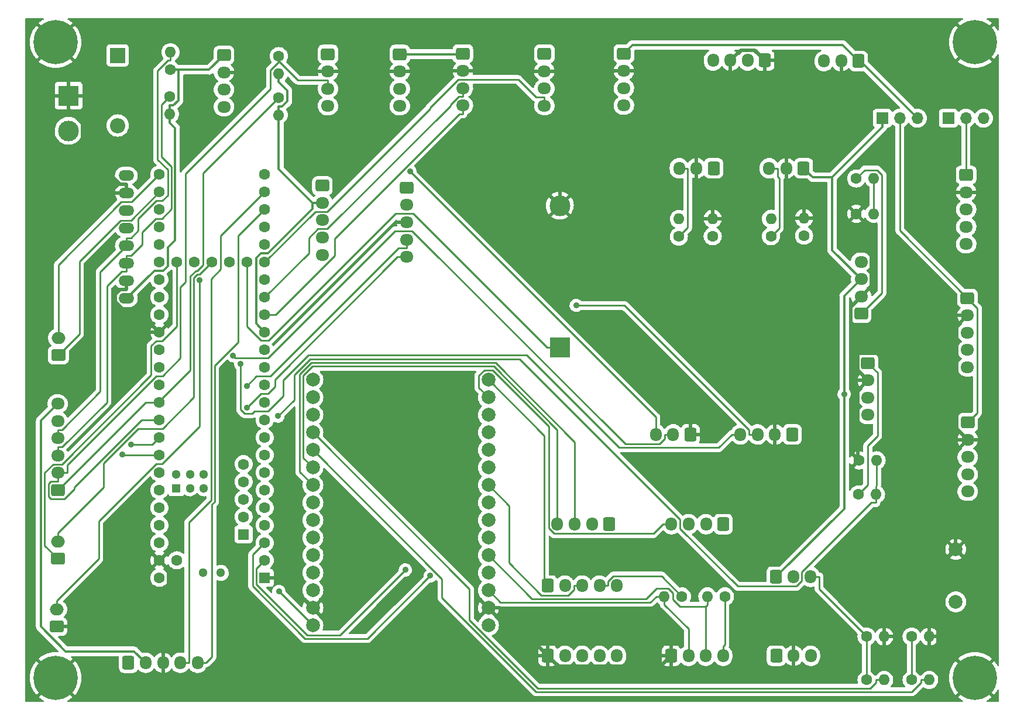
<source format=gbl>
%TF.GenerationSoftware,KiCad,Pcbnew,(6.0.5)*%
%TF.CreationDate,2022-05-13T18:44:48+02:00*%
%TF.ProjectId,Teensy_MainPCB,5465656e-7379-45f4-9d61-696e5043422e,rev?*%
%TF.SameCoordinates,Original*%
%TF.FileFunction,Copper,L2,Bot*%
%TF.FilePolarity,Positive*%
%FSLAX46Y46*%
G04 Gerber Fmt 4.6, Leading zero omitted, Abs format (unit mm)*
G04 Created by KiCad (PCBNEW (6.0.5)) date 2022-05-13 18:44:48*
%MOMM*%
%LPD*%
G01*
G04 APERTURE LIST*
G04 Aperture macros list*
%AMRoundRect*
0 Rectangle with rounded corners*
0 $1 Rounding radius*
0 $2 $3 $4 $5 $6 $7 $8 $9 X,Y pos of 4 corners*
0 Add a 4 corners polygon primitive as box body*
4,1,4,$2,$3,$4,$5,$6,$7,$8,$9,$2,$3,0*
0 Add four circle primitives for the rounded corners*
1,1,$1+$1,$2,$3*
1,1,$1+$1,$4,$5*
1,1,$1+$1,$6,$7*
1,1,$1+$1,$8,$9*
0 Add four rect primitives between the rounded corners*
20,1,$1+$1,$2,$3,$4,$5,0*
20,1,$1+$1,$4,$5,$6,$7,0*
20,1,$1+$1,$6,$7,$8,$9,0*
20,1,$1+$1,$8,$9,$2,$3,0*%
G04 Aperture macros list end*
%TA.AperFunction,ComponentPad*%
%ADD10RoundRect,0.250000X-0.725000X0.600000X-0.725000X-0.600000X0.725000X-0.600000X0.725000X0.600000X0*%
%TD*%
%TA.AperFunction,ComponentPad*%
%ADD11O,1.950000X1.700000*%
%TD*%
%TA.AperFunction,ComponentPad*%
%ADD12RoundRect,0.250000X0.600000X0.725000X-0.600000X0.725000X-0.600000X-0.725000X0.600000X-0.725000X0*%
%TD*%
%TA.AperFunction,ComponentPad*%
%ADD13O,1.700000X1.950000*%
%TD*%
%TA.AperFunction,ComponentPad*%
%ADD14RoundRect,0.250000X0.750000X-0.600000X0.750000X0.600000X-0.750000X0.600000X-0.750000X-0.600000X0*%
%TD*%
%TA.AperFunction,ComponentPad*%
%ADD15O,2.000000X1.700000*%
%TD*%
%TA.AperFunction,ComponentPad*%
%ADD16C,1.600000*%
%TD*%
%TA.AperFunction,ComponentPad*%
%ADD17O,1.600000X1.600000*%
%TD*%
%TA.AperFunction,ComponentPad*%
%ADD18C,2.000000*%
%TD*%
%TA.AperFunction,ComponentPad*%
%ADD19R,2.200000X2.200000*%
%TD*%
%TA.AperFunction,ComponentPad*%
%ADD20O,2.200000X2.200000*%
%TD*%
%TA.AperFunction,ComponentPad*%
%ADD21R,3.000000X3.000000*%
%TD*%
%TA.AperFunction,ComponentPad*%
%ADD22C,3.000000*%
%TD*%
%TA.AperFunction,ComponentPad*%
%ADD23C,3.600000*%
%TD*%
%TA.AperFunction,ConnectorPad*%
%ADD24C,6.400000*%
%TD*%
%TA.AperFunction,ComponentPad*%
%ADD25R,1.600000X1.600000*%
%TD*%
%TA.AperFunction,ComponentPad*%
%ADD26R,1.300000X1.300000*%
%TD*%
%TA.AperFunction,ComponentPad*%
%ADD27C,1.300000*%
%TD*%
%TA.AperFunction,ComponentPad*%
%ADD28RoundRect,0.250000X0.725000X-0.600000X0.725000X0.600000X-0.725000X0.600000X-0.725000X-0.600000X0*%
%TD*%
%TA.AperFunction,ComponentPad*%
%ADD29R,1.700000X1.700000*%
%TD*%
%TA.AperFunction,ComponentPad*%
%ADD30O,1.700000X1.700000*%
%TD*%
%TA.AperFunction,ComponentPad*%
%ADD31O,2.268000X1.524000*%
%TD*%
%TA.AperFunction,ComponentPad*%
%ADD32RoundRect,0.250000X-0.600000X-0.725000X0.600000X-0.725000X0.600000X0.725000X-0.600000X0.725000X0*%
%TD*%
%TA.AperFunction,ViaPad*%
%ADD33C,0.889000*%
%TD*%
%TA.AperFunction,Conductor*%
%ADD34C,0.254000*%
%TD*%
%TA.AperFunction,Conductor*%
%ADD35C,0.354000*%
%TD*%
%TA.AperFunction,Conductor*%
%ADD36C,0.500000*%
%TD*%
G04 APERTURE END LIST*
D10*
X101925000Y-39630000D03*
D11*
X101925000Y-42130000D03*
X101925000Y-44630000D03*
X101925000Y-47130000D03*
D10*
X82405000Y-39710000D03*
D11*
X82405000Y-42210000D03*
X82405000Y-44710000D03*
X82405000Y-47210000D03*
D12*
X145646000Y-40627300D03*
D13*
X143146000Y-40627300D03*
X140646000Y-40627300D03*
X138146000Y-40627300D03*
D12*
X159179000Y-40718700D03*
D13*
X156679000Y-40718700D03*
X154179000Y-40718700D03*
D10*
X113715000Y-39670000D03*
D11*
X113715000Y-42170000D03*
X113715000Y-44670000D03*
X113715000Y-47170000D03*
D10*
X125220000Y-39630000D03*
D11*
X125220000Y-42130000D03*
X125220000Y-44630000D03*
X125220000Y-47130000D03*
D12*
X138211000Y-56228100D03*
D13*
X135711000Y-56228100D03*
X133211000Y-56228100D03*
D14*
X43164800Y-122573000D03*
D15*
X43164800Y-120073000D03*
D16*
X133182000Y-66111100D03*
D17*
X133182000Y-63571100D03*
D16*
X138076000Y-66075100D03*
D17*
X138076000Y-63535100D03*
D16*
X146502000Y-66078700D03*
D17*
X146502000Y-63538700D03*
D16*
X151292000Y-65988700D03*
D17*
X151292000Y-63448700D03*
D18*
X173251000Y-111397160D03*
X173251000Y-118996840D03*
D12*
X151234000Y-56228100D03*
D13*
X148734000Y-56228100D03*
X146234000Y-56228100D03*
D19*
X51978600Y-39878000D03*
D20*
X51978600Y-50038000D03*
D21*
X44890000Y-45720000D03*
D22*
X44890000Y-50800000D03*
D10*
X92805000Y-39710000D03*
D11*
X92805000Y-42210000D03*
X92805000Y-44710000D03*
X92805000Y-47210000D03*
D16*
X75293300Y-45974000D03*
D17*
X75293300Y-48514000D03*
D16*
X75293300Y-39989700D03*
D17*
X75293300Y-42529700D03*
D23*
X43000000Y-38000000D03*
D24*
X43000000Y-38000000D03*
X176000000Y-38000000D03*
D23*
X176000000Y-38000000D03*
D24*
X176000000Y-130000000D03*
D23*
X176000000Y-130000000D03*
D24*
X43000000Y-130000000D03*
D23*
X43000000Y-130000000D03*
D10*
X81597400Y-58750100D03*
D11*
X81597400Y-61250100D03*
X81597400Y-63750100D03*
X81597400Y-66250100D03*
X81597400Y-68750100D03*
D25*
X73246000Y-115524300D03*
D16*
X73246000Y-112984300D03*
X73246000Y-110444300D03*
X73246000Y-107904300D03*
X73246000Y-105364300D03*
X73246000Y-102824300D03*
X73246000Y-100284300D03*
X73246000Y-97744300D03*
X73246000Y-95204300D03*
X73246000Y-92664300D03*
X73246000Y-90124300D03*
X73246000Y-87584300D03*
X73246000Y-85044300D03*
X73246000Y-82504300D03*
X73246000Y-79964300D03*
X73246000Y-77424300D03*
X73246000Y-74884300D03*
X73246000Y-72344300D03*
X73246000Y-69804300D03*
X73246000Y-67264300D03*
X73246000Y-64724300D03*
X73246000Y-62184300D03*
X73246000Y-59644300D03*
X73246000Y-57104300D03*
X58006000Y-57104300D03*
X58006000Y-59644300D03*
X58006000Y-62184300D03*
X58006000Y-64724300D03*
X58006000Y-67264300D03*
X58006000Y-69804300D03*
X58006000Y-72344300D03*
X58006000Y-74884300D03*
X58006000Y-77424300D03*
X58006000Y-79964300D03*
X58006000Y-82504300D03*
X58006000Y-85044300D03*
X58006000Y-87584300D03*
X58006000Y-90124300D03*
X58006000Y-92664300D03*
X58006000Y-95204300D03*
X58006000Y-97744300D03*
X58006000Y-100284300D03*
X58006000Y-102824300D03*
X58006000Y-105364300D03*
X58006000Y-107904300D03*
X58006000Y-110444300D03*
X58006000Y-112984300D03*
X58006000Y-115524300D03*
X60546000Y-112984300D03*
X70706000Y-69804300D03*
X68166000Y-69804300D03*
X65626000Y-69804300D03*
X63086000Y-69804300D03*
X60546000Y-69804300D03*
D25*
X70195200Y-109225100D03*
D16*
X70195200Y-106685100D03*
X70195200Y-104145100D03*
X70195200Y-101605100D03*
X70195200Y-99065100D03*
D26*
X60444400Y-102554300D03*
D27*
X62444400Y-102554300D03*
X64444400Y-102554300D03*
X64444400Y-100554300D03*
X62444400Y-100554300D03*
X60444400Y-100554300D03*
X64356000Y-114794300D03*
X66896000Y-114794300D03*
D10*
X160536000Y-84442000D03*
D11*
X160536000Y-86942000D03*
X160536000Y-89442000D03*
X160536000Y-91942000D03*
D28*
X159550000Y-77274000D03*
D11*
X159550000Y-74774000D03*
X159550000Y-72274000D03*
X159550000Y-69774000D03*
D10*
X174976000Y-93030000D03*
D11*
X174976000Y-95530000D03*
X174976000Y-98030000D03*
X174976000Y-100530000D03*
X174976000Y-103030000D03*
D10*
X174948000Y-75031600D03*
D11*
X174948000Y-77531600D03*
X174948000Y-80031600D03*
X174948000Y-82531600D03*
X174948000Y-85031600D03*
D10*
X174746000Y-57198300D03*
D11*
X174746000Y-59698300D03*
X174746000Y-62198300D03*
X174746000Y-64698300D03*
X174746000Y-67198300D03*
D29*
X162618000Y-48983800D03*
D30*
X165158000Y-48983800D03*
X167698000Y-48983800D03*
D29*
X172182000Y-48983800D03*
D30*
X174722000Y-48983800D03*
X177262000Y-48983800D03*
D16*
X159162000Y-103441000D03*
D17*
X161702000Y-103441000D03*
D16*
X158842000Y-57706200D03*
D17*
X161382000Y-57706200D03*
D16*
X159243000Y-98508800D03*
D17*
X161783000Y-98508800D03*
D16*
X158842000Y-62821800D03*
D17*
X161382000Y-62821800D03*
D16*
X59524900Y-45847000D03*
D17*
X59524900Y-48387000D03*
D16*
X59616400Y-41983600D03*
D17*
X59616400Y-39443600D03*
D31*
X53235900Y-75062100D03*
X53235900Y-72522100D03*
X53235900Y-69982100D03*
X53235900Y-67442100D03*
X53235900Y-64902100D03*
X53235900Y-62362100D03*
X53235900Y-59822100D03*
X53235900Y-57282100D03*
D10*
X67355000Y-39840000D03*
D11*
X67355000Y-42340000D03*
X67355000Y-44840000D03*
X67355000Y-47340000D03*
D28*
X43301900Y-102822000D03*
D11*
X43301900Y-100322000D03*
X43301900Y-97822000D03*
X43301900Y-95322000D03*
X43301900Y-92822000D03*
X43301900Y-90322000D03*
D21*
X115956000Y-82128400D03*
D22*
X115956000Y-61638400D03*
D14*
X43398400Y-83276700D03*
D15*
X43398400Y-80776700D03*
D32*
X53533000Y-127808000D03*
D13*
X56033000Y-127808000D03*
X58533000Y-127808000D03*
X61033000Y-127808000D03*
X63533000Y-127808000D03*
D10*
X93837700Y-59047900D03*
D11*
X93837700Y-61547900D03*
X93837700Y-64047900D03*
X93837700Y-66547900D03*
X93837700Y-69047900D03*
D12*
X134850000Y-94750000D03*
D13*
X132350000Y-94750000D03*
X129850000Y-94750000D03*
D12*
X149578000Y-94762300D03*
D13*
X147078000Y-94762300D03*
X144578000Y-94762300D03*
X142078000Y-94762300D03*
D32*
X114206000Y-126794000D03*
D13*
X116706000Y-126794000D03*
X119206000Y-126794000D03*
X121706000Y-126794000D03*
X124206000Y-126794000D03*
D32*
X114206000Y-116634000D03*
D13*
X116706000Y-116634000D03*
X119206000Y-116634000D03*
X121706000Y-116634000D03*
X124206000Y-116634000D03*
D32*
X132066000Y-126794000D03*
D13*
X134566000Y-126794000D03*
X137066000Y-126794000D03*
X139566000Y-126794000D03*
D16*
X133629000Y-118214000D03*
D17*
X131089000Y-118214000D03*
D16*
X139852000Y-118214000D03*
D17*
X137312000Y-118214000D03*
D18*
X80220800Y-86845000D03*
X80220800Y-89385000D03*
X80220800Y-91925000D03*
X80220800Y-94465000D03*
X80220800Y-97005000D03*
X80220800Y-99545000D03*
X80220800Y-102085000D03*
X80220800Y-104625000D03*
X80220800Y-107165000D03*
X80220800Y-109705000D03*
X80220800Y-112245000D03*
X80220800Y-114785000D03*
X80220800Y-117325000D03*
X80220800Y-119865000D03*
X80220800Y-122405000D03*
X105620800Y-122405000D03*
X105620800Y-119865000D03*
X105620800Y-117325000D03*
X105620800Y-114785000D03*
X105620800Y-112245000D03*
X105620800Y-109705000D03*
X105620800Y-107165000D03*
X105620800Y-104625000D03*
X105620800Y-102085000D03*
X105620800Y-99545000D03*
X105620800Y-97005000D03*
X105620800Y-94465000D03*
X105620800Y-91925000D03*
X105620800Y-89385000D03*
X105620800Y-86845000D03*
D32*
X147226000Y-115364000D03*
D13*
X149726000Y-115364000D03*
X152226000Y-115364000D03*
D12*
X123096000Y-107744000D03*
D13*
X120596000Y-107744000D03*
X118096000Y-107744000D03*
X115596000Y-107744000D03*
D32*
X147266000Y-126794000D03*
D13*
X149766000Y-126794000D03*
X152266000Y-126794000D03*
D12*
X139606000Y-107744000D03*
D13*
X137106000Y-107744000D03*
X134606000Y-107744000D03*
X132106000Y-107744000D03*
D16*
X160340000Y-124008000D03*
D17*
X162880000Y-124008000D03*
D16*
X166858000Y-124008000D03*
D17*
X169398000Y-124008000D03*
D16*
X160340000Y-130300000D03*
D17*
X162880000Y-130300000D03*
D16*
X166858000Y-130300000D03*
D17*
X169398000Y-130300000D03*
D14*
X43307000Y-112753000D03*
D15*
X43307000Y-110253000D03*
D33*
X94264500Y-56681600D03*
X118312500Y-76075100D03*
X69770500Y-84535800D03*
X68675700Y-83366500D03*
X70645300Y-87732200D03*
X70689500Y-90880100D03*
X97223900Y-115220800D03*
X93589600Y-114380000D03*
X75156800Y-92110800D03*
X157093300Y-88911100D03*
X75299900Y-117484100D03*
X53900800Y-96219500D03*
X52684900Y-97667700D03*
X63834700Y-72408700D03*
D34*
X41400700Y-110846700D02*
X43307000Y-112753000D01*
X41400700Y-100316500D02*
X41400700Y-110846700D01*
X42645200Y-99072000D02*
X41400700Y-100316500D01*
X43920100Y-99072000D02*
X42645200Y-99072000D01*
X56824600Y-86167500D02*
X43920100Y-99072000D01*
X56824600Y-81928300D02*
X56824600Y-86167500D01*
X57518600Y-81234300D02*
X56824600Y-81928300D01*
X58411000Y-81234300D02*
X57518600Y-81234300D01*
X60546000Y-79099300D02*
X58411000Y-81234300D01*
X60546000Y-69804300D02*
X60546000Y-79099300D01*
X43307000Y-110253000D02*
X43307000Y-109021700D01*
X63847400Y-71582900D02*
X65626000Y-69804300D01*
X63492700Y-71582900D02*
X63847400Y-71582900D01*
X63008900Y-72066700D02*
X63492700Y-71582900D01*
X63008900Y-89382100D02*
X63008900Y-72066700D01*
X58456700Y-93934300D02*
X63008900Y-89382100D01*
X54966000Y-93934300D02*
X58456700Y-93934300D01*
X49941900Y-98958400D02*
X54966000Y-93934300D01*
X49941900Y-102386800D02*
X49941900Y-98958400D01*
X43307000Y-109021700D02*
X49941900Y-102386800D01*
X169398000Y-130300000D02*
X168216700Y-130300000D01*
X168216700Y-130667100D02*
X168216700Y-130300000D01*
X166865100Y-132018700D02*
X168216700Y-130667100D01*
X112532200Y-132018700D02*
X166865100Y-132018700D01*
X98906400Y-118392900D02*
X112532200Y-132018700D01*
X98906400Y-115690600D02*
X98906400Y-118392900D01*
X80220800Y-97005000D02*
X98906400Y-115690600D01*
X161698700Y-130667100D02*
X161698700Y-130300000D01*
X160855500Y-131510300D02*
X161698700Y-130667100D01*
X112742900Y-131510300D02*
X160855500Y-131510300D01*
X102876000Y-121643400D02*
X112742900Y-131510300D01*
X102876000Y-117120200D02*
X102876000Y-121643400D01*
X80220800Y-94465000D02*
X102876000Y-117120200D01*
X162880000Y-130300000D02*
X161698700Y-130300000D01*
X129489200Y-109129500D02*
X130874700Y-107744000D01*
X115109100Y-109129500D02*
X129489200Y-109129500D01*
X114333000Y-108353400D02*
X115109100Y-109129500D01*
X114333000Y-93578700D02*
X114333000Y-108353400D01*
X106208400Y-85454100D02*
X114333000Y-93578700D01*
X105037200Y-85454100D02*
X106208400Y-85454100D01*
X104227300Y-86264000D02*
X105037200Y-85454100D01*
X104227300Y-87991500D02*
X104227300Y-86264000D01*
X105620800Y-89385000D02*
X104227300Y-87991500D01*
X132106000Y-107744000D02*
X130874700Y-107744000D01*
X166858000Y-124008000D02*
X166858000Y-130300000D01*
X118096000Y-95869000D02*
X118096000Y-107744000D01*
X106628200Y-84401200D02*
X118096000Y-95869000D01*
X79975000Y-84401200D02*
X106628200Y-84401200D01*
X78313400Y-86062800D02*
X79975000Y-84401200D01*
X78313400Y-100177600D02*
X78313400Y-86062800D01*
X80220800Y-102085000D02*
X78313400Y-100177600D01*
X115596000Y-94122900D02*
X115596000Y-107744000D01*
X106387200Y-84914100D02*
X115596000Y-94122900D01*
X80181100Y-84914100D02*
X106387200Y-84914100D01*
X78839200Y-86256000D02*
X80181100Y-84914100D01*
X78839200Y-98163400D02*
X78839200Y-86256000D01*
X80220800Y-99545000D02*
X78839200Y-98163400D01*
X160340000Y-124008000D02*
X160340000Y-130300000D01*
X153457300Y-117125300D02*
X160340000Y-124008000D01*
X153457300Y-115364000D02*
X153457300Y-117125300D01*
X152226000Y-115364000D02*
X153457300Y-115364000D01*
X134566000Y-122872300D02*
X131089000Y-119395300D01*
X134566000Y-126794000D02*
X134566000Y-122872300D01*
X131089000Y-118214000D02*
X131089000Y-119395300D01*
X129047600Y-119074100D02*
X129907700Y-118214000D01*
X107369900Y-119074100D02*
X129047600Y-119074100D01*
X105620800Y-117325000D02*
X107369900Y-119074100D01*
X131089000Y-118214000D02*
X129907700Y-118214000D01*
X137312000Y-118214000D02*
X137312000Y-119395300D01*
X133346000Y-119641300D02*
X137066000Y-119641300D01*
X132359000Y-118654300D02*
X133346000Y-119641300D01*
X132359000Y-117769200D02*
X132359000Y-118654300D01*
X131620700Y-117030900D02*
X132359000Y-117769200D01*
X129974000Y-117030900D02*
X131620700Y-117030900D01*
X128439100Y-118565800D02*
X129974000Y-117030900D01*
X111941600Y-118565800D02*
X128439100Y-118565800D01*
X105620800Y-112245000D02*
X111941600Y-118565800D01*
X137312000Y-119395300D02*
X137066000Y-119641300D01*
X137066000Y-119641300D02*
X137066000Y-126794000D01*
X113697700Y-116125700D02*
X114206000Y-116634000D01*
X113697700Y-94921900D02*
X113697700Y-116125700D01*
X105620800Y-86845000D02*
X113697700Y-94921900D01*
X108624400Y-105088600D02*
X105620800Y-102085000D01*
X108624400Y-113347200D02*
X108624400Y-105088600D01*
X113301600Y-118024400D02*
X108624400Y-113347200D01*
X117199900Y-118024400D02*
X113301600Y-118024400D01*
X117974700Y-117249600D02*
X117199900Y-118024400D01*
X117974700Y-116634000D02*
X117974700Y-117249600D01*
X119206000Y-116634000D02*
X117974700Y-116634000D01*
X139852000Y-125151700D02*
X139852000Y-118214000D01*
X139566000Y-125437700D02*
X139852000Y-125151700D01*
X139566000Y-126794000D02*
X139566000Y-125437700D01*
X130674600Y-115259600D02*
X133629000Y-118214000D01*
X123696100Y-115259600D02*
X130674600Y-115259600D01*
X122937300Y-116018400D02*
X123696100Y-115259600D01*
X122937300Y-116634000D02*
X122937300Y-116018400D01*
X121706000Y-116634000D02*
X122937300Y-116634000D01*
X129850000Y-92267100D02*
X129850000Y-94750000D01*
X94264500Y-56681600D02*
X129850000Y-92267100D01*
X144578000Y-94762300D02*
X143346700Y-94762300D01*
X125294700Y-76075100D02*
X118312500Y-76075100D01*
X143346700Y-94127100D02*
X125294700Y-76075100D01*
X143346700Y-94762300D02*
X143346700Y-94127100D01*
X142078000Y-94762300D02*
X140846700Y-94762300D01*
X138941200Y-96667800D02*
X140846700Y-94762300D01*
X124522400Y-96667800D02*
X138941200Y-96667800D01*
X111161700Y-83307100D02*
X124522400Y-96667800D01*
X79551200Y-83307100D02*
X111161700Y-83307100D01*
X75941900Y-86916400D02*
X79551200Y-83307100D01*
X75941900Y-89166800D02*
X75941900Y-86916400D01*
X73714400Y-91394300D02*
X75941900Y-89166800D01*
X71789800Y-91394300D02*
X73714400Y-91394300D01*
X71436700Y-91747400D02*
X71789800Y-91394300D01*
X70338600Y-91747400D02*
X71436700Y-91747400D01*
X69770500Y-91179300D02*
X70338600Y-91747400D01*
X69770500Y-84535800D02*
X69770500Y-91179300D01*
X132350000Y-94750000D02*
X131118700Y-94750000D01*
X68997200Y-83688000D02*
X68675700Y-83366500D01*
X73745700Y-83688000D02*
X68997200Y-83688000D01*
X92135800Y-65297900D02*
X73745700Y-83688000D01*
X94564300Y-65297900D02*
X92135800Y-65297900D01*
X125425800Y-96159400D02*
X94564300Y-65297900D01*
X130344500Y-96159400D02*
X125425800Y-96159400D01*
X131118700Y-95385200D02*
X130344500Y-96159400D01*
X131118700Y-94750000D02*
X131118700Y-95385200D01*
X92606400Y-67779200D02*
X93837700Y-67779200D01*
X74057100Y-86328500D02*
X92606400Y-67779200D01*
X72049000Y-86328500D02*
X74057100Y-86328500D01*
X70645300Y-87732200D02*
X72049000Y-86328500D01*
X93837700Y-66547900D02*
X93837700Y-67779200D01*
X74735800Y-86793500D02*
X92481400Y-69047900D01*
X74735800Y-87831900D02*
X74735800Y-86793500D01*
X73713400Y-88854300D02*
X74735800Y-87831900D01*
X72715300Y-88854300D02*
X73713400Y-88854300D01*
X70689500Y-90880100D02*
X72715300Y-88854300D01*
X93837700Y-69047900D02*
X92481400Y-69047900D01*
X61033000Y-127808000D02*
X62264300Y-127808000D01*
X62264300Y-107517200D02*
X62264300Y-127808000D01*
X65477000Y-104304500D02*
X62264300Y-107517200D01*
X65477000Y-72257400D02*
X65477000Y-104304500D01*
X66896000Y-70838400D02*
X65477000Y-72257400D01*
X66896000Y-65994300D02*
X66896000Y-70838400D01*
X73246000Y-59644300D02*
X66896000Y-65994300D01*
X65626000Y-126946300D02*
X64764300Y-127808000D01*
X65626000Y-104874500D02*
X65626000Y-126946300D01*
X66022000Y-104478500D02*
X65626000Y-104874500D01*
X66022000Y-84801300D02*
X66022000Y-104478500D01*
X69436000Y-81387300D02*
X66022000Y-84801300D01*
X69436000Y-65994300D02*
X69436000Y-81387300D01*
X73246000Y-62184300D02*
X69436000Y-65994300D01*
X63533000Y-127808000D02*
X64764300Y-127808000D01*
X112483700Y-45938700D02*
X113715000Y-45938700D01*
X109925000Y-43380000D02*
X112483700Y-45938700D01*
X101236100Y-43380000D02*
X109925000Y-43380000D01*
X97150700Y-47465400D02*
X101236100Y-43380000D01*
X97150700Y-47597300D02*
X97150700Y-47465400D01*
X82247900Y-62500100D02*
X97150700Y-47597300D01*
X80550200Y-62500100D02*
X82247900Y-62500100D01*
X73246000Y-69804300D02*
X80550200Y-62500100D01*
X113715000Y-47170000D02*
X113715000Y-45938700D01*
X94744200Y-62797900D02*
X114074700Y-82128400D01*
X92155500Y-62797900D02*
X94744200Y-62797900D01*
X73807700Y-81145700D02*
X92155500Y-62797900D01*
X72740500Y-81145700D02*
X73807700Y-81145700D01*
X70706000Y-79111200D02*
X72740500Y-81145700D01*
X70706000Y-69804300D02*
X70706000Y-79111200D01*
X115956000Y-82128400D02*
X114074700Y-82128400D01*
X88134900Y-124309800D02*
X97223900Y-115220800D01*
X79088100Y-124309800D02*
X88134900Y-124309800D01*
X71525200Y-116746900D02*
X79088100Y-124309800D01*
X71525200Y-112165100D02*
X71525200Y-116746900D01*
X73246000Y-110444300D02*
X71525200Y-112165100D01*
X84168200Y-123801400D02*
X93589600Y-114380000D01*
X79369600Y-123801400D02*
X84168200Y-123801400D01*
X72064600Y-116496400D02*
X79369600Y-123801400D01*
X72064600Y-114165700D02*
X72064600Y-116496400D01*
X73246000Y-112984300D02*
X72064600Y-114165700D01*
X174722000Y-57174300D02*
X174722000Y-48983800D01*
X174746000Y-57198300D02*
X174722000Y-57174300D01*
X176384700Y-76468300D02*
X174948000Y-75031600D01*
X176384700Y-91621300D02*
X176384700Y-76468300D01*
X174976000Y-93030000D02*
X176384700Y-91621300D01*
X165158000Y-65241600D02*
X165158000Y-48983800D01*
X174948000Y-75031600D02*
X165158000Y-65241600D01*
X160074100Y-56474100D02*
X158842000Y-57706200D01*
X161829800Y-56474100D02*
X160074100Y-56474100D01*
X162568400Y-57212700D02*
X161829800Y-56474100D01*
X162568400Y-74255600D02*
X162568400Y-57212700D01*
X159550000Y-77274000D02*
X162568400Y-74255600D01*
X160513000Y-102090000D02*
X159162000Y-103441000D01*
X160513000Y-96393400D02*
X160513000Y-102090000D01*
X161929900Y-94976500D02*
X160513000Y-96393400D01*
X161929900Y-85835900D02*
X161929900Y-94976500D01*
X160536000Y-84442000D02*
X161929900Y-85835900D01*
X161382000Y-57706200D02*
X161382000Y-62821800D01*
X161783000Y-102178700D02*
X161702000Y-102259700D01*
X161783000Y-98508800D02*
X161783000Y-102178700D01*
X161702000Y-103441000D02*
X161702000Y-102259700D01*
X161702000Y-103441000D02*
X161702000Y-104622300D01*
X161039600Y-104622300D02*
X161702000Y-104622300D01*
X150976000Y-114685900D02*
X161039600Y-104622300D01*
X150976000Y-115983000D02*
X150976000Y-114685900D01*
X150214100Y-116744900D02*
X150976000Y-115983000D01*
X141677900Y-116744900D02*
X150214100Y-116744900D01*
X133356000Y-108423000D02*
X141677900Y-116744900D01*
X133356000Y-107056900D02*
X133356000Y-108423000D01*
X110142100Y-83843000D02*
X133356000Y-107056900D01*
X79814200Y-83843000D02*
X110142100Y-83843000D01*
X77507600Y-86149600D02*
X79814200Y-83843000D01*
X77507600Y-89760000D02*
X77507600Y-86149600D01*
X75156800Y-92110800D02*
X77507600Y-89760000D01*
X101289800Y-45861300D02*
X101925000Y-45861300D01*
X100109000Y-47042100D02*
X101289800Y-45861300D01*
X100109000Y-47175300D02*
X100109000Y-47042100D01*
X82284200Y-65000100D02*
X100109000Y-47175300D01*
X80915900Y-65000100D02*
X82284200Y-65000100D01*
X79620800Y-66295200D02*
X80915900Y-65000100D01*
X79620800Y-68509500D02*
X79620800Y-66295200D01*
X73246000Y-74884300D02*
X79620800Y-68509500D01*
X101925000Y-44630000D02*
X101925000Y-45861300D01*
X101410300Y-48361300D02*
X101925000Y-48361300D01*
X83364500Y-66407100D02*
X101410300Y-48361300D01*
X83364500Y-68905200D02*
X83364500Y-66407100D01*
X74845400Y-77424300D02*
X83364500Y-68905200D01*
X73246000Y-77424300D02*
X74845400Y-77424300D01*
X101925000Y-47130000D02*
X101925000Y-48361300D01*
X46442400Y-80232700D02*
X43398400Y-83276700D01*
X46442400Y-69706800D02*
X46442400Y-80232700D01*
X52390400Y-63758800D02*
X46442400Y-69706800D01*
X53891500Y-63758800D02*
X52390400Y-63758800D01*
X58006000Y-59644300D02*
X53891500Y-63758800D01*
X147690800Y-64889900D02*
X146502000Y-66078700D01*
X147690800Y-57684900D02*
X147690800Y-64889900D01*
X147465300Y-57459400D02*
X147690800Y-57684900D01*
X147465300Y-56228100D02*
X147465300Y-57459400D01*
X146234000Y-56228100D02*
X147465300Y-56228100D01*
X134442300Y-64850800D02*
X133182000Y-66111100D01*
X134442300Y-56228100D02*
X134442300Y-64850800D01*
X133211000Y-56228100D02*
X134442300Y-56228100D01*
D35*
X159432900Y-40718700D02*
X159179000Y-40718700D01*
X167698000Y-48983800D02*
X159432900Y-40718700D01*
X156843700Y-38383400D02*
X159179000Y-40718700D01*
X126466600Y-38383400D02*
X156843700Y-38383400D01*
X125220000Y-39630000D02*
X126466600Y-38383400D01*
X59524900Y-48387000D02*
X59524900Y-47155700D01*
X60035200Y-47155700D02*
X59524900Y-47155700D01*
X60773100Y-46417800D02*
X60035200Y-47155700D01*
X60773100Y-41983600D02*
X60773100Y-46417800D01*
X65211400Y-41983600D02*
X60773100Y-41983600D01*
X67355000Y-39840000D02*
X65211400Y-41983600D01*
X60773100Y-41983600D02*
X59616400Y-41983600D01*
X60299900Y-50393300D02*
X59524900Y-49618300D01*
X60299900Y-66641400D02*
X60299900Y-50393300D01*
X59237400Y-67703900D02*
X60299900Y-66641400D01*
X59237400Y-70358700D02*
X59237400Y-67703900D01*
X58560400Y-71035700D02*
X59237400Y-70358700D01*
X57262300Y-71035700D02*
X58560400Y-71035700D01*
X53235900Y-75062100D02*
X57262300Y-71035700D01*
X59524900Y-48387000D02*
X59524900Y-49618300D01*
X75293300Y-42529700D02*
X75293300Y-43761000D01*
X76538100Y-45005800D02*
X75293300Y-43761000D01*
X76538100Y-46499600D02*
X76538100Y-45005800D01*
X75755000Y-47282700D02*
X76538100Y-46499600D01*
X75293300Y-47282700D02*
X75755000Y-47282700D01*
X75293300Y-47898300D02*
X75293300Y-47282700D01*
X80191100Y-62069400D02*
X80191100Y-61250100D01*
X73726200Y-68534300D02*
X80191100Y-62069400D01*
X72683700Y-68534300D02*
X73726200Y-68534300D01*
X72014600Y-69203400D02*
X72683700Y-68534300D01*
X72014600Y-78732900D02*
X72014600Y-69203400D01*
X73246000Y-79964300D02*
X72014600Y-78732900D01*
X81597400Y-61250100D02*
X80191100Y-61250100D01*
X75293300Y-47898300D02*
X75293300Y-48514000D01*
X75293300Y-56352300D02*
X80191100Y-61250100D01*
X75293300Y-48514000D02*
X75293300Y-56352300D01*
X101845000Y-39710000D02*
X101925000Y-39630000D01*
X92805000Y-39710000D02*
X101845000Y-39710000D01*
X54380900Y-126155900D02*
X56033000Y-127808000D01*
X44430500Y-126155900D02*
X54380900Y-126155900D01*
X40842000Y-122567400D02*
X44430500Y-126155900D01*
X40842000Y-92781900D02*
X40842000Y-122567400D01*
X43301900Y-90322000D02*
X40842000Y-92781900D01*
X162618000Y-48983800D02*
X162618000Y-50265100D01*
X152523400Y-57517500D02*
X155365600Y-57517500D01*
X151234000Y-56228100D02*
X152523400Y-57517500D01*
X155365600Y-57517500D02*
X162618000Y-50265100D01*
X155365600Y-68089600D02*
X159550000Y-72274000D01*
X155365600Y-57517500D02*
X155365600Y-68089600D01*
X157093300Y-74730700D02*
X159550000Y-72274000D01*
X157093300Y-88911100D02*
X157093300Y-74730700D01*
X157093300Y-105496700D02*
X157093300Y-88911100D01*
X147226000Y-115364000D02*
X157093300Y-105496700D01*
X75299900Y-117484100D02*
X80220800Y-122405000D01*
D34*
X56990800Y-96219500D02*
X53900800Y-96219500D01*
X58006000Y-95204300D02*
X56990800Y-96219500D01*
X43301900Y-95322000D02*
X43301900Y-94090700D01*
X59249300Y-40624900D02*
X59616400Y-40624900D01*
X57768200Y-42106000D02*
X59249300Y-40624900D01*
X57768200Y-54977700D02*
X57768200Y-42106000D01*
X59221800Y-56431300D02*
X57768200Y-54977700D01*
X59221800Y-60127300D02*
X59221800Y-56431300D01*
X58434800Y-60914300D02*
X59221800Y-60127300D01*
X57561200Y-60914300D02*
X58434800Y-60914300D01*
X54902400Y-63573100D02*
X57561200Y-60914300D01*
X54902400Y-65275400D02*
X54902400Y-63573100D01*
X53879000Y-66298800D02*
X54902400Y-65275400D01*
X53235900Y-66298800D02*
X53879000Y-66298800D01*
X53235900Y-67442100D02*
X53235900Y-66298800D01*
X59616400Y-39443600D02*
X59616400Y-40624900D01*
X43917500Y-94090700D02*
X43301900Y-94090700D01*
X49467400Y-88540800D02*
X43917500Y-94090700D01*
X49467400Y-71210600D02*
X49467400Y-88540800D01*
X53235900Y-67442100D02*
X49467400Y-71210600D01*
X53235900Y-69982100D02*
X53235900Y-68838800D01*
X58317700Y-47054200D02*
X59524900Y-45847000D01*
X58317700Y-54554100D02*
X58317700Y-47054200D01*
X59730100Y-55966500D02*
X58317700Y-54554100D01*
X59730100Y-62133300D02*
X59730100Y-55966500D01*
X58363800Y-63499600D02*
X59730100Y-62133300D01*
X57512300Y-63499600D02*
X58363800Y-63499600D01*
X55485000Y-65526900D02*
X57512300Y-63499600D01*
X55485000Y-67232800D02*
X55485000Y-65526900D01*
X53879000Y-68838800D02*
X55485000Y-67232800D01*
X53235900Y-68838800D02*
X53879000Y-68838800D01*
X43301900Y-97822000D02*
X43301900Y-96590700D01*
X53235900Y-69982100D02*
X53235900Y-71125400D01*
X52761500Y-97744300D02*
X52684900Y-97667700D01*
X58006000Y-97744300D02*
X52761500Y-97744300D01*
X43917500Y-96590700D02*
X43301900Y-96590700D01*
X50414200Y-90094000D02*
X43917500Y-96590700D01*
X50414200Y-73312800D02*
X50414200Y-90094000D01*
X52601600Y-71125400D02*
X50414200Y-73312800D01*
X53235900Y-71125400D02*
X52601600Y-71125400D01*
X43398400Y-70204000D02*
X43398400Y-80776700D01*
X52510300Y-61092100D02*
X43398400Y-70204000D01*
X54018200Y-61092100D02*
X52510300Y-61092100D01*
X58006000Y-57104300D02*
X54018200Y-61092100D01*
X49252400Y-112754100D02*
X43164800Y-118841700D01*
X49252400Y-107282200D02*
X49252400Y-112754100D01*
X57520300Y-99014300D02*
X49252400Y-107282200D01*
X58414700Y-99014300D02*
X57520300Y-99014300D01*
X63834700Y-93594300D02*
X58414700Y-99014300D01*
X63834700Y-72408700D02*
X63834700Y-93594300D01*
X43164800Y-120073000D02*
X43164800Y-118841700D01*
D36*
X73246000Y-115524300D02*
X74550300Y-115524300D01*
X53235900Y-59822100D02*
X53235900Y-58555800D01*
X170702300Y-124702300D02*
X170702300Y-124008000D01*
X176000000Y-130000000D02*
X170702300Y-124702300D01*
X169398000Y-124008000D02*
X170702300Y-124008000D01*
X52339200Y-58555800D02*
X53235900Y-58555800D01*
X46894300Y-53110900D02*
X52339200Y-58555800D01*
X46894300Y-49728600D02*
X46894300Y-53110900D01*
X44890000Y-47724300D02*
X46894300Y-49728600D01*
X44890000Y-45720000D02*
X44890000Y-47724300D01*
X75880100Y-115524300D02*
X74550300Y-115524300D01*
X80220800Y-119865000D02*
X75880100Y-115524300D01*
X161039200Y-73284800D02*
X159550000Y-74774000D01*
X161039200Y-65019000D02*
X161039200Y-73284800D01*
X158842000Y-62821800D02*
X161039200Y-65019000D01*
X55968700Y-79964300D02*
X58006000Y-79964300D01*
X51596300Y-75591900D02*
X55968700Y-79964300D01*
X51596300Y-74478300D02*
X51596300Y-75591900D01*
X52286200Y-73788400D02*
X51596300Y-74478300D01*
X53235900Y-73788400D02*
X52286200Y-73788400D01*
X53235900Y-72522100D02*
X53235900Y-73788400D01*
X58533000Y-127808000D02*
X58533000Y-126516800D01*
X59320600Y-118029700D02*
X54777300Y-122573000D01*
X59320600Y-114298900D02*
X59320600Y-118029700D01*
X58006000Y-112984300D02*
X59320600Y-114298900D01*
X58533000Y-126328700D02*
X54777300Y-122573000D01*
X58533000Y-126516800D02*
X58533000Y-126328700D01*
X144155100Y-39136400D02*
X145646000Y-40627300D01*
X142136900Y-39136400D02*
X144155100Y-39136400D01*
X140646000Y-40627300D02*
X142136900Y-39136400D01*
X158021900Y-76302100D02*
X159550000Y-74774000D01*
X158021900Y-81890000D02*
X158021900Y-76302100D01*
X159131000Y-82999100D02*
X158021900Y-81890000D01*
X159131000Y-82999100D02*
X173394600Y-82999100D01*
X173394600Y-93948600D02*
X173394600Y-82999100D01*
X174976000Y-95530000D02*
X173394600Y-93948600D01*
X173394600Y-79085000D02*
X174948000Y-77531600D01*
X173394600Y-82999100D02*
X173394600Y-79085000D01*
X107277000Y-119865000D02*
X105620800Y-119865000D01*
X114206000Y-126794000D02*
X107277000Y-119865000D01*
X159056600Y-98322400D02*
X159243000Y-98508800D01*
X159056600Y-88421400D02*
X159056600Y-98322400D01*
X160536000Y-86942000D02*
X159056600Y-88421400D01*
X159043300Y-85449300D02*
X160536000Y-86942000D01*
X159043300Y-83086800D02*
X159043300Y-85449300D01*
X159131000Y-82999100D02*
X159043300Y-83086800D01*
X135711000Y-56228100D02*
X135711000Y-45562300D01*
X103444300Y-42170000D02*
X103404300Y-42130000D01*
X113715000Y-42170000D02*
X103444300Y-42170000D01*
X101925000Y-42130000D02*
X103404300Y-42130000D01*
X115956000Y-61638400D02*
X115956000Y-42724000D01*
X115402000Y-42170000D02*
X113715000Y-42170000D01*
X115956000Y-42724000D02*
X115402000Y-42170000D01*
X123146700Y-42724000D02*
X115956000Y-42724000D01*
X123740700Y-42130000D02*
X123146700Y-42724000D01*
X125220000Y-42130000D02*
X123740700Y-42130000D01*
X132278700Y-42130000D02*
X135711000Y-45562300D01*
X125220000Y-42130000D02*
X132278700Y-42130000D01*
X137190300Y-45562300D02*
X140646000Y-42106600D01*
X135711000Y-45562300D02*
X137190300Y-45562300D01*
X140646000Y-40627300D02*
X140646000Y-42106600D01*
X173251000Y-97255000D02*
X173251000Y-111397200D01*
X174976000Y-95530000D02*
X173251000Y-97255000D01*
X170702300Y-113945900D02*
X170702300Y-124008000D01*
X173251000Y-111397200D02*
X170702300Y-113945900D01*
X115693000Y-128281000D02*
X114206000Y-126794000D01*
X130579000Y-128281000D02*
X115693000Y-128281000D01*
X132066000Y-126794000D02*
X130579000Y-128281000D01*
X135711000Y-59865800D02*
X135711000Y-56228100D01*
X138076000Y-62230800D02*
X135711000Y-59865800D01*
X138076000Y-63535100D02*
X138076000Y-62230800D01*
X54777300Y-122573000D02*
X43164800Y-122573000D01*
D34*
X82405000Y-44710000D02*
X82405000Y-43478700D01*
X75293300Y-40702600D02*
X75337300Y-40746500D01*
X75293300Y-39989700D02*
X75293300Y-40702600D01*
X78069400Y-43478700D02*
X82405000Y-43478700D01*
X75337300Y-40746500D02*
X78069400Y-43478700D01*
X42294100Y-101553300D02*
X43301900Y-101553300D01*
X41944600Y-101902800D02*
X42294100Y-101553300D01*
X41944600Y-103723000D02*
X41944600Y-101902800D01*
X42315600Y-104094000D02*
X41944600Y-103723000D01*
X44292400Y-104094000D02*
X42315600Y-104094000D01*
X45692900Y-102693500D02*
X44292400Y-104094000D01*
X45692900Y-102429900D02*
X45692900Y-102693500D01*
X55458500Y-92664300D02*
X45692900Y-102429900D01*
X58006000Y-92664300D02*
X55458500Y-92664300D01*
X43301900Y-100322000D02*
X43301900Y-101553300D01*
X43301900Y-100322000D02*
X44658200Y-100322000D01*
X74076300Y-42007500D02*
X75337300Y-40746500D01*
X74076300Y-44732800D02*
X74076300Y-42007500D01*
X61816000Y-56993100D02*
X74076300Y-44732800D01*
X61816000Y-72700700D02*
X61816000Y-56993100D01*
X61054400Y-73462300D02*
X61816000Y-72700700D01*
X61054400Y-83727700D02*
X61054400Y-73462300D01*
X58467800Y-86314300D02*
X61054400Y-83727700D01*
X57542500Y-86314300D02*
X58467800Y-86314300D01*
X44663000Y-99193800D02*
X57542500Y-86314300D01*
X44663000Y-99259000D02*
X44663000Y-99193800D01*
X44658200Y-99263800D02*
X44663000Y-99259000D01*
X44658200Y-100322000D02*
X44658200Y-99263800D01*
X55999600Y-90124300D02*
X57852400Y-90124300D01*
X43301900Y-102822000D02*
X55999600Y-90124300D01*
X57852400Y-90124300D02*
X58006000Y-90124300D01*
X62498700Y-85478000D02*
X57852400Y-90124300D01*
X62498700Y-71858100D02*
X62498700Y-85478000D01*
X63282200Y-71074600D02*
X62498700Y-71858100D01*
X63492600Y-71074600D02*
X63282200Y-71074600D01*
X64356000Y-70211200D02*
X63492600Y-71074600D01*
X64356000Y-56911300D02*
X64356000Y-70211200D01*
X75293300Y-45974000D02*
X64356000Y-56911300D01*
%TA.AperFunction,Conductor*%
G36*
X41228176Y-34528502D02*
G01*
X41274669Y-34582158D01*
X41284773Y-34652432D01*
X41255279Y-34717012D01*
X41217258Y-34746767D01*
X41146397Y-34782872D01*
X41140687Y-34786169D01*
X40820265Y-34994253D01*
X40814939Y-34998123D01*
X40576165Y-35191478D01*
X40567700Y-35203733D01*
X40574034Y-35214824D01*
X42987188Y-37627978D01*
X43001132Y-37635592D01*
X43002965Y-37635461D01*
X43009580Y-37631210D01*
X45425100Y-35215690D01*
X45432241Y-35202614D01*
X45424784Y-35192247D01*
X45185065Y-34998126D01*
X45179728Y-34994249D01*
X44859315Y-34786170D01*
X44853606Y-34782874D01*
X44782743Y-34746767D01*
X44731128Y-34698019D01*
X44714062Y-34629104D01*
X44736963Y-34561902D01*
X44792560Y-34517750D01*
X44839946Y-34508500D01*
X174160055Y-34508500D01*
X174228176Y-34528502D01*
X174274669Y-34582158D01*
X174284773Y-34652432D01*
X174255279Y-34717012D01*
X174217258Y-34746767D01*
X174146397Y-34782872D01*
X174140687Y-34786169D01*
X173820265Y-34994253D01*
X173814939Y-34998123D01*
X173576165Y-35191478D01*
X173567700Y-35203733D01*
X173574034Y-35214824D01*
X175987188Y-37627978D01*
X176001132Y-37635592D01*
X176002965Y-37635461D01*
X176009580Y-37631210D01*
X178425100Y-35215690D01*
X178432241Y-35202614D01*
X178424784Y-35192247D01*
X178185065Y-34998126D01*
X178179728Y-34994249D01*
X177859315Y-34786170D01*
X177853606Y-34782874D01*
X177782743Y-34746767D01*
X177731128Y-34698019D01*
X177714062Y-34629104D01*
X177736963Y-34561902D01*
X177792560Y-34517750D01*
X177839946Y-34508500D01*
X179365500Y-34508500D01*
X179433621Y-34528502D01*
X179480114Y-34582158D01*
X179491500Y-34634500D01*
X179491500Y-36160055D01*
X179471498Y-36228176D01*
X179417842Y-36274669D01*
X179347568Y-36284773D01*
X179282988Y-36255279D01*
X179253233Y-36217258D01*
X179217128Y-36146397D01*
X179213831Y-36140687D01*
X179005747Y-35820265D01*
X179001877Y-35814939D01*
X178808522Y-35576165D01*
X178796267Y-35567700D01*
X178785176Y-35574034D01*
X176372022Y-37987188D01*
X176364408Y-38001132D01*
X176364539Y-38002965D01*
X176368790Y-38009580D01*
X178784310Y-40425100D01*
X178797386Y-40432241D01*
X178807753Y-40424784D01*
X179001877Y-40185061D01*
X179005747Y-40179735D01*
X179213831Y-39859313D01*
X179217128Y-39853603D01*
X179253233Y-39782742D01*
X179301981Y-39731127D01*
X179370896Y-39714061D01*
X179438098Y-39736962D01*
X179482250Y-39792559D01*
X179491500Y-39839945D01*
X179491500Y-128160055D01*
X179471498Y-128228176D01*
X179417842Y-128274669D01*
X179347568Y-128284773D01*
X179282988Y-128255279D01*
X179253233Y-128217258D01*
X179217128Y-128146397D01*
X179213831Y-128140687D01*
X179005747Y-127820265D01*
X179001877Y-127814939D01*
X178808522Y-127576165D01*
X178796267Y-127567700D01*
X178785176Y-127574034D01*
X176372022Y-129987188D01*
X176364408Y-130001132D01*
X176364539Y-130002965D01*
X176368790Y-130009580D01*
X178784310Y-132425100D01*
X178797386Y-132432241D01*
X178807753Y-132424784D01*
X179001877Y-132185061D01*
X179005747Y-132179735D01*
X179213831Y-131859313D01*
X179217128Y-131853603D01*
X179253233Y-131782742D01*
X179301981Y-131731127D01*
X179370896Y-131714061D01*
X179438098Y-131736962D01*
X179482250Y-131792559D01*
X179491500Y-131839945D01*
X179491500Y-133365500D01*
X179471498Y-133433621D01*
X179417842Y-133480114D01*
X179365500Y-133491500D01*
X177839946Y-133491500D01*
X177771825Y-133471498D01*
X177725332Y-133417842D01*
X177715228Y-133347568D01*
X177744722Y-133282988D01*
X177782743Y-133253233D01*
X177853606Y-133217126D01*
X177859315Y-133213830D01*
X178179728Y-133005751D01*
X178185065Y-133001874D01*
X178423835Y-132808522D01*
X178432300Y-132796267D01*
X178425966Y-132785176D01*
X176012812Y-130372022D01*
X175998868Y-130364408D01*
X175997035Y-130364539D01*
X175990420Y-130368790D01*
X173574900Y-132784310D01*
X173567759Y-132797386D01*
X173575216Y-132807753D01*
X173814935Y-133001874D01*
X173820272Y-133005751D01*
X174140685Y-133213830D01*
X174146394Y-133217126D01*
X174217257Y-133253233D01*
X174268872Y-133301981D01*
X174285938Y-133370896D01*
X174263037Y-133438098D01*
X174207440Y-133482250D01*
X174160054Y-133491500D01*
X44839946Y-133491500D01*
X44771825Y-133471498D01*
X44725332Y-133417842D01*
X44715228Y-133347568D01*
X44744722Y-133282988D01*
X44782743Y-133253233D01*
X44853606Y-133217126D01*
X44859315Y-133213830D01*
X45179728Y-133005751D01*
X45185065Y-133001874D01*
X45423835Y-132808522D01*
X45432300Y-132796267D01*
X45425966Y-132785176D01*
X43012812Y-130372022D01*
X42998868Y-130364408D01*
X42997035Y-130364539D01*
X42990420Y-130368790D01*
X40574900Y-132784310D01*
X40567759Y-132797386D01*
X40575216Y-132807753D01*
X40814935Y-133001874D01*
X40820272Y-133005751D01*
X41140685Y-133213830D01*
X41146394Y-133217126D01*
X41217257Y-133253233D01*
X41268872Y-133301981D01*
X41285938Y-133370896D01*
X41263037Y-133438098D01*
X41207440Y-133482250D01*
X41160054Y-133491500D01*
X38734500Y-133491500D01*
X38666379Y-133471498D01*
X38619886Y-133417842D01*
X38608500Y-133365500D01*
X38608500Y-130003301D01*
X39287084Y-130003301D01*
X39307080Y-130384833D01*
X39307766Y-130391371D01*
X39367535Y-130768734D01*
X39368906Y-130775184D01*
X39467788Y-131144216D01*
X39469829Y-131150498D01*
X39606740Y-131507164D01*
X39609422Y-131513189D01*
X39782872Y-131853603D01*
X39786169Y-131859313D01*
X39994253Y-132179735D01*
X39998123Y-132185061D01*
X40191478Y-132423835D01*
X40203733Y-132432300D01*
X40214824Y-132425966D01*
X42627978Y-130012812D01*
X42634356Y-130001132D01*
X43364408Y-130001132D01*
X43364539Y-130002965D01*
X43368790Y-130009580D01*
X45784310Y-132425100D01*
X45797386Y-132432241D01*
X45807753Y-132424784D01*
X46001877Y-132185061D01*
X46005747Y-132179735D01*
X46213831Y-131859313D01*
X46217128Y-131853603D01*
X46390578Y-131513189D01*
X46393260Y-131507164D01*
X46530171Y-131150498D01*
X46532212Y-131144216D01*
X46631094Y-130775184D01*
X46632465Y-130768734D01*
X46692234Y-130391371D01*
X46692920Y-130384833D01*
X46712916Y-130003301D01*
X46712916Y-129996699D01*
X46692920Y-129615167D01*
X46692234Y-129608629D01*
X46632465Y-129231266D01*
X46631094Y-129224816D01*
X46532212Y-128855784D01*
X46530171Y-128849502D01*
X46393260Y-128492836D01*
X46390578Y-128486811D01*
X46217128Y-128146397D01*
X46213831Y-128140687D01*
X46005747Y-127820265D01*
X46001877Y-127814939D01*
X45808522Y-127576165D01*
X45796267Y-127567700D01*
X45785176Y-127574034D01*
X43372022Y-129987188D01*
X43364408Y-130001132D01*
X42634356Y-130001132D01*
X42635592Y-129998868D01*
X42635461Y-129997035D01*
X42631210Y-129990420D01*
X40215690Y-127574900D01*
X40202614Y-127567759D01*
X40192247Y-127575216D01*
X39998123Y-127814939D01*
X39994253Y-127820265D01*
X39786169Y-128140687D01*
X39782872Y-128146397D01*
X39609422Y-128486811D01*
X39606740Y-128492836D01*
X39469829Y-128849502D01*
X39467788Y-128855784D01*
X39368906Y-129224816D01*
X39367535Y-129231266D01*
X39307766Y-129608629D01*
X39307080Y-129615167D01*
X39287084Y-129996699D01*
X39287084Y-130003301D01*
X38608500Y-130003301D01*
X38608500Y-122603540D01*
X40152411Y-122603540D01*
X40163027Y-122664371D01*
X40163985Y-122670861D01*
X40166846Y-122694502D01*
X40170037Y-122720868D01*
X40171398Y-122732116D01*
X40174081Y-122739217D01*
X40175244Y-122743951D01*
X40178230Y-122754863D01*
X40179631Y-122759504D01*
X40180937Y-122766987D01*
X40183989Y-122773940D01*
X40183991Y-122773946D01*
X40205744Y-122823502D01*
X40208235Y-122829607D01*
X40227358Y-122880214D01*
X40227362Y-122880222D01*
X40230045Y-122887322D01*
X40234348Y-122893583D01*
X40236586Y-122897864D01*
X40242122Y-122907811D01*
X40244574Y-122911957D01*
X40247627Y-122918911D01*
X40252251Y-122924937D01*
X40285187Y-122967860D01*
X40289064Y-122973196D01*
X40308725Y-123001802D01*
X40324022Y-123024059D01*
X40329692Y-123029110D01*
X40329693Y-123029112D01*
X40368953Y-123064091D01*
X40374229Y-123069072D01*
X43392713Y-126087556D01*
X43426739Y-126149868D01*
X43421674Y-126220683D01*
X43379127Y-126277519D01*
X43312607Y-126302330D01*
X43297023Y-126302478D01*
X43003300Y-126287084D01*
X42996699Y-126287084D01*
X42615167Y-126307080D01*
X42608629Y-126307766D01*
X42231266Y-126367535D01*
X42224816Y-126368906D01*
X41855784Y-126467788D01*
X41849502Y-126469829D01*
X41492836Y-126606740D01*
X41486811Y-126609422D01*
X41146397Y-126782872D01*
X41140687Y-126786169D01*
X40820265Y-126994253D01*
X40814939Y-126998123D01*
X40576165Y-127191478D01*
X40567700Y-127203733D01*
X40574034Y-127214824D01*
X42987188Y-129627978D01*
X43001132Y-129635592D01*
X43002965Y-129635461D01*
X43009580Y-129631210D01*
X45425100Y-127215690D01*
X45432241Y-127202614D01*
X45424784Y-127192247D01*
X45268043Y-127065320D01*
X45227691Y-127006906D01*
X45225326Y-126935949D01*
X45261699Y-126874977D01*
X45325262Y-126843349D01*
X45347338Y-126841400D01*
X52054520Y-126841400D01*
X52122641Y-126861402D01*
X52169134Y-126915058D01*
X52179864Y-126980242D01*
X52175929Y-127018655D01*
X52174500Y-127032600D01*
X52174500Y-128583400D01*
X52174837Y-128586646D01*
X52174837Y-128586650D01*
X52183875Y-128673752D01*
X52185474Y-128689166D01*
X52187655Y-128695702D01*
X52187655Y-128695704D01*
X52219405Y-128790870D01*
X52241450Y-128856946D01*
X52334522Y-129007348D01*
X52459697Y-129132305D01*
X52465927Y-129136145D01*
X52465928Y-129136146D01*
X52603090Y-129220694D01*
X52610262Y-129225115D01*
X52645938Y-129236948D01*
X52771611Y-129278632D01*
X52771613Y-129278632D01*
X52778139Y-129280797D01*
X52784975Y-129281497D01*
X52784978Y-129281498D01*
X52820663Y-129285154D01*
X52882600Y-129291500D01*
X54183400Y-129291500D01*
X54186646Y-129291163D01*
X54186650Y-129291163D01*
X54282308Y-129281238D01*
X54282312Y-129281237D01*
X54289166Y-129280526D01*
X54295702Y-129278345D01*
X54295704Y-129278345D01*
X54436816Y-129231266D01*
X54456946Y-129224550D01*
X54607348Y-129131478D01*
X54732305Y-129006303D01*
X54822081Y-128860660D01*
X54874852Y-128813168D01*
X54944924Y-128801744D01*
X55010048Y-128830018D01*
X55020510Y-128839805D01*
X55062215Y-128883523D01*
X55129576Y-128954135D01*
X55314542Y-129091754D01*
X55319293Y-129094170D01*
X55319297Y-129094172D01*
X55382481Y-129126296D01*
X55520051Y-129196240D01*
X55525145Y-129197822D01*
X55525148Y-129197823D01*
X55690583Y-129249192D01*
X55740227Y-129264607D01*
X55745516Y-129265308D01*
X55963489Y-129294198D01*
X55963494Y-129294198D01*
X55968774Y-129294898D01*
X55974103Y-129294698D01*
X55974105Y-129294698D01*
X56083966Y-129290574D01*
X56199158Y-129286249D01*
X56221802Y-129281498D01*
X56419572Y-129240002D01*
X56424791Y-129238907D01*
X56429750Y-129236949D01*
X56429752Y-129236948D01*
X56634256Y-129156185D01*
X56634258Y-129156184D01*
X56639221Y-129154224D01*
X56644525Y-129151006D01*
X56831757Y-129037390D01*
X56831756Y-129037390D01*
X56836317Y-129034623D01*
X56891772Y-128986502D01*
X57006412Y-128887023D01*
X57006414Y-128887021D01*
X57010445Y-128883523D01*
X57077500Y-128801744D01*
X57153240Y-128709373D01*
X57153244Y-128709367D01*
X57156624Y-128705245D01*
X57169681Y-128682308D01*
X57174829Y-128673265D01*
X57225912Y-128623959D01*
X57295542Y-128610098D01*
X57361613Y-128636082D01*
X57388851Y-128665232D01*
X57467852Y-128782578D01*
X57474519Y-128790870D01*
X57626228Y-128949900D01*
X57634186Y-128956941D01*
X57810525Y-129088141D01*
X57819562Y-129093745D01*
X58015484Y-129193357D01*
X58025335Y-129197357D01*
X58235240Y-129262534D01*
X58245624Y-129264817D01*
X58261043Y-129266861D01*
X58275207Y-129264665D01*
X58279000Y-129251478D01*
X58279000Y-126366808D01*
X58275027Y-126353277D01*
X58264420Y-126351752D01*
X58146579Y-126376477D01*
X58136383Y-126379537D01*
X57931971Y-126460263D01*
X57922439Y-126464994D01*
X57734538Y-126579016D01*
X57725948Y-126585280D01*
X57559948Y-126729327D01*
X57552528Y-126736958D01*
X57413174Y-126906911D01*
X57407152Y-126915674D01*
X57391762Y-126942711D01*
X57340680Y-126992018D01*
X57271049Y-127005880D01*
X57204978Y-126979897D01*
X57177739Y-126950747D01*
X57117588Y-126861402D01*
X57095559Y-126828681D01*
X57091801Y-126824741D01*
X56971848Y-126698999D01*
X56936424Y-126661865D01*
X56751458Y-126524246D01*
X56746707Y-126521830D01*
X56746703Y-126521828D01*
X56628588Y-126461776D01*
X56545949Y-126419760D01*
X56540855Y-126418178D01*
X56540852Y-126418177D01*
X56330871Y-126352976D01*
X56325773Y-126351393D01*
X56320484Y-126350692D01*
X56102511Y-126321802D01*
X56102506Y-126321802D01*
X56097226Y-126321102D01*
X56091897Y-126321302D01*
X56091895Y-126321302D01*
X55982034Y-126325426D01*
X55866842Y-126329751D01*
X55861623Y-126330846D01*
X55650364Y-126375172D01*
X55579587Y-126369584D01*
X55535395Y-126340952D01*
X54885517Y-125691074D01*
X54879663Y-125684808D01*
X54847952Y-125648457D01*
X54842958Y-125642732D01*
X54836745Y-125638365D01*
X54836741Y-125638362D01*
X54792449Y-125607234D01*
X54787177Y-125603319D01*
X54738615Y-125565241D01*
X54731688Y-125562113D01*
X54727525Y-125559592D01*
X54717698Y-125553987D01*
X54713431Y-125551699D01*
X54707213Y-125547329D01*
X54649717Y-125524912D01*
X54643647Y-125522360D01*
X54594320Y-125500088D01*
X54587399Y-125496963D01*
X54579931Y-125495579D01*
X54575304Y-125494129D01*
X54564417Y-125491028D01*
X54559707Y-125489819D01*
X54552629Y-125487059D01*
X54545096Y-125486067D01*
X54545095Y-125486067D01*
X54491444Y-125479004D01*
X54484929Y-125477972D01*
X54431727Y-125468112D01*
X54431726Y-125468112D01*
X54424259Y-125466728D01*
X54416679Y-125467165D01*
X54416678Y-125467165D01*
X54364194Y-125470191D01*
X54356942Y-125470400D01*
X44766633Y-125470400D01*
X44698512Y-125450398D01*
X44677538Y-125433495D01*
X43390137Y-124146094D01*
X43356111Y-124083782D01*
X43361176Y-124012967D01*
X43403723Y-123956131D01*
X43470243Y-123931320D01*
X43479232Y-123930999D01*
X43961895Y-123930999D01*
X43968414Y-123930662D01*
X44064006Y-123920743D01*
X44077400Y-123917851D01*
X44231584Y-123866412D01*
X44244762Y-123860239D01*
X44382607Y-123774937D01*
X44394008Y-123765901D01*
X44508539Y-123651171D01*
X44517551Y-123639760D01*
X44602616Y-123501757D01*
X44608763Y-123488576D01*
X44659938Y-123334290D01*
X44662805Y-123320914D01*
X44672472Y-123226562D01*
X44672800Y-123220146D01*
X44672800Y-122845115D01*
X44668325Y-122829876D01*
X44666935Y-122828671D01*
X44659252Y-122827000D01*
X43036800Y-122827000D01*
X42968679Y-122806998D01*
X42922186Y-122753342D01*
X42910800Y-122701000D01*
X42910800Y-122445000D01*
X42930802Y-122376879D01*
X42984458Y-122330386D01*
X43036800Y-122319000D01*
X44654684Y-122319000D01*
X44669923Y-122314525D01*
X44671128Y-122313135D01*
X44672799Y-122305452D01*
X44672799Y-121925905D01*
X44672462Y-121919386D01*
X44662543Y-121823794D01*
X44659651Y-121810400D01*
X44608212Y-121656216D01*
X44602039Y-121643038D01*
X44516737Y-121505193D01*
X44507701Y-121493792D01*
X44392971Y-121379261D01*
X44381557Y-121370247D01*
X44242087Y-121284277D01*
X44194593Y-121231505D01*
X44183169Y-121161434D01*
X44211443Y-121096310D01*
X44221230Y-121085847D01*
X44254791Y-121053832D01*
X44335935Y-120976424D01*
X44473554Y-120791458D01*
X44578040Y-120585949D01*
X44590084Y-120547163D01*
X44644824Y-120370871D01*
X44646407Y-120365773D01*
X44658199Y-120276800D01*
X44675998Y-120142511D01*
X44675998Y-120142506D01*
X44676698Y-120137226D01*
X44676012Y-120118939D01*
X44668249Y-119912173D01*
X44668049Y-119906842D01*
X44662846Y-119882042D01*
X44621802Y-119686428D01*
X44620707Y-119681209D01*
X44618549Y-119675745D01*
X44537985Y-119471744D01*
X44537984Y-119471742D01*
X44536024Y-119466779D01*
X44529019Y-119455234D01*
X44419190Y-119274243D01*
X44416423Y-119269683D01*
X44380788Y-119228617D01*
X44268823Y-119099588D01*
X44268821Y-119099586D01*
X44265323Y-119095555D01*
X44213466Y-119053035D01*
X44122510Y-118978455D01*
X44082515Y-118919795D01*
X44080584Y-118848825D01*
X44113306Y-118791926D01*
X47380932Y-115524300D01*
X56692502Y-115524300D01*
X56712457Y-115752387D01*
X56713881Y-115757700D01*
X56713881Y-115757702D01*
X56767061Y-115956169D01*
X56771716Y-115973543D01*
X56774039Y-115978524D01*
X56774039Y-115978525D01*
X56866151Y-116176062D01*
X56866154Y-116176067D01*
X56868477Y-116181049D01*
X56999802Y-116368600D01*
X57161700Y-116530498D01*
X57166208Y-116533655D01*
X57166211Y-116533657D01*
X57216431Y-116568821D01*
X57349251Y-116661823D01*
X57354233Y-116664146D01*
X57354238Y-116664149D01*
X57543152Y-116752240D01*
X57556757Y-116758584D01*
X57562065Y-116760006D01*
X57562067Y-116760007D01*
X57772598Y-116816419D01*
X57772600Y-116816419D01*
X57777913Y-116817843D01*
X58006000Y-116837798D01*
X58234087Y-116817843D01*
X58239400Y-116816419D01*
X58239402Y-116816419D01*
X58449933Y-116760007D01*
X58449935Y-116760006D01*
X58455243Y-116758584D01*
X58468848Y-116752240D01*
X58657762Y-116664149D01*
X58657767Y-116664146D01*
X58662749Y-116661823D01*
X58795569Y-116568821D01*
X58845789Y-116533657D01*
X58845792Y-116533655D01*
X58850300Y-116530498D01*
X59012198Y-116368600D01*
X59143523Y-116181049D01*
X59145846Y-116176067D01*
X59145849Y-116176062D01*
X59237961Y-115978525D01*
X59237961Y-115978524D01*
X59240284Y-115973543D01*
X59244940Y-115956169D01*
X59298119Y-115757702D01*
X59298119Y-115757700D01*
X59299543Y-115752387D01*
X59319498Y-115524300D01*
X59299543Y-115296213D01*
X59296757Y-115285815D01*
X59241707Y-115080367D01*
X59241706Y-115080365D01*
X59240284Y-115075057D01*
X59237370Y-115068808D01*
X59145849Y-114872538D01*
X59145846Y-114872533D01*
X59143523Y-114867551D01*
X59052505Y-114737564D01*
X59015357Y-114684511D01*
X59015355Y-114684508D01*
X59012198Y-114680000D01*
X58850300Y-114518102D01*
X58845792Y-114514945D01*
X58845789Y-114514943D01*
X58734236Y-114436833D01*
X58662749Y-114386777D01*
X58657767Y-114384454D01*
X58657762Y-114384451D01*
X58622951Y-114368219D01*
X58569666Y-114321302D01*
X58550205Y-114253025D01*
X58570747Y-114185065D01*
X58622951Y-114139829D01*
X58657511Y-114123714D01*
X58667006Y-114118231D01*
X58719048Y-114081791D01*
X58727424Y-114071312D01*
X58720356Y-114057866D01*
X58018812Y-113356322D01*
X58004868Y-113348708D01*
X58003035Y-113348839D01*
X57996420Y-113353090D01*
X57290923Y-114058587D01*
X57284493Y-114070362D01*
X57293789Y-114082377D01*
X57344994Y-114118231D01*
X57354489Y-114123714D01*
X57389049Y-114139829D01*
X57442334Y-114186746D01*
X57461795Y-114255023D01*
X57441253Y-114322983D01*
X57389049Y-114368219D01*
X57354238Y-114384451D01*
X57354233Y-114384454D01*
X57349251Y-114386777D01*
X57277764Y-114436833D01*
X57166211Y-114514943D01*
X57166208Y-114514945D01*
X57161700Y-114518102D01*
X56999802Y-114680000D01*
X56996645Y-114684508D01*
X56996643Y-114684511D01*
X56959495Y-114737564D01*
X56868477Y-114867551D01*
X56866154Y-114872533D01*
X56866151Y-114872538D01*
X56774630Y-115068808D01*
X56771716Y-115075057D01*
X56770294Y-115080365D01*
X56770293Y-115080367D01*
X56715243Y-115285815D01*
X56712457Y-115296213D01*
X56692502Y-115524300D01*
X47380932Y-115524300D01*
X49645877Y-113259355D01*
X49654203Y-113251778D01*
X49660703Y-113247653D01*
X49707501Y-113197818D01*
X49710255Y-113194977D01*
X49730038Y-113175194D01*
X49732529Y-113171983D01*
X49740238Y-113162956D01*
X49765189Y-113136386D01*
X49770617Y-113130606D01*
X49780422Y-113112771D01*
X49791276Y-113096247D01*
X49798891Y-113086430D01*
X49798892Y-113086429D01*
X49803749Y-113080167D01*
X49821369Y-113039450D01*
X49826592Y-113028789D01*
X49844149Y-112996853D01*
X49844151Y-112996848D01*
X49847969Y-112989903D01*
X49848002Y-112989775D01*
X56693483Y-112989775D01*
X56712472Y-113206819D01*
X56714375Y-113217612D01*
X56770764Y-113428061D01*
X56774510Y-113438353D01*
X56866586Y-113635811D01*
X56872069Y-113645306D01*
X56908509Y-113697348D01*
X56918988Y-113705724D01*
X56932434Y-113698656D01*
X57633978Y-112997112D01*
X57641592Y-112983168D01*
X57641461Y-112981335D01*
X57637210Y-112974720D01*
X56931713Y-112269223D01*
X56919938Y-112262793D01*
X56907923Y-112272089D01*
X56872069Y-112323294D01*
X56866586Y-112332789D01*
X56774510Y-112530247D01*
X56770764Y-112540539D01*
X56714375Y-112750988D01*
X56712472Y-112761781D01*
X56693483Y-112978825D01*
X56693483Y-112989775D01*
X49848002Y-112989775D01*
X49849939Y-112982229D01*
X49849942Y-112982222D01*
X49853032Y-112970187D01*
X49859436Y-112951482D01*
X49864367Y-112940087D01*
X49867517Y-112932808D01*
X49874460Y-112888973D01*
X49876867Y-112877351D01*
X49887900Y-112834382D01*
X49887900Y-112814035D01*
X49889451Y-112794324D01*
X49891395Y-112782050D01*
X49892635Y-112774221D01*
X49888459Y-112730044D01*
X49887900Y-112718186D01*
X49887900Y-107597622D01*
X49907902Y-107529501D01*
X49924805Y-107508527D01*
X56621600Y-100811732D01*
X56683912Y-100777706D01*
X56754727Y-100782771D01*
X56811563Y-100825318D01*
X56824890Y-100847577D01*
X56866151Y-100936062D01*
X56866154Y-100936067D01*
X56868477Y-100941049D01*
X56999802Y-101128600D01*
X57161700Y-101290498D01*
X57166208Y-101293655D01*
X57166211Y-101293657D01*
X57216339Y-101328757D01*
X57349251Y-101421823D01*
X57354233Y-101424146D01*
X57354238Y-101424149D01*
X57388457Y-101440105D01*
X57441742Y-101487022D01*
X57461203Y-101555299D01*
X57440661Y-101623259D01*
X57388457Y-101668495D01*
X57354238Y-101684451D01*
X57354233Y-101684454D01*
X57349251Y-101686777D01*
X57327986Y-101701667D01*
X57166211Y-101814943D01*
X57166208Y-101814945D01*
X57161700Y-101818102D01*
X56999802Y-101980000D01*
X56868477Y-102167551D01*
X56866154Y-102172533D01*
X56866151Y-102172538D01*
X56774090Y-102369965D01*
X56771716Y-102375057D01*
X56770294Y-102380365D01*
X56770293Y-102380367D01*
X56713881Y-102590898D01*
X56712457Y-102596213D01*
X56692502Y-102824300D01*
X56712457Y-103052387D01*
X56713881Y-103057700D01*
X56713881Y-103057702D01*
X56763437Y-103242644D01*
X56771716Y-103273543D01*
X56774039Y-103278524D01*
X56774039Y-103278525D01*
X56866151Y-103476062D01*
X56866154Y-103476067D01*
X56868477Y-103481049D01*
X56929054Y-103567561D01*
X56994354Y-103660819D01*
X56999802Y-103668600D01*
X57161700Y-103830498D01*
X57166208Y-103833655D01*
X57166211Y-103833657D01*
X57171481Y-103837347D01*
X57349251Y-103961823D01*
X57354233Y-103964146D01*
X57354238Y-103964149D01*
X57388457Y-103980105D01*
X57441742Y-104027022D01*
X57461203Y-104095299D01*
X57440661Y-104163259D01*
X57388457Y-104208495D01*
X57354238Y-104224451D01*
X57354233Y-104224454D01*
X57349251Y-104226777D01*
X57290843Y-104267675D01*
X57166211Y-104354943D01*
X57166208Y-104354945D01*
X57161700Y-104358102D01*
X56999802Y-104520000D01*
X56996645Y-104524508D01*
X56996643Y-104524511D01*
X56961034Y-104575366D01*
X56868477Y-104707551D01*
X56866154Y-104712533D01*
X56866151Y-104712538D01*
X56808037Y-104837166D01*
X56771716Y-104915057D01*
X56770294Y-104920365D01*
X56770293Y-104920367D01*
X56726679Y-105083137D01*
X56712457Y-105136213D01*
X56692502Y-105364300D01*
X56712457Y-105592387D01*
X56713881Y-105597700D01*
X56713881Y-105597702D01*
X56738938Y-105691213D01*
X56771716Y-105813543D01*
X56774039Y-105818524D01*
X56774039Y-105818525D01*
X56866151Y-106016062D01*
X56866154Y-106016067D01*
X56868477Y-106021049D01*
X56999802Y-106208600D01*
X57161700Y-106370498D01*
X57166208Y-106373655D01*
X57166211Y-106373657D01*
X57180737Y-106383828D01*
X57349251Y-106501823D01*
X57354233Y-106504146D01*
X57354238Y-106504149D01*
X57388457Y-106520105D01*
X57441742Y-106567022D01*
X57461203Y-106635299D01*
X57440661Y-106703259D01*
X57388457Y-106748495D01*
X57354238Y-106764451D01*
X57354233Y-106764454D01*
X57349251Y-106766777D01*
X57309770Y-106794422D01*
X57166211Y-106894943D01*
X57166208Y-106894945D01*
X57161700Y-106898102D01*
X56999802Y-107060000D01*
X56996645Y-107064508D01*
X56996643Y-107064511D01*
X56953245Y-107126490D01*
X56868477Y-107247551D01*
X56866154Y-107252533D01*
X56866151Y-107252538D01*
X56824505Y-107341849D01*
X56771716Y-107455057D01*
X56770294Y-107460365D01*
X56770293Y-107460367D01*
X56725434Y-107627782D01*
X56712457Y-107676213D01*
X56692502Y-107904300D01*
X56712457Y-108132387D01*
X56713881Y-108137700D01*
X56713881Y-108137702D01*
X56763436Y-108322640D01*
X56771716Y-108353543D01*
X56774039Y-108358524D01*
X56774039Y-108358525D01*
X56866151Y-108556062D01*
X56866154Y-108556067D01*
X56868477Y-108561049D01*
X56999802Y-108748600D01*
X57161700Y-108910498D01*
X57166208Y-108913655D01*
X57166211Y-108913657D01*
X57214520Y-108947483D01*
X57349251Y-109041823D01*
X57354233Y-109044146D01*
X57354238Y-109044149D01*
X57388457Y-109060105D01*
X57441742Y-109107022D01*
X57461203Y-109175299D01*
X57440661Y-109243259D01*
X57388457Y-109288495D01*
X57354238Y-109304451D01*
X57354233Y-109304454D01*
X57349251Y-109306777D01*
X57288128Y-109349576D01*
X57166211Y-109434943D01*
X57166208Y-109434945D01*
X57161700Y-109438102D01*
X56999802Y-109600000D01*
X56996645Y-109604508D01*
X56996643Y-109604511D01*
X56956919Y-109661243D01*
X56868477Y-109787551D01*
X56866154Y-109792533D01*
X56866151Y-109792538D01*
X56774039Y-109990075D01*
X56771716Y-109995057D01*
X56770294Y-110000365D01*
X56770293Y-110000367D01*
X56722999Y-110176870D01*
X56712457Y-110216213D01*
X56692502Y-110444300D01*
X56712457Y-110672387D01*
X56713881Y-110677700D01*
X56713881Y-110677702D01*
X56738938Y-110771213D01*
X56771716Y-110893543D01*
X56774039Y-110898524D01*
X56774039Y-110898525D01*
X56866151Y-111096062D01*
X56866154Y-111096067D01*
X56868477Y-111101049D01*
X56871634Y-111105557D01*
X56990946Y-111275952D01*
X56999802Y-111288600D01*
X57161700Y-111450498D01*
X57166208Y-111453655D01*
X57166211Y-111453657D01*
X57244389Y-111508398D01*
X57349251Y-111581823D01*
X57354233Y-111584146D01*
X57354238Y-111584149D01*
X57389049Y-111600381D01*
X57442334Y-111647298D01*
X57461795Y-111715575D01*
X57441253Y-111783535D01*
X57389049Y-111828771D01*
X57354489Y-111844886D01*
X57344994Y-111850369D01*
X57292952Y-111886809D01*
X57284576Y-111897288D01*
X57291644Y-111910734D01*
X57993188Y-112612278D01*
X58007132Y-112619892D01*
X58008965Y-112619761D01*
X58015580Y-112615510D01*
X58721077Y-111910013D01*
X58727507Y-111898238D01*
X58718211Y-111886223D01*
X58667006Y-111850369D01*
X58657511Y-111844886D01*
X58622951Y-111828771D01*
X58569666Y-111781854D01*
X58550205Y-111713577D01*
X58570747Y-111645617D01*
X58622951Y-111600381D01*
X58657762Y-111584149D01*
X58657767Y-111584146D01*
X58662749Y-111581823D01*
X58767611Y-111508398D01*
X58845789Y-111453657D01*
X58845792Y-111453655D01*
X58850300Y-111450498D01*
X59012198Y-111288600D01*
X59021055Y-111275952D01*
X59140366Y-111105557D01*
X59143523Y-111101049D01*
X59145846Y-111096067D01*
X59145849Y-111096062D01*
X59237961Y-110898525D01*
X59237961Y-110898524D01*
X59240284Y-110893543D01*
X59273063Y-110771213D01*
X59298119Y-110677702D01*
X59298119Y-110677700D01*
X59299543Y-110672387D01*
X59319498Y-110444300D01*
X59299543Y-110216213D01*
X59289001Y-110176870D01*
X59241707Y-110000367D01*
X59241706Y-110000365D01*
X59240284Y-109995057D01*
X59237961Y-109990075D01*
X59145849Y-109792538D01*
X59145846Y-109792533D01*
X59143523Y-109787551D01*
X59055081Y-109661243D01*
X59015357Y-109604511D01*
X59015355Y-109604508D01*
X59012198Y-109600000D01*
X58850300Y-109438102D01*
X58845792Y-109434945D01*
X58845789Y-109434943D01*
X58723872Y-109349576D01*
X58662749Y-109306777D01*
X58657767Y-109304454D01*
X58657762Y-109304451D01*
X58623543Y-109288495D01*
X58570258Y-109241578D01*
X58550797Y-109173301D01*
X58571339Y-109105341D01*
X58623543Y-109060105D01*
X58657762Y-109044149D01*
X58657767Y-109044146D01*
X58662749Y-109041823D01*
X58797480Y-108947483D01*
X58845789Y-108913657D01*
X58845792Y-108913655D01*
X58850300Y-108910498D01*
X59012198Y-108748600D01*
X59143523Y-108561049D01*
X59145846Y-108556067D01*
X59145849Y-108556062D01*
X59237961Y-108358525D01*
X59237961Y-108358524D01*
X59240284Y-108353543D01*
X59248565Y-108322640D01*
X59298119Y-108137702D01*
X59298119Y-108137700D01*
X59299543Y-108132387D01*
X59319498Y-107904300D01*
X59299543Y-107676213D01*
X59286566Y-107627782D01*
X59241707Y-107460367D01*
X59241706Y-107460365D01*
X59240284Y-107455057D01*
X59187495Y-107341849D01*
X59145849Y-107252538D01*
X59145846Y-107252533D01*
X59143523Y-107247551D01*
X59058755Y-107126490D01*
X59015357Y-107064511D01*
X59015355Y-107064508D01*
X59012198Y-107060000D01*
X58850300Y-106898102D01*
X58845792Y-106894945D01*
X58845789Y-106894943D01*
X58702230Y-106794422D01*
X58662749Y-106766777D01*
X58657767Y-106764454D01*
X58657762Y-106764451D01*
X58623543Y-106748495D01*
X58570258Y-106701578D01*
X58550797Y-106633301D01*
X58571339Y-106565341D01*
X58623543Y-106520105D01*
X58657762Y-106504149D01*
X58657767Y-106504146D01*
X58662749Y-106501823D01*
X58831263Y-106383828D01*
X58845789Y-106373657D01*
X58845792Y-106373655D01*
X58850300Y-106370498D01*
X59012198Y-106208600D01*
X59143523Y-106021049D01*
X59145846Y-106016067D01*
X59145849Y-106016062D01*
X59237961Y-105818525D01*
X59237961Y-105818524D01*
X59240284Y-105813543D01*
X59273063Y-105691213D01*
X59298119Y-105597702D01*
X59298119Y-105597700D01*
X59299543Y-105592387D01*
X59319498Y-105364300D01*
X59299543Y-105136213D01*
X59285321Y-105083137D01*
X59241707Y-104920367D01*
X59241706Y-104920365D01*
X59240284Y-104915057D01*
X59203963Y-104837166D01*
X59145849Y-104712538D01*
X59145846Y-104712533D01*
X59143523Y-104707551D01*
X59050966Y-104575366D01*
X59015357Y-104524511D01*
X59015355Y-104524508D01*
X59012198Y-104520000D01*
X58850300Y-104358102D01*
X58845792Y-104354945D01*
X58845789Y-104354943D01*
X58721157Y-104267675D01*
X58662749Y-104226777D01*
X58657767Y-104224454D01*
X58657762Y-104224451D01*
X58623543Y-104208495D01*
X58570258Y-104161578D01*
X58550797Y-104093301D01*
X58571339Y-104025341D01*
X58623543Y-103980105D01*
X58657762Y-103964149D01*
X58657767Y-103964146D01*
X58662749Y-103961823D01*
X58840519Y-103837347D01*
X58845789Y-103833657D01*
X58845792Y-103833655D01*
X58850300Y-103830498D01*
X59012198Y-103668600D01*
X59017647Y-103660819D01*
X59093970Y-103551818D01*
X59143523Y-103481049D01*
X59145095Y-103477677D01*
X59196079Y-103429064D01*
X59265793Y-103415628D01*
X59331704Y-103442014D01*
X59354642Y-103465492D01*
X59392465Y-103515959D01*
X59431139Y-103567561D01*
X59547695Y-103654915D01*
X59684084Y-103706045D01*
X59746266Y-103712800D01*
X61142534Y-103712800D01*
X61204716Y-103706045D01*
X61341105Y-103654915D01*
X61457661Y-103567561D01*
X61526537Y-103475660D01*
X61583397Y-103433146D01*
X61654215Y-103428121D01*
X61706656Y-103453304D01*
X61708070Y-103454449D01*
X61712209Y-103458481D01*
X61889243Y-103576771D01*
X61894546Y-103579049D01*
X61894549Y-103579051D01*
X62079563Y-103658539D01*
X62084870Y-103660819D01*
X62121410Y-103669087D01*
X62286901Y-103706534D01*
X62286906Y-103706535D01*
X62292538Y-103707809D01*
X62298309Y-103708036D01*
X62298311Y-103708036D01*
X62359652Y-103710446D01*
X62505291Y-103716169D01*
X62511000Y-103715341D01*
X62511004Y-103715341D01*
X62710290Y-103686445D01*
X62710294Y-103686444D01*
X62716005Y-103685616D01*
X62917623Y-103617176D01*
X63103393Y-103513140D01*
X63267093Y-103376993D01*
X63285384Y-103355000D01*
X63345908Y-103282228D01*
X63404845Y-103242644D01*
X63475827Y-103241207D01*
X63536318Y-103278375D01*
X63545678Y-103290075D01*
X63550504Y-103296903D01*
X63559696Y-103309909D01*
X63587687Y-103337177D01*
X63706895Y-103453304D01*
X63712209Y-103458481D01*
X63717005Y-103461686D01*
X63717008Y-103461688D01*
X63764376Y-103493338D01*
X63889243Y-103576771D01*
X63894546Y-103579049D01*
X63894549Y-103579051D01*
X64079563Y-103658539D01*
X64084870Y-103660819D01*
X64121410Y-103669087D01*
X64286901Y-103706534D01*
X64286906Y-103706535D01*
X64292538Y-103707809D01*
X64298309Y-103708036D01*
X64298311Y-103708036D01*
X64359652Y-103710446D01*
X64505291Y-103716169D01*
X64511000Y-103715341D01*
X64511004Y-103715341D01*
X64697419Y-103688311D01*
X64767705Y-103698331D01*
X64821417Y-103744760D01*
X64841500Y-103813007D01*
X64841500Y-103989078D01*
X64821498Y-104057199D01*
X64804595Y-104078173D01*
X63337516Y-105545251D01*
X61870817Y-107011950D01*
X61862491Y-107019526D01*
X61855997Y-107023647D01*
X61850574Y-107029422D01*
X61809215Y-107073465D01*
X61806460Y-107076307D01*
X61786661Y-107096106D01*
X61784237Y-107099231D01*
X61784229Y-107099240D01*
X61784163Y-107099326D01*
X61776455Y-107108351D01*
X61746083Y-107140694D01*
X61742265Y-107147638D01*
X61742264Y-107147640D01*
X61736278Y-107158529D01*
X61725427Y-107175047D01*
X61712950Y-107191133D01*
X61695324Y-107231866D01*
X61690107Y-107242514D01*
X61668731Y-107281397D01*
X61666760Y-107289072D01*
X61666758Y-107289078D01*
X61663669Y-107301111D01*
X61657266Y-107319813D01*
X61649183Y-107338492D01*
X61643824Y-107372328D01*
X61642240Y-107382327D01*
X61639835Y-107393940D01*
X61628800Y-107436918D01*
X61628800Y-107457265D01*
X61627249Y-107476976D01*
X61624065Y-107497079D01*
X61624811Y-107504971D01*
X61628241Y-107541256D01*
X61628800Y-107553114D01*
X61628800Y-111912412D01*
X61608798Y-111980533D01*
X61555142Y-112027026D01*
X61484868Y-112037130D01*
X61420288Y-112007636D01*
X61413705Y-112001507D01*
X61390300Y-111978102D01*
X61385792Y-111974945D01*
X61385789Y-111974943D01*
X61259920Y-111886809D01*
X61202749Y-111846777D01*
X61197767Y-111844454D01*
X61197762Y-111844451D01*
X61000225Y-111752339D01*
X61000224Y-111752339D01*
X60995243Y-111750016D01*
X60989935Y-111748594D01*
X60989933Y-111748593D01*
X60779402Y-111692181D01*
X60779400Y-111692181D01*
X60774087Y-111690757D01*
X60546000Y-111670802D01*
X60317913Y-111690757D01*
X60312600Y-111692181D01*
X60312598Y-111692181D01*
X60102067Y-111748593D01*
X60102065Y-111748594D01*
X60096757Y-111750016D01*
X60091776Y-111752339D01*
X60091775Y-111752339D01*
X59894238Y-111844451D01*
X59894233Y-111844454D01*
X59889251Y-111846777D01*
X59832080Y-111886809D01*
X59706211Y-111974943D01*
X59706208Y-111974945D01*
X59701700Y-111978102D01*
X59539802Y-112140000D01*
X59536645Y-112144508D01*
X59536643Y-112144511D01*
X59514299Y-112176422D01*
X59408477Y-112327551D01*
X59406154Y-112332533D01*
X59406151Y-112332538D01*
X59389919Y-112367349D01*
X59343002Y-112420634D01*
X59274725Y-112440095D01*
X59206765Y-112419553D01*
X59161529Y-112367349D01*
X59145414Y-112332789D01*
X59139931Y-112323294D01*
X59103491Y-112271252D01*
X59093012Y-112262876D01*
X59079566Y-112269944D01*
X58378022Y-112971488D01*
X58370408Y-112985432D01*
X58370539Y-112987265D01*
X58374790Y-112993880D01*
X59080287Y-113699377D01*
X59092062Y-113705807D01*
X59104077Y-113696511D01*
X59139931Y-113645306D01*
X59145414Y-113635811D01*
X59161529Y-113601251D01*
X59208446Y-113547966D01*
X59276723Y-113528505D01*
X59344683Y-113549047D01*
X59389919Y-113601251D01*
X59406151Y-113636062D01*
X59406154Y-113636067D01*
X59408477Y-113641049D01*
X59453421Y-113705235D01*
X59533831Y-113820072D01*
X59539802Y-113828600D01*
X59701700Y-113990498D01*
X59706208Y-113993655D01*
X59706211Y-113993657D01*
X59736811Y-114015083D01*
X59889251Y-114121823D01*
X59894233Y-114124146D01*
X59894238Y-114124149D01*
X60045282Y-114194581D01*
X60096757Y-114218584D01*
X60102065Y-114220006D01*
X60102067Y-114220007D01*
X60312598Y-114276419D01*
X60312600Y-114276419D01*
X60317913Y-114277843D01*
X60546000Y-114297798D01*
X60774087Y-114277843D01*
X60779400Y-114276419D01*
X60779402Y-114276419D01*
X60989933Y-114220007D01*
X60989935Y-114220006D01*
X60995243Y-114218584D01*
X61046718Y-114194581D01*
X61197762Y-114124149D01*
X61197767Y-114124146D01*
X61202749Y-114121823D01*
X61355189Y-114015083D01*
X61385789Y-113993657D01*
X61385792Y-113993655D01*
X61390300Y-113990498D01*
X61413705Y-113967093D01*
X61476017Y-113933067D01*
X61546832Y-113938132D01*
X61603668Y-113980679D01*
X61628479Y-114047199D01*
X61628800Y-114056188D01*
X61628800Y-126274428D01*
X61608798Y-126342549D01*
X61555142Y-126389042D01*
X61484868Y-126399146D01*
X61465440Y-126394761D01*
X61325773Y-126351393D01*
X61320484Y-126350692D01*
X61102511Y-126321802D01*
X61102506Y-126321802D01*
X61097226Y-126321102D01*
X61091897Y-126321302D01*
X61091895Y-126321302D01*
X60982034Y-126325426D01*
X60866842Y-126329751D01*
X60641209Y-126377093D01*
X60636250Y-126379051D01*
X60636248Y-126379052D01*
X60431744Y-126459815D01*
X60431742Y-126459816D01*
X60426779Y-126461776D01*
X60422220Y-126464543D01*
X60422217Y-126464544D01*
X60300624Y-126538329D01*
X60229683Y-126581377D01*
X60225653Y-126584874D01*
X60069965Y-126719973D01*
X60055555Y-126732477D01*
X60037882Y-126754031D01*
X59912760Y-126906627D01*
X59912756Y-126906633D01*
X59909376Y-126910755D01*
X59906733Y-126915398D01*
X59891171Y-126942735D01*
X59840088Y-126992041D01*
X59770458Y-127005902D01*
X59704387Y-126979918D01*
X59677149Y-126950768D01*
X59598148Y-126833422D01*
X59591481Y-126825130D01*
X59439772Y-126666100D01*
X59431814Y-126659059D01*
X59255475Y-126527859D01*
X59246438Y-126522255D01*
X59050516Y-126422643D01*
X59040665Y-126418643D01*
X58830760Y-126353466D01*
X58820376Y-126351183D01*
X58804957Y-126349139D01*
X58790793Y-126351335D01*
X58787000Y-126364522D01*
X58787000Y-129249192D01*
X58790973Y-129262723D01*
X58801580Y-129264248D01*
X58919421Y-129239523D01*
X58929617Y-129236463D01*
X59134029Y-129155737D01*
X59143561Y-129151006D01*
X59331462Y-129036984D01*
X59340052Y-129030720D01*
X59506052Y-128886673D01*
X59513472Y-128879042D01*
X59652826Y-128709089D01*
X59658848Y-128700326D01*
X59674238Y-128673289D01*
X59725320Y-128623982D01*
X59794951Y-128610120D01*
X59861022Y-128636103D01*
X59888261Y-128665253D01*
X59917773Y-128709089D01*
X59970441Y-128787319D01*
X60129576Y-128954135D01*
X60314542Y-129091754D01*
X60319293Y-129094170D01*
X60319297Y-129094172D01*
X60382481Y-129126296D01*
X60520051Y-129196240D01*
X60525145Y-129197822D01*
X60525148Y-129197823D01*
X60690583Y-129249192D01*
X60740227Y-129264607D01*
X60745516Y-129265308D01*
X60963489Y-129294198D01*
X60963494Y-129294198D01*
X60968774Y-129294898D01*
X60974103Y-129294698D01*
X60974105Y-129294698D01*
X61083966Y-129290574D01*
X61199158Y-129286249D01*
X61221802Y-129281498D01*
X61419572Y-129240002D01*
X61424791Y-129238907D01*
X61429750Y-129236949D01*
X61429752Y-129236948D01*
X61634256Y-129156185D01*
X61634258Y-129156184D01*
X61639221Y-129154224D01*
X61644525Y-129151006D01*
X61831757Y-129037390D01*
X61831756Y-129037390D01*
X61836317Y-129034623D01*
X61891772Y-128986502D01*
X62006412Y-128887023D01*
X62006414Y-128887021D01*
X62010445Y-128883523D01*
X62077500Y-128801744D01*
X62153240Y-128709373D01*
X62153244Y-128709367D01*
X62156624Y-128705245D01*
X62174552Y-128673750D01*
X62225632Y-128624445D01*
X62295262Y-128610583D01*
X62361333Y-128636566D01*
X62388573Y-128665716D01*
X62393983Y-128673752D01*
X62470441Y-128787319D01*
X62629576Y-128954135D01*
X62814542Y-129091754D01*
X62819293Y-129094170D01*
X62819297Y-129094172D01*
X62882481Y-129126296D01*
X63020051Y-129196240D01*
X63025145Y-129197822D01*
X63025148Y-129197823D01*
X63190583Y-129249192D01*
X63240227Y-129264607D01*
X63245516Y-129265308D01*
X63463489Y-129294198D01*
X63463494Y-129294198D01*
X63468774Y-129294898D01*
X63474103Y-129294698D01*
X63474105Y-129294698D01*
X63583966Y-129290574D01*
X63699158Y-129286249D01*
X63721802Y-129281498D01*
X63919572Y-129240002D01*
X63924791Y-129238907D01*
X63929750Y-129236949D01*
X63929752Y-129236948D01*
X64134256Y-129156185D01*
X64134258Y-129156184D01*
X64139221Y-129154224D01*
X64144525Y-129151006D01*
X64331757Y-129037390D01*
X64331756Y-129037390D01*
X64336317Y-129034623D01*
X64391772Y-128986502D01*
X64506412Y-128887023D01*
X64506414Y-128887021D01*
X64510445Y-128883523D01*
X64577500Y-128801744D01*
X64653240Y-128709373D01*
X64653244Y-128709367D01*
X64656624Y-128705245D01*
X64674815Y-128673289D01*
X64770675Y-128504886D01*
X64772218Y-128505764D01*
X64813764Y-128458250D01*
X64859829Y-128440812D01*
X64864505Y-128440665D01*
X64884049Y-128434987D01*
X64903412Y-128430977D01*
X64915740Y-128429420D01*
X64915742Y-128429420D01*
X64923599Y-128428427D01*
X64930963Y-128425511D01*
X64930968Y-128425510D01*
X64964856Y-128412093D01*
X64976085Y-128408248D01*
X64992765Y-128403402D01*
X65018693Y-128395869D01*
X65025520Y-128391831D01*
X65025523Y-128391830D01*
X65036206Y-128385512D01*
X65053964Y-128376812D01*
X65065515Y-128372239D01*
X65065521Y-128372235D01*
X65072888Y-128369319D01*
X65108791Y-128343234D01*
X65118710Y-128336719D01*
X65150068Y-128318174D01*
X65150072Y-128318171D01*
X65156898Y-128314134D01*
X65171282Y-128299750D01*
X65186316Y-128286909D01*
X65196373Y-128279602D01*
X65202787Y-128274942D01*
X65231073Y-128240750D01*
X65239063Y-128231969D01*
X66019488Y-127451545D01*
X66027807Y-127443975D01*
X66034303Y-127439853D01*
X66081086Y-127390034D01*
X66083840Y-127387193D01*
X66103639Y-127367394D01*
X66106063Y-127364269D01*
X66106071Y-127364260D01*
X66106137Y-127364174D01*
X66113845Y-127355149D01*
X66138790Y-127328585D01*
X66144217Y-127322806D01*
X66154023Y-127304969D01*
X66164873Y-127288453D01*
X66177350Y-127272367D01*
X66194976Y-127231634D01*
X66200193Y-127220986D01*
X66217749Y-127189051D01*
X66221569Y-127182103D01*
X66223540Y-127174428D01*
X66223542Y-127174422D01*
X66226631Y-127162389D01*
X66233034Y-127143687D01*
X66241117Y-127125008D01*
X66248060Y-127081173D01*
X66250467Y-127069551D01*
X66261500Y-127026582D01*
X66261500Y-127006235D01*
X66263051Y-126986524D01*
X66264995Y-126974250D01*
X66266235Y-126966421D01*
X66263994Y-126942711D01*
X66262059Y-126922244D01*
X66261500Y-126910386D01*
X66261500Y-115973954D01*
X66281502Y-115905833D01*
X66335158Y-115859340D01*
X66405432Y-115849236D01*
X66437237Y-115858186D01*
X66531159Y-115898538D01*
X66531166Y-115898540D01*
X66536470Y-115900819D01*
X66607662Y-115916928D01*
X66738501Y-115946534D01*
X66738506Y-115946535D01*
X66744138Y-115947809D01*
X66749909Y-115948036D01*
X66749911Y-115948036D01*
X66811252Y-115950446D01*
X66956891Y-115956169D01*
X66962600Y-115955341D01*
X66962604Y-115955341D01*
X67161890Y-115926445D01*
X67161894Y-115926444D01*
X67167605Y-115925616D01*
X67369223Y-115857176D01*
X67554993Y-115753140D01*
X67718693Y-115616993D01*
X67854840Y-115453293D01*
X67958876Y-115267523D01*
X68027316Y-115065905D01*
X68028838Y-115055412D01*
X68057337Y-114858861D01*
X68057337Y-114858859D01*
X68057869Y-114855191D01*
X68059463Y-114794300D01*
X68039981Y-114582276D01*
X68012303Y-114484139D01*
X67983754Y-114382911D01*
X67983753Y-114382909D01*
X67982186Y-114377352D01*
X67977859Y-114368576D01*
X67890570Y-114191573D01*
X67888015Y-114186392D01*
X67872562Y-114165697D01*
X67809906Y-114081791D01*
X67760622Y-114015791D01*
X67604271Y-113871263D01*
X67424201Y-113757647D01*
X67226441Y-113678749D01*
X67220781Y-113677623D01*
X67220777Y-113677622D01*
X67023282Y-113638338D01*
X67023280Y-113638338D01*
X67017615Y-113637211D01*
X67011840Y-113637135D01*
X67011836Y-113637135D01*
X66905161Y-113635739D01*
X66804716Y-113634424D01*
X66799019Y-113635403D01*
X66799018Y-113635403D01*
X66600564Y-113669503D01*
X66600561Y-113669504D01*
X66594874Y-113670481D01*
X66557001Y-113684453D01*
X66431110Y-113730896D01*
X66360277Y-113735708D01*
X66298087Y-113701460D01*
X66264285Y-113639027D01*
X66261500Y-113612684D01*
X66261500Y-106685100D01*
X68881702Y-106685100D01*
X68901657Y-106913187D01*
X68903081Y-106918500D01*
X68903081Y-106918502D01*
X68952791Y-107104019D01*
X68960916Y-107134343D01*
X68963239Y-107139324D01*
X68963239Y-107139325D01*
X69055351Y-107336862D01*
X69055354Y-107336867D01*
X69057677Y-107341849D01*
X69094158Y-107393949D01*
X69174387Y-107508527D01*
X69189002Y-107529400D01*
X69350900Y-107691298D01*
X69355411Y-107694457D01*
X69359624Y-107697992D01*
X69358673Y-107699126D01*
X69398671Y-107749171D01*
X69405976Y-107819790D01*
X69373942Y-107883149D01*
X69312738Y-107919130D01*
X69295683Y-107922182D01*
X69284884Y-107923355D01*
X69148495Y-107974485D01*
X69031939Y-108061839D01*
X68944585Y-108178395D01*
X68893455Y-108314784D01*
X68886700Y-108376966D01*
X68886700Y-110073234D01*
X68893455Y-110135416D01*
X68944585Y-110271805D01*
X69031939Y-110388361D01*
X69148495Y-110475715D01*
X69284884Y-110526845D01*
X69347066Y-110533600D01*
X71043334Y-110533600D01*
X71105516Y-110526845D01*
X71241905Y-110475715D01*
X71358461Y-110388361D01*
X71445815Y-110271805D01*
X71496945Y-110135416D01*
X71503700Y-110073234D01*
X71503700Y-108376966D01*
X71496945Y-108314784D01*
X71445815Y-108178395D01*
X71358461Y-108061839D01*
X71241905Y-107974485D01*
X71105516Y-107923355D01*
X71094726Y-107922183D01*
X71092594Y-107921297D01*
X71089978Y-107920675D01*
X71090079Y-107920252D01*
X71029165Y-107894945D01*
X70988737Y-107836583D01*
X70986278Y-107765629D01*
X71022571Y-107704610D01*
X71031231Y-107697611D01*
X71034993Y-107694454D01*
X71039500Y-107691298D01*
X71201398Y-107529400D01*
X71216014Y-107508527D01*
X71296242Y-107393949D01*
X71332723Y-107341849D01*
X71335046Y-107336867D01*
X71335049Y-107336862D01*
X71427161Y-107139325D01*
X71427161Y-107139324D01*
X71429484Y-107134343D01*
X71437610Y-107104019D01*
X71487319Y-106918502D01*
X71487319Y-106918500D01*
X71488743Y-106913187D01*
X71508698Y-106685100D01*
X71488743Y-106457013D01*
X71477933Y-106416668D01*
X71430907Y-106241167D01*
X71430906Y-106241165D01*
X71429484Y-106235857D01*
X71416774Y-106208600D01*
X71335049Y-106033338D01*
X71335046Y-106033333D01*
X71332723Y-106028351D01*
X71248638Y-105908266D01*
X71204557Y-105845311D01*
X71204555Y-105845308D01*
X71201398Y-105840800D01*
X71039500Y-105678902D01*
X71034992Y-105675745D01*
X71034989Y-105675743D01*
X70927853Y-105600726D01*
X70851949Y-105547577D01*
X70846967Y-105545254D01*
X70846962Y-105545251D01*
X70812743Y-105529295D01*
X70759458Y-105482378D01*
X70739997Y-105414101D01*
X70760539Y-105346141D01*
X70812743Y-105300905D01*
X70846962Y-105284949D01*
X70846967Y-105284946D01*
X70851949Y-105282623D01*
X71028839Y-105158763D01*
X71034989Y-105154457D01*
X71034992Y-105154455D01*
X71039500Y-105151298D01*
X71201398Y-104989400D01*
X71207214Y-104981095D01*
X71298960Y-104850067D01*
X71332723Y-104801849D01*
X71335046Y-104796867D01*
X71335049Y-104796862D01*
X71427161Y-104599325D01*
X71427161Y-104599324D01*
X71429484Y-104594343D01*
X71436955Y-104566463D01*
X71487319Y-104378502D01*
X71487319Y-104378500D01*
X71488743Y-104373187D01*
X71508698Y-104145100D01*
X71488743Y-103917013D01*
X71480147Y-103884933D01*
X71430907Y-103701167D01*
X71430906Y-103701165D01*
X71429484Y-103695857D01*
X71423843Y-103683759D01*
X71335049Y-103493338D01*
X71335046Y-103493333D01*
X71332723Y-103488351D01*
X71226870Y-103337177D01*
X71204557Y-103305311D01*
X71204555Y-103305308D01*
X71201398Y-103300800D01*
X71039500Y-103138902D01*
X71034992Y-103135745D01*
X71034989Y-103135743D01*
X70949360Y-103075785D01*
X70851949Y-103007577D01*
X70846967Y-103005254D01*
X70846962Y-103005251D01*
X70812743Y-102989295D01*
X70759458Y-102942378D01*
X70739997Y-102874101D01*
X70760539Y-102806141D01*
X70812743Y-102760905D01*
X70846962Y-102744949D01*
X70846967Y-102744946D01*
X70851949Y-102742623D01*
X70960391Y-102666691D01*
X71034989Y-102614457D01*
X71034992Y-102614455D01*
X71039500Y-102611298D01*
X71201398Y-102449400D01*
X71213835Y-102431639D01*
X71297927Y-102311542D01*
X71332723Y-102261849D01*
X71335046Y-102256867D01*
X71335049Y-102256862D01*
X71427161Y-102059325D01*
X71427161Y-102059324D01*
X71429484Y-102054343D01*
X71432380Y-102043537D01*
X71487319Y-101838502D01*
X71487319Y-101838500D01*
X71488743Y-101833187D01*
X71508698Y-101605100D01*
X71488743Y-101377013D01*
X71485560Y-101365133D01*
X71430907Y-101161167D01*
X71430906Y-101161165D01*
X71429484Y-101155857D01*
X71418591Y-101132497D01*
X71335049Y-100953338D01*
X71335046Y-100953333D01*
X71332723Y-100948351D01*
X71237061Y-100811732D01*
X71204557Y-100765311D01*
X71204555Y-100765308D01*
X71201398Y-100760800D01*
X71039500Y-100598902D01*
X71034992Y-100595745D01*
X71034989Y-100595743D01*
X70936665Y-100526896D01*
X70851949Y-100467577D01*
X70846967Y-100465254D01*
X70846962Y-100465251D01*
X70812743Y-100449295D01*
X70759458Y-100402378D01*
X70739997Y-100334101D01*
X70760539Y-100266141D01*
X70812743Y-100220905D01*
X70846962Y-100204949D01*
X70846967Y-100204946D01*
X70851949Y-100202623D01*
X70987883Y-100107441D01*
X71034989Y-100074457D01*
X71034992Y-100074455D01*
X71039500Y-100071298D01*
X71201398Y-99909400D01*
X71229262Y-99869607D01*
X71294952Y-99775791D01*
X71332723Y-99721849D01*
X71335046Y-99716867D01*
X71335049Y-99716862D01*
X71427161Y-99519325D01*
X71427161Y-99519324D01*
X71429484Y-99514343D01*
X71442052Y-99467441D01*
X71487319Y-99298502D01*
X71487319Y-99298500D01*
X71488743Y-99293187D01*
X71508698Y-99065100D01*
X71488743Y-98837013D01*
X71486531Y-98828757D01*
X71430907Y-98621167D01*
X71430906Y-98621165D01*
X71429484Y-98615857D01*
X71427109Y-98610763D01*
X71335049Y-98413338D01*
X71335046Y-98413333D01*
X71332723Y-98408351D01*
X71239349Y-98275000D01*
X71204557Y-98225311D01*
X71204555Y-98225308D01*
X71201398Y-98220800D01*
X71039500Y-98058902D01*
X71034992Y-98055745D01*
X71034989Y-98055743D01*
X70930854Y-97982827D01*
X70851949Y-97927577D01*
X70846967Y-97925254D01*
X70846962Y-97925251D01*
X70649425Y-97833139D01*
X70649424Y-97833139D01*
X70644443Y-97830816D01*
X70639135Y-97829394D01*
X70639133Y-97829393D01*
X70428602Y-97772981D01*
X70428600Y-97772981D01*
X70423287Y-97771557D01*
X70195200Y-97751602D01*
X69967113Y-97771557D01*
X69961800Y-97772981D01*
X69961798Y-97772981D01*
X69751267Y-97829393D01*
X69751265Y-97829394D01*
X69745957Y-97830816D01*
X69740976Y-97833139D01*
X69740975Y-97833139D01*
X69543438Y-97925251D01*
X69543433Y-97925254D01*
X69538451Y-97927577D01*
X69459546Y-97982827D01*
X69355411Y-98055743D01*
X69355408Y-98055745D01*
X69350900Y-98058902D01*
X69189002Y-98220800D01*
X69185845Y-98225308D01*
X69185843Y-98225311D01*
X69151051Y-98275000D01*
X69057677Y-98408351D01*
X69055354Y-98413333D01*
X69055351Y-98413338D01*
X68963291Y-98610763D01*
X68960916Y-98615857D01*
X68959494Y-98621165D01*
X68959493Y-98621167D01*
X68903869Y-98828757D01*
X68901657Y-98837013D01*
X68881702Y-99065100D01*
X68901657Y-99293187D01*
X68903081Y-99298500D01*
X68903081Y-99298502D01*
X68948349Y-99467441D01*
X68960916Y-99514343D01*
X68963239Y-99519324D01*
X68963239Y-99519325D01*
X69055351Y-99716862D01*
X69055354Y-99716867D01*
X69057677Y-99721849D01*
X69095448Y-99775791D01*
X69161139Y-99869607D01*
X69189002Y-99909400D01*
X69350900Y-100071298D01*
X69355408Y-100074455D01*
X69355411Y-100074457D01*
X69402517Y-100107441D01*
X69538451Y-100202623D01*
X69543433Y-100204946D01*
X69543438Y-100204949D01*
X69577657Y-100220905D01*
X69630942Y-100267822D01*
X69650403Y-100336099D01*
X69629861Y-100404059D01*
X69577657Y-100449295D01*
X69543438Y-100465251D01*
X69543433Y-100465254D01*
X69538451Y-100467577D01*
X69453735Y-100526896D01*
X69355411Y-100595743D01*
X69355408Y-100595745D01*
X69350900Y-100598902D01*
X69189002Y-100760800D01*
X69185845Y-100765308D01*
X69185843Y-100765311D01*
X69153339Y-100811732D01*
X69057677Y-100948351D01*
X69055354Y-100953333D01*
X69055351Y-100953338D01*
X68971809Y-101132497D01*
X68960916Y-101155857D01*
X68959494Y-101161165D01*
X68959493Y-101161167D01*
X68904840Y-101365133D01*
X68901657Y-101377013D01*
X68881702Y-101605100D01*
X68901657Y-101833187D01*
X68903081Y-101838500D01*
X68903081Y-101838502D01*
X68958021Y-102043537D01*
X68960916Y-102054343D01*
X68963239Y-102059324D01*
X68963239Y-102059325D01*
X69055351Y-102256862D01*
X69055354Y-102256867D01*
X69057677Y-102261849D01*
X69092473Y-102311542D01*
X69176566Y-102431639D01*
X69189002Y-102449400D01*
X69350900Y-102611298D01*
X69355408Y-102614455D01*
X69355411Y-102614457D01*
X69430009Y-102666691D01*
X69538451Y-102742623D01*
X69543433Y-102744946D01*
X69543438Y-102744949D01*
X69577657Y-102760905D01*
X69630942Y-102807822D01*
X69650403Y-102876099D01*
X69629861Y-102944059D01*
X69577657Y-102989295D01*
X69543438Y-103005251D01*
X69543433Y-103005254D01*
X69538451Y-103007577D01*
X69441040Y-103075785D01*
X69355411Y-103135743D01*
X69355408Y-103135745D01*
X69350900Y-103138902D01*
X69189002Y-103300800D01*
X69185845Y-103305308D01*
X69185843Y-103305311D01*
X69163530Y-103337177D01*
X69057677Y-103488351D01*
X69055354Y-103493333D01*
X69055351Y-103493338D01*
X68966557Y-103683759D01*
X68960916Y-103695857D01*
X68959494Y-103701165D01*
X68959493Y-103701167D01*
X68910253Y-103884933D01*
X68901657Y-103917013D01*
X68881702Y-104145100D01*
X68901657Y-104373187D01*
X68903081Y-104378500D01*
X68903081Y-104378502D01*
X68953446Y-104566463D01*
X68960916Y-104594343D01*
X68963239Y-104599324D01*
X68963239Y-104599325D01*
X69055351Y-104796862D01*
X69055354Y-104796867D01*
X69057677Y-104801849D01*
X69091440Y-104850067D01*
X69183187Y-104981095D01*
X69189002Y-104989400D01*
X69350900Y-105151298D01*
X69355408Y-105154455D01*
X69355411Y-105154457D01*
X69361561Y-105158763D01*
X69538451Y-105282623D01*
X69543433Y-105284946D01*
X69543438Y-105284949D01*
X69577657Y-105300905D01*
X69630942Y-105347822D01*
X69650403Y-105416099D01*
X69629861Y-105484059D01*
X69577657Y-105529295D01*
X69543438Y-105545251D01*
X69543433Y-105545254D01*
X69538451Y-105547577D01*
X69462547Y-105600726D01*
X69355411Y-105675743D01*
X69355408Y-105675745D01*
X69350900Y-105678902D01*
X69189002Y-105840800D01*
X69185845Y-105845308D01*
X69185843Y-105845311D01*
X69141762Y-105908266D01*
X69057677Y-106028351D01*
X69055354Y-106033333D01*
X69055351Y-106033338D01*
X68973626Y-106208600D01*
X68960916Y-106235857D01*
X68959494Y-106241165D01*
X68959493Y-106241167D01*
X68912467Y-106416668D01*
X68901657Y-106457013D01*
X68881702Y-106685100D01*
X66261500Y-106685100D01*
X66261500Y-105189924D01*
X66281502Y-105121803D01*
X66298405Y-105100829D01*
X66415488Y-104983746D01*
X66423809Y-104976174D01*
X66430303Y-104972053D01*
X66477087Y-104922233D01*
X66479841Y-104919392D01*
X66499639Y-104899594D01*
X66502068Y-104896463D01*
X66502072Y-104896458D01*
X66502139Y-104896372D01*
X66509847Y-104887347D01*
X66534792Y-104860783D01*
X66540217Y-104855006D01*
X66544035Y-104848061D01*
X66544038Y-104848057D01*
X66550026Y-104837166D01*
X66560878Y-104820645D01*
X66562847Y-104818106D01*
X66573350Y-104804566D01*
X66590971Y-104763845D01*
X66596192Y-104753189D01*
X66613748Y-104721255D01*
X66613750Y-104721249D01*
X66617569Y-104714303D01*
X66619540Y-104706628D01*
X66619542Y-104706622D01*
X66622631Y-104694589D01*
X66629034Y-104675887D01*
X66637117Y-104657208D01*
X66638357Y-104649382D01*
X66638358Y-104649377D01*
X66644060Y-104613380D01*
X66646466Y-104601760D01*
X66655528Y-104566463D01*
X66655528Y-104566462D01*
X66657500Y-104558782D01*
X66657500Y-104538434D01*
X66659051Y-104518723D01*
X66660995Y-104506449D01*
X66662235Y-104498620D01*
X66658059Y-104454444D01*
X66657500Y-104442586D01*
X66657500Y-85116722D01*
X66677502Y-85048601D01*
X66694405Y-85027627D01*
X67755743Y-83966290D01*
X67818055Y-83932264D01*
X67888871Y-83937329D01*
X67943582Y-83977120D01*
X67986852Y-84031712D01*
X67991546Y-84035707D01*
X68124422Y-84148794D01*
X68129178Y-84152842D01*
X68292321Y-84244019D01*
X68470067Y-84301772D01*
X68655645Y-84323901D01*
X68661780Y-84323429D01*
X68661783Y-84323429D01*
X68684957Y-84321646D01*
X68754411Y-84336364D01*
X68804883Y-84386295D01*
X68819837Y-84461319D01*
X68812982Y-84522430D01*
X68814105Y-84535800D01*
X68822452Y-84635200D01*
X68828621Y-84708667D01*
X68880136Y-84888320D01*
X68901892Y-84930652D01*
X68962509Y-85048601D01*
X68965564Y-85054546D01*
X68969387Y-85059370D01*
X68969390Y-85059374D01*
X69014844Y-85116722D01*
X69081652Y-85201012D01*
X69086346Y-85205007D01*
X69090663Y-85208681D01*
X69129576Y-85268064D01*
X69135000Y-85304635D01*
X69135000Y-91100280D01*
X69134470Y-91111514D01*
X69132792Y-91119019D01*
X69133884Y-91153768D01*
X69134938Y-91187312D01*
X69135000Y-91191269D01*
X69135000Y-91219283D01*
X69135496Y-91223208D01*
X69135496Y-91223209D01*
X69135508Y-91223304D01*
X69136441Y-91235149D01*
X69137835Y-91279505D01*
X69140047Y-91287117D01*
X69143513Y-91299048D01*
X69147523Y-91318412D01*
X69148611Y-91327022D01*
X69150073Y-91338599D01*
X69152989Y-91345963D01*
X69152990Y-91345968D01*
X69166407Y-91379856D01*
X69170252Y-91391085D01*
X69175098Y-91407765D01*
X69182631Y-91433693D01*
X69186669Y-91440520D01*
X69186670Y-91440523D01*
X69192988Y-91451206D01*
X69201688Y-91468964D01*
X69206261Y-91480515D01*
X69206265Y-91480521D01*
X69209181Y-91487888D01*
X69213839Y-91494299D01*
X69213840Y-91494301D01*
X69235264Y-91523788D01*
X69241781Y-91533710D01*
X69260326Y-91565068D01*
X69260329Y-91565072D01*
X69264366Y-91571898D01*
X69278750Y-91586282D01*
X69291591Y-91601316D01*
X69303558Y-91617787D01*
X69309667Y-91622841D01*
X69337748Y-91646072D01*
X69346527Y-91654060D01*
X69833354Y-92140886D01*
X69840926Y-92149208D01*
X69845047Y-92155703D01*
X69850825Y-92161128D01*
X69850825Y-92161129D01*
X69894866Y-92202486D01*
X69897708Y-92205241D01*
X69917506Y-92225039D01*
X69920631Y-92227463D01*
X69920640Y-92227471D01*
X69920726Y-92227537D01*
X69929751Y-92235245D01*
X69962094Y-92265617D01*
X69969038Y-92269435D01*
X69969040Y-92269436D01*
X69979929Y-92275422D01*
X69996447Y-92286273D01*
X70012533Y-92298750D01*
X70053266Y-92316376D01*
X70063914Y-92321593D01*
X70072038Y-92326059D01*
X70102797Y-92342969D01*
X70110472Y-92344940D01*
X70110478Y-92344942D01*
X70122511Y-92348031D01*
X70141213Y-92354434D01*
X70159892Y-92362517D01*
X70193418Y-92367827D01*
X70203727Y-92369460D01*
X70215340Y-92371865D01*
X70258318Y-92382900D01*
X70278665Y-92382900D01*
X70298377Y-92384451D01*
X70318479Y-92387635D01*
X70326371Y-92386889D01*
X70362656Y-92383459D01*
X70374514Y-92382900D01*
X71357680Y-92382900D01*
X71368914Y-92383430D01*
X71376419Y-92385108D01*
X71444712Y-92382962D01*
X71448669Y-92382900D01*
X71476683Y-92382900D01*
X71480608Y-92382404D01*
X71480609Y-92382404D01*
X71480704Y-92382392D01*
X71492549Y-92381459D01*
X71522370Y-92380522D01*
X71528982Y-92380314D01*
X71528983Y-92380314D01*
X71536905Y-92380065D01*
X71556449Y-92374387D01*
X71575812Y-92370377D01*
X71588140Y-92368820D01*
X71588142Y-92368820D01*
X71595999Y-92367827D01*
X71603363Y-92364911D01*
X71603368Y-92364910D01*
X71637256Y-92351493D01*
X71648485Y-92347648D01*
X71665165Y-92342802D01*
X71691093Y-92335269D01*
X71697920Y-92331231D01*
X71697923Y-92331230D01*
X71708606Y-92324912D01*
X71726364Y-92316212D01*
X71737915Y-92311639D01*
X71737921Y-92311635D01*
X71745288Y-92308719D01*
X71757097Y-92300139D01*
X71823962Y-92276280D01*
X71893114Y-92292358D01*
X71942596Y-92343271D01*
X71956697Y-92412853D01*
X71954493Y-92425422D01*
X71954836Y-92425483D01*
X71953881Y-92430897D01*
X71952457Y-92436213D01*
X71932502Y-92664300D01*
X71952457Y-92892387D01*
X71953881Y-92897700D01*
X71953881Y-92897702D01*
X71999567Y-93068201D01*
X72011716Y-93113543D01*
X72014039Y-93118524D01*
X72014039Y-93118525D01*
X72106151Y-93316062D01*
X72106154Y-93316067D01*
X72108477Y-93321049D01*
X72176954Y-93418844D01*
X72206819Y-93461495D01*
X72239802Y-93508600D01*
X72401700Y-93670498D01*
X72406208Y-93673655D01*
X72406211Y-93673657D01*
X72464104Y-93714194D01*
X72589251Y-93801823D01*
X72594233Y-93804146D01*
X72594238Y-93804149D01*
X72628457Y-93820105D01*
X72681742Y-93867022D01*
X72701203Y-93935299D01*
X72680661Y-94003259D01*
X72628457Y-94048495D01*
X72594238Y-94064451D01*
X72594233Y-94064454D01*
X72589251Y-94066777D01*
X72524582Y-94112059D01*
X72406211Y-94194943D01*
X72406208Y-94194945D01*
X72401700Y-94198102D01*
X72239802Y-94360000D01*
X72236645Y-94364508D01*
X72236643Y-94364511D01*
X72195791Y-94422854D01*
X72108477Y-94547551D01*
X72106154Y-94552533D01*
X72106151Y-94552538D01*
X72014039Y-94750075D01*
X72011716Y-94755057D01*
X72010294Y-94760365D01*
X72010293Y-94760367D01*
X71962919Y-94937167D01*
X71952457Y-94976213D01*
X71932502Y-95204300D01*
X71952457Y-95432387D01*
X71953881Y-95437700D01*
X71953881Y-95437702D01*
X72006834Y-95635322D01*
X72011716Y-95653543D01*
X72014039Y-95658524D01*
X72014039Y-95658525D01*
X72106151Y-95856062D01*
X72106154Y-95856067D01*
X72108477Y-95861049D01*
X72176813Y-95958642D01*
X72236171Y-96043414D01*
X72239802Y-96048600D01*
X72401700Y-96210498D01*
X72406208Y-96213655D01*
X72406211Y-96213657D01*
X72456969Y-96249198D01*
X72589251Y-96341823D01*
X72594233Y-96344146D01*
X72594238Y-96344149D01*
X72628457Y-96360105D01*
X72681742Y-96407022D01*
X72701203Y-96475299D01*
X72680661Y-96543259D01*
X72628457Y-96588495D01*
X72594238Y-96604451D01*
X72594233Y-96604454D01*
X72589251Y-96606777D01*
X72570757Y-96619727D01*
X72406211Y-96734943D01*
X72406208Y-96734945D01*
X72401700Y-96738102D01*
X72239802Y-96900000D01*
X72236645Y-96904508D01*
X72236643Y-96904511D01*
X72194666Y-96964461D01*
X72108477Y-97087551D01*
X72106155Y-97092531D01*
X72106151Y-97092538D01*
X72019988Y-97277318D01*
X72011716Y-97295057D01*
X72010294Y-97300365D01*
X72010293Y-97300367D01*
X71956104Y-97502602D01*
X71952457Y-97516213D01*
X71932502Y-97744300D01*
X71952457Y-97972387D01*
X71953881Y-97977700D01*
X71953881Y-97977702D01*
X71995230Y-98132015D01*
X72011716Y-98193543D01*
X72014039Y-98198524D01*
X72014039Y-98198525D01*
X72106151Y-98396062D01*
X72106154Y-98396067D01*
X72108477Y-98401049D01*
X72239802Y-98588600D01*
X72401700Y-98750498D01*
X72406208Y-98753655D01*
X72406211Y-98753657D01*
X72484389Y-98808398D01*
X72589251Y-98881823D01*
X72594233Y-98884146D01*
X72594238Y-98884149D01*
X72628457Y-98900105D01*
X72681742Y-98947022D01*
X72701203Y-99015299D01*
X72680661Y-99083259D01*
X72628457Y-99128495D01*
X72594238Y-99144451D01*
X72594233Y-99144454D01*
X72589251Y-99146777D01*
X72556004Y-99170057D01*
X72406211Y-99274943D01*
X72406208Y-99274945D01*
X72401700Y-99278102D01*
X72239802Y-99440000D01*
X72236645Y-99444508D01*
X72236643Y-99444511D01*
X72218010Y-99471122D01*
X72108477Y-99627551D01*
X72106154Y-99632533D01*
X72106151Y-99632538D01*
X72024678Y-99807260D01*
X72011716Y-99835057D01*
X72010294Y-99840365D01*
X72010293Y-99840367D01*
X71962919Y-100017167D01*
X71952457Y-100056213D01*
X71932502Y-100284300D01*
X71952457Y-100512387D01*
X71953881Y-100517700D01*
X71953881Y-100517702D01*
X72001699Y-100696158D01*
X72011716Y-100733543D01*
X72014039Y-100738524D01*
X72014039Y-100738525D01*
X72106151Y-100936062D01*
X72106154Y-100936067D01*
X72108477Y-100941049D01*
X72239802Y-101128600D01*
X72401700Y-101290498D01*
X72406208Y-101293655D01*
X72406211Y-101293657D01*
X72456339Y-101328757D01*
X72589251Y-101421823D01*
X72594233Y-101424146D01*
X72594238Y-101424149D01*
X72628457Y-101440105D01*
X72681742Y-101487022D01*
X72701203Y-101555299D01*
X72680661Y-101623259D01*
X72628457Y-101668495D01*
X72594238Y-101684451D01*
X72594233Y-101684454D01*
X72589251Y-101686777D01*
X72567986Y-101701667D01*
X72406211Y-101814943D01*
X72406208Y-101814945D01*
X72401700Y-101818102D01*
X72239802Y-101980000D01*
X72108477Y-102167551D01*
X72106154Y-102172533D01*
X72106151Y-102172538D01*
X72014090Y-102369965D01*
X72011716Y-102375057D01*
X72010294Y-102380365D01*
X72010293Y-102380367D01*
X71953881Y-102590898D01*
X71952457Y-102596213D01*
X71932502Y-102824300D01*
X71952457Y-103052387D01*
X71953881Y-103057700D01*
X71953881Y-103057702D01*
X72003437Y-103242644D01*
X72011716Y-103273543D01*
X72014039Y-103278524D01*
X72014039Y-103278525D01*
X72106151Y-103476062D01*
X72106154Y-103476067D01*
X72108477Y-103481049D01*
X72169054Y-103567561D01*
X72234354Y-103660819D01*
X72239802Y-103668600D01*
X72401700Y-103830498D01*
X72406208Y-103833655D01*
X72406211Y-103833657D01*
X72411481Y-103837347D01*
X72589251Y-103961823D01*
X72594233Y-103964146D01*
X72594238Y-103964149D01*
X72628457Y-103980105D01*
X72681742Y-104027022D01*
X72701203Y-104095299D01*
X72680661Y-104163259D01*
X72628457Y-104208495D01*
X72594238Y-104224451D01*
X72594233Y-104224454D01*
X72589251Y-104226777D01*
X72530843Y-104267675D01*
X72406211Y-104354943D01*
X72406208Y-104354945D01*
X72401700Y-104358102D01*
X72239802Y-104520000D01*
X72236645Y-104524508D01*
X72236643Y-104524511D01*
X72201034Y-104575366D01*
X72108477Y-104707551D01*
X72106154Y-104712533D01*
X72106151Y-104712538D01*
X72048037Y-104837166D01*
X72011716Y-104915057D01*
X72010294Y-104920365D01*
X72010293Y-104920367D01*
X71966679Y-105083137D01*
X71952457Y-105136213D01*
X71932502Y-105364300D01*
X71952457Y-105592387D01*
X71953881Y-105597700D01*
X71953881Y-105597702D01*
X71978938Y-105691213D01*
X72011716Y-105813543D01*
X72014039Y-105818524D01*
X72014039Y-105818525D01*
X72106151Y-106016062D01*
X72106154Y-106016067D01*
X72108477Y-106021049D01*
X72239802Y-106208600D01*
X72401700Y-106370498D01*
X72406208Y-106373655D01*
X72406211Y-106373657D01*
X72420737Y-106383828D01*
X72589251Y-106501823D01*
X72594233Y-106504146D01*
X72594238Y-106504149D01*
X72628457Y-106520105D01*
X72681742Y-106567022D01*
X72701203Y-106635299D01*
X72680661Y-106703259D01*
X72628457Y-106748495D01*
X72594238Y-106764451D01*
X72594233Y-106764454D01*
X72589251Y-106766777D01*
X72549770Y-106794422D01*
X72406211Y-106894943D01*
X72406208Y-106894945D01*
X72401700Y-106898102D01*
X72239802Y-107060000D01*
X72236645Y-107064508D01*
X72236643Y-107064511D01*
X72193245Y-107126490D01*
X72108477Y-107247551D01*
X72106154Y-107252533D01*
X72106151Y-107252538D01*
X72064505Y-107341849D01*
X72011716Y-107455057D01*
X72010294Y-107460365D01*
X72010293Y-107460367D01*
X71965434Y-107627782D01*
X71952457Y-107676213D01*
X71932502Y-107904300D01*
X71952457Y-108132387D01*
X71953881Y-108137700D01*
X71953881Y-108137702D01*
X72003436Y-108322640D01*
X72011716Y-108353543D01*
X72014039Y-108358524D01*
X72014039Y-108358525D01*
X72106151Y-108556062D01*
X72106154Y-108556067D01*
X72108477Y-108561049D01*
X72239802Y-108748600D01*
X72401700Y-108910498D01*
X72406208Y-108913655D01*
X72406211Y-108913657D01*
X72454520Y-108947483D01*
X72589251Y-109041823D01*
X72594233Y-109044146D01*
X72594238Y-109044149D01*
X72628457Y-109060105D01*
X72681742Y-109107022D01*
X72701203Y-109175299D01*
X72680661Y-109243259D01*
X72628457Y-109288495D01*
X72594238Y-109304451D01*
X72594233Y-109304454D01*
X72589251Y-109306777D01*
X72528128Y-109349576D01*
X72406211Y-109434943D01*
X72406208Y-109434945D01*
X72401700Y-109438102D01*
X72239802Y-109600000D01*
X72236645Y-109604508D01*
X72236643Y-109604511D01*
X72196919Y-109661243D01*
X72108477Y-109787551D01*
X72106154Y-109792533D01*
X72106151Y-109792538D01*
X72014039Y-109990075D01*
X72011716Y-109995057D01*
X72010294Y-110000365D01*
X72010293Y-110000367D01*
X71962999Y-110176870D01*
X71952457Y-110216213D01*
X71932502Y-110444300D01*
X71952457Y-110672387D01*
X71953880Y-110677698D01*
X71953882Y-110677709D01*
X71968861Y-110733610D01*
X71967172Y-110804587D01*
X71936250Y-110855317D01*
X71131717Y-111659850D01*
X71123391Y-111667426D01*
X71116897Y-111671547D01*
X71087727Y-111702610D01*
X71070115Y-111721365D01*
X71067360Y-111724207D01*
X71047561Y-111744006D01*
X71045137Y-111747131D01*
X71045129Y-111747140D01*
X71045063Y-111747226D01*
X71037355Y-111756251D01*
X71006983Y-111788594D01*
X71003165Y-111795538D01*
X71003164Y-111795540D01*
X70997178Y-111806429D01*
X70986327Y-111822947D01*
X70973850Y-111839033D01*
X70956224Y-111879766D01*
X70951007Y-111890414D01*
X70929631Y-111929297D01*
X70927660Y-111936972D01*
X70927658Y-111936978D01*
X70924569Y-111949011D01*
X70918166Y-111967713D01*
X70910083Y-111986392D01*
X70908844Y-111994217D01*
X70903140Y-112030227D01*
X70900735Y-112041840D01*
X70889700Y-112084818D01*
X70889700Y-112105165D01*
X70888149Y-112124876D01*
X70884965Y-112144979D01*
X70885711Y-112152871D01*
X70889141Y-112189156D01*
X70889700Y-112201014D01*
X70889700Y-116667880D01*
X70889170Y-116679114D01*
X70887492Y-116686619D01*
X70889478Y-116749822D01*
X70889638Y-116754912D01*
X70889700Y-116758869D01*
X70889700Y-116786883D01*
X70890196Y-116790808D01*
X70890196Y-116790809D01*
X70890208Y-116790904D01*
X70891141Y-116802749D01*
X70891725Y-116821308D01*
X70892228Y-116837319D01*
X70892535Y-116847105D01*
X70897631Y-116864644D01*
X70898213Y-116866648D01*
X70902223Y-116886012D01*
X70902903Y-116891392D01*
X70904773Y-116906199D01*
X70907689Y-116913563D01*
X70907690Y-116913568D01*
X70921107Y-116947456D01*
X70924952Y-116958685D01*
X70937331Y-117001293D01*
X70941369Y-117008120D01*
X70941370Y-117008123D01*
X70947688Y-117018806D01*
X70956388Y-117036564D01*
X70960961Y-117048115D01*
X70960965Y-117048121D01*
X70963881Y-117055488D01*
X70968539Y-117061899D01*
X70968540Y-117061901D01*
X70989964Y-117091388D01*
X70996481Y-117101310D01*
X71015026Y-117132668D01*
X71015029Y-117132672D01*
X71019066Y-117139498D01*
X71033450Y-117153882D01*
X71046291Y-117168916D01*
X71058258Y-117185387D01*
X71064366Y-117190440D01*
X71092455Y-117213677D01*
X71101235Y-117221667D01*
X78582850Y-124703283D01*
X78590426Y-124711609D01*
X78594547Y-124718103D01*
X78600322Y-124723526D01*
X78644365Y-124764885D01*
X78647207Y-124767640D01*
X78667006Y-124787439D01*
X78670131Y-124789863D01*
X78670140Y-124789871D01*
X78670226Y-124789937D01*
X78679251Y-124797645D01*
X78711594Y-124828017D01*
X78726619Y-124836277D01*
X78729429Y-124837822D01*
X78745947Y-124848673D01*
X78762033Y-124861150D01*
X78802766Y-124878776D01*
X78813414Y-124883993D01*
X78821552Y-124888467D01*
X78852297Y-124905369D01*
X78859972Y-124907340D01*
X78859978Y-124907342D01*
X78872011Y-124910431D01*
X78890713Y-124916834D01*
X78909392Y-124924917D01*
X78942918Y-124930227D01*
X78953227Y-124931860D01*
X78964840Y-124934265D01*
X79007818Y-124945300D01*
X79028165Y-124945300D01*
X79047877Y-124946851D01*
X79067979Y-124950035D01*
X79075871Y-124949289D01*
X79112156Y-124945859D01*
X79124014Y-124945300D01*
X88055880Y-124945300D01*
X88067114Y-124945830D01*
X88074619Y-124947508D01*
X88142912Y-124945362D01*
X88146869Y-124945300D01*
X88174883Y-124945300D01*
X88178808Y-124944804D01*
X88178809Y-124944804D01*
X88178904Y-124944792D01*
X88190749Y-124943859D01*
X88220570Y-124942922D01*
X88227182Y-124942714D01*
X88227183Y-124942714D01*
X88235105Y-124942465D01*
X88254649Y-124936787D01*
X88274012Y-124932777D01*
X88286340Y-124931220D01*
X88286342Y-124931220D01*
X88294199Y-124930227D01*
X88301563Y-124927311D01*
X88301568Y-124927310D01*
X88335456Y-124913893D01*
X88346685Y-124910048D01*
X88366131Y-124904398D01*
X88389293Y-124897669D01*
X88396120Y-124893631D01*
X88396123Y-124893630D01*
X88406806Y-124887312D01*
X88424564Y-124878612D01*
X88436115Y-124874039D01*
X88436121Y-124874035D01*
X88443488Y-124871119D01*
X88452877Y-124864298D01*
X88479388Y-124845036D01*
X88489310Y-124838519D01*
X88520668Y-124819974D01*
X88520672Y-124819971D01*
X88527498Y-124815934D01*
X88541882Y-124801550D01*
X88556916Y-124788709D01*
X88566973Y-124781402D01*
X88573387Y-124776742D01*
X88601678Y-124742544D01*
X88609667Y-124733765D01*
X97129055Y-116214378D01*
X97191367Y-116180352D01*
X97208483Y-116177844D01*
X97390187Y-116163863D01*
X97570196Y-116113604D01*
X97575685Y-116110831D01*
X97575691Y-116110829D01*
X97653059Y-116071747D01*
X97737014Y-116029338D01*
X97884287Y-115914275D01*
X97956476Y-115830643D01*
X98016125Y-115792149D01*
X98087122Y-115792013D01*
X98140949Y-115823882D01*
X98233995Y-115916928D01*
X98268021Y-115979240D01*
X98270900Y-116006023D01*
X98270900Y-118313880D01*
X98270370Y-118325114D01*
X98268692Y-118332619D01*
X98269447Y-118356633D01*
X98270838Y-118400912D01*
X98270900Y-118404869D01*
X98270900Y-118432883D01*
X98271396Y-118436808D01*
X98271396Y-118436809D01*
X98271408Y-118436904D01*
X98272341Y-118448749D01*
X98273735Y-118493105D01*
X98275947Y-118500717D01*
X98279413Y-118512648D01*
X98283423Y-118532012D01*
X98285973Y-118552199D01*
X98288889Y-118559563D01*
X98288890Y-118559568D01*
X98302307Y-118593456D01*
X98306152Y-118604685D01*
X98318531Y-118647293D01*
X98322569Y-118654120D01*
X98322570Y-118654123D01*
X98328888Y-118664806D01*
X98337588Y-118682564D01*
X98342161Y-118694115D01*
X98342165Y-118694121D01*
X98345081Y-118701488D01*
X98349739Y-118707899D01*
X98349740Y-118707901D01*
X98371164Y-118737388D01*
X98377681Y-118747310D01*
X98396226Y-118778668D01*
X98396229Y-118778672D01*
X98400266Y-118785498D01*
X98414650Y-118799882D01*
X98427491Y-118814916D01*
X98439458Y-118831387D01*
X98445566Y-118836440D01*
X98473655Y-118859677D01*
X98482435Y-118867667D01*
X112026945Y-132412177D01*
X112034522Y-132420503D01*
X112038647Y-132427003D01*
X112044425Y-132432429D01*
X112044426Y-132432430D01*
X112088481Y-132473800D01*
X112091323Y-132476555D01*
X112111106Y-132496338D01*
X112114314Y-132498826D01*
X112123343Y-132506537D01*
X112155694Y-132536917D01*
X112162643Y-132540737D01*
X112173529Y-132546722D01*
X112190053Y-132557576D01*
X112206133Y-132570049D01*
X112213410Y-132573198D01*
X112246850Y-132587669D01*
X112257511Y-132592892D01*
X112289447Y-132610449D01*
X112289452Y-132610451D01*
X112296397Y-132614269D01*
X112304071Y-132616239D01*
X112304078Y-132616242D01*
X112316113Y-132619332D01*
X112334818Y-132625736D01*
X112346213Y-132630667D01*
X112353492Y-132633817D01*
X112368601Y-132636210D01*
X112397327Y-132640760D01*
X112408940Y-132643165D01*
X112451918Y-132654200D01*
X112472265Y-132654200D01*
X112491977Y-132655751D01*
X112512079Y-132658935D01*
X112519971Y-132658189D01*
X112556256Y-132654759D01*
X112568114Y-132654200D01*
X166786080Y-132654200D01*
X166797314Y-132654730D01*
X166804819Y-132656408D01*
X166873112Y-132654262D01*
X166877069Y-132654200D01*
X166905083Y-132654200D01*
X166909008Y-132653704D01*
X166909009Y-132653704D01*
X166909104Y-132653692D01*
X166920949Y-132652759D01*
X166950770Y-132651822D01*
X166957382Y-132651614D01*
X166957383Y-132651614D01*
X166965305Y-132651365D01*
X166984849Y-132645687D01*
X167004212Y-132641677D01*
X167016540Y-132640120D01*
X167016542Y-132640120D01*
X167024399Y-132639127D01*
X167031763Y-132636211D01*
X167031768Y-132636210D01*
X167065656Y-132622793D01*
X167076885Y-132618948D01*
X167093565Y-132614102D01*
X167119493Y-132606569D01*
X167126320Y-132602531D01*
X167126323Y-132602530D01*
X167137006Y-132596212D01*
X167154764Y-132587512D01*
X167166315Y-132582939D01*
X167166321Y-132582935D01*
X167173688Y-132580019D01*
X167183077Y-132573198D01*
X167209588Y-132553936D01*
X167219510Y-132547419D01*
X167250868Y-132528874D01*
X167250872Y-132528871D01*
X167257698Y-132524834D01*
X167272082Y-132510450D01*
X167287116Y-132497609D01*
X167297173Y-132490302D01*
X167303587Y-132485642D01*
X167331878Y-132451444D01*
X167339867Y-132442665D01*
X168433436Y-131349096D01*
X168495748Y-131315070D01*
X168566563Y-131320135D01*
X168594802Y-131334978D01*
X168741251Y-131437523D01*
X168746233Y-131439846D01*
X168746238Y-131439849D01*
X168903518Y-131513189D01*
X168948757Y-131534284D01*
X168954065Y-131535706D01*
X168954067Y-131535707D01*
X169164598Y-131592119D01*
X169164600Y-131592119D01*
X169169913Y-131593543D01*
X169398000Y-131613498D01*
X169626087Y-131593543D01*
X169631400Y-131592119D01*
X169631402Y-131592119D01*
X169841933Y-131535707D01*
X169841935Y-131535706D01*
X169847243Y-131534284D01*
X169892482Y-131513189D01*
X170049762Y-131439849D01*
X170049767Y-131439846D01*
X170054749Y-131437523D01*
X170168222Y-131358068D01*
X170237789Y-131309357D01*
X170237792Y-131309355D01*
X170242300Y-131306198D01*
X170404198Y-131144300D01*
X170535523Y-130956749D01*
X170537846Y-130951767D01*
X170537849Y-130951762D01*
X170629961Y-130754225D01*
X170629961Y-130754224D01*
X170632284Y-130749243D01*
X170691543Y-130528087D01*
X170711498Y-130300000D01*
X170691543Y-130071913D01*
X170674841Y-130009580D01*
X170673159Y-130003301D01*
X172287084Y-130003301D01*
X172307080Y-130384833D01*
X172307766Y-130391371D01*
X172367535Y-130768734D01*
X172368906Y-130775184D01*
X172467788Y-131144216D01*
X172469829Y-131150498D01*
X172606740Y-131507164D01*
X172609422Y-131513189D01*
X172782872Y-131853603D01*
X172786169Y-131859313D01*
X172994253Y-132179735D01*
X172998123Y-132185061D01*
X173191478Y-132423835D01*
X173203733Y-132432300D01*
X173214824Y-132425966D01*
X175627978Y-130012812D01*
X175635592Y-129998868D01*
X175635461Y-129997035D01*
X175631210Y-129990420D01*
X173215690Y-127574900D01*
X173202614Y-127567759D01*
X173192247Y-127575216D01*
X172998123Y-127814939D01*
X172994253Y-127820265D01*
X172786169Y-128140687D01*
X172782872Y-128146397D01*
X172609422Y-128486811D01*
X172606740Y-128492836D01*
X172469829Y-128849502D01*
X172467788Y-128855784D01*
X172368906Y-129224816D01*
X172367535Y-129231266D01*
X172307766Y-129608629D01*
X172307080Y-129615167D01*
X172287084Y-129996699D01*
X172287084Y-130003301D01*
X170673159Y-130003301D01*
X170633707Y-129856067D01*
X170633706Y-129856065D01*
X170632284Y-129850757D01*
X170559464Y-129694593D01*
X170537849Y-129648238D01*
X170537846Y-129648233D01*
X170535523Y-129643251D01*
X170404198Y-129455700D01*
X170242300Y-129293802D01*
X170237792Y-129290645D01*
X170237789Y-129290643D01*
X170152990Y-129231266D01*
X170054749Y-129162477D01*
X170049767Y-129160154D01*
X170049762Y-129160151D01*
X169852225Y-129068039D01*
X169852224Y-129068039D01*
X169847243Y-129065716D01*
X169841935Y-129064294D01*
X169841933Y-129064293D01*
X169631402Y-129007881D01*
X169631400Y-129007881D01*
X169626087Y-129006457D01*
X169398000Y-128986502D01*
X169169913Y-129006457D01*
X169164600Y-129007881D01*
X169164598Y-129007881D01*
X168954067Y-129064293D01*
X168954065Y-129064294D01*
X168948757Y-129065716D01*
X168943776Y-129068039D01*
X168943775Y-129068039D01*
X168746238Y-129160151D01*
X168746233Y-129160154D01*
X168741251Y-129162477D01*
X168643010Y-129231266D01*
X168558211Y-129290643D01*
X168558208Y-129290645D01*
X168553700Y-129293802D01*
X168391802Y-129455700D01*
X168388645Y-129460208D01*
X168388643Y-129460211D01*
X168283220Y-129610771D01*
X168227763Y-129655099D01*
X168184584Y-129663599D01*
X168184625Y-129664252D01*
X168180683Y-129664500D01*
X168176717Y-129664500D01*
X168172783Y-129664997D01*
X168172782Y-129664997D01*
X168160777Y-129666513D01*
X168152901Y-129667257D01*
X168107025Y-129670144D01*
X168096674Y-129670795D01*
X168096583Y-129669357D01*
X168034480Y-129663303D01*
X167978327Y-129618692D01*
X167867357Y-129460211D01*
X167867355Y-129460208D01*
X167864198Y-129455700D01*
X167702300Y-129293802D01*
X167697792Y-129290645D01*
X167697789Y-129290643D01*
X167565228Y-129197823D01*
X167547229Y-129185220D01*
X167502901Y-129129763D01*
X167493500Y-129082007D01*
X167493500Y-127203733D01*
X173567700Y-127203733D01*
X173574034Y-127214824D01*
X175987188Y-129627978D01*
X176001132Y-129635592D01*
X176002965Y-129635461D01*
X176009580Y-129631210D01*
X178425100Y-127215690D01*
X178432241Y-127202614D01*
X178424784Y-127192247D01*
X178185065Y-126998126D01*
X178179728Y-126994249D01*
X177859315Y-126786170D01*
X177853606Y-126782873D01*
X177513189Y-126609422D01*
X177507164Y-126606740D01*
X177150498Y-126469829D01*
X177144216Y-126467788D01*
X176775184Y-126368906D01*
X176768734Y-126367535D01*
X176391371Y-126307766D01*
X176384833Y-126307080D01*
X176003301Y-126287084D01*
X175996699Y-126287084D01*
X175615167Y-126307080D01*
X175608629Y-126307766D01*
X175231266Y-126367535D01*
X175224816Y-126368906D01*
X174855784Y-126467788D01*
X174849502Y-126469829D01*
X174492836Y-126606740D01*
X174486811Y-126609422D01*
X174146397Y-126782872D01*
X174140687Y-126786169D01*
X173820265Y-126994253D01*
X173814939Y-126998123D01*
X173576165Y-127191478D01*
X173567700Y-127203733D01*
X167493500Y-127203733D01*
X167493500Y-125225993D01*
X167513502Y-125157872D01*
X167547229Y-125122780D01*
X167552758Y-125118909D01*
X167643436Y-125055415D01*
X167697789Y-125017357D01*
X167697792Y-125017355D01*
X167702300Y-125014198D01*
X167864198Y-124852300D01*
X167869285Y-124845036D01*
X167958164Y-124718103D01*
X167995523Y-124664749D01*
X167997846Y-124659767D01*
X167997849Y-124659762D01*
X168014081Y-124624951D01*
X168060998Y-124571666D01*
X168129275Y-124552205D01*
X168197235Y-124572747D01*
X168242471Y-124624951D01*
X168258586Y-124659511D01*
X168264069Y-124669007D01*
X168389028Y-124847467D01*
X168396084Y-124855875D01*
X168550125Y-125009916D01*
X168558533Y-125016972D01*
X168736993Y-125141931D01*
X168746489Y-125147414D01*
X168943947Y-125239490D01*
X168954239Y-125243236D01*
X169126503Y-125289394D01*
X169140599Y-125289058D01*
X169144000Y-125281116D01*
X169144000Y-125275967D01*
X169652000Y-125275967D01*
X169655973Y-125289498D01*
X169664522Y-125290727D01*
X169841761Y-125243236D01*
X169852053Y-125239490D01*
X170049511Y-125147414D01*
X170059007Y-125141931D01*
X170237467Y-125016972D01*
X170245875Y-125009916D01*
X170399916Y-124855875D01*
X170406972Y-124847467D01*
X170531931Y-124669007D01*
X170537414Y-124659511D01*
X170629490Y-124462053D01*
X170633236Y-124451761D01*
X170679394Y-124279497D01*
X170679058Y-124265401D01*
X170671116Y-124262000D01*
X169670115Y-124262000D01*
X169654876Y-124266475D01*
X169653671Y-124267865D01*
X169652000Y-124275548D01*
X169652000Y-125275967D01*
X169144000Y-125275967D01*
X169144000Y-123735885D01*
X169652000Y-123735885D01*
X169656475Y-123751124D01*
X169657865Y-123752329D01*
X169665548Y-123754000D01*
X170665967Y-123754000D01*
X170679498Y-123750027D01*
X170680727Y-123741478D01*
X170633236Y-123564239D01*
X170629490Y-123553947D01*
X170537414Y-123356489D01*
X170531931Y-123346993D01*
X170406972Y-123168533D01*
X170399916Y-123160125D01*
X170245875Y-123006084D01*
X170237467Y-122999028D01*
X170059007Y-122874069D01*
X170049511Y-122868586D01*
X169852053Y-122776510D01*
X169841761Y-122772764D01*
X169669497Y-122726606D01*
X169655401Y-122726942D01*
X169652000Y-122734884D01*
X169652000Y-123735885D01*
X169144000Y-123735885D01*
X169144000Y-122740033D01*
X169140027Y-122726502D01*
X169131478Y-122725273D01*
X168954239Y-122772764D01*
X168943947Y-122776510D01*
X168746489Y-122868586D01*
X168736993Y-122874069D01*
X168558533Y-122999028D01*
X168550125Y-123006084D01*
X168396084Y-123160125D01*
X168389028Y-123168533D01*
X168264069Y-123346993D01*
X168258586Y-123356489D01*
X168242471Y-123391049D01*
X168195554Y-123444334D01*
X168127277Y-123463795D01*
X168059317Y-123443253D01*
X168014081Y-123391049D01*
X167997849Y-123356238D01*
X167997846Y-123356233D01*
X167995523Y-123351251D01*
X167864198Y-123163700D01*
X167702300Y-123001802D01*
X167697792Y-122998645D01*
X167697789Y-122998643D01*
X167592123Y-122924655D01*
X167514749Y-122870477D01*
X167509767Y-122868154D01*
X167509762Y-122868151D01*
X167312225Y-122776039D01*
X167312224Y-122776039D01*
X167307243Y-122773716D01*
X167301935Y-122772294D01*
X167301933Y-122772293D01*
X167091402Y-122715881D01*
X167091400Y-122715881D01*
X167086087Y-122714457D01*
X166858000Y-122694502D01*
X166629913Y-122714457D01*
X166624600Y-122715881D01*
X166624598Y-122715881D01*
X166414067Y-122772293D01*
X166414065Y-122772294D01*
X166408757Y-122773716D01*
X166403776Y-122776039D01*
X166403775Y-122776039D01*
X166206238Y-122868151D01*
X166206233Y-122868154D01*
X166201251Y-122870477D01*
X166123877Y-122924655D01*
X166018211Y-122998643D01*
X166018208Y-122998645D01*
X166013700Y-123001802D01*
X165851802Y-123163700D01*
X165720477Y-123351251D01*
X165718154Y-123356233D01*
X165718151Y-123356238D01*
X165650295Y-123501757D01*
X165623716Y-123558757D01*
X165622294Y-123564065D01*
X165622293Y-123564067D01*
X165565883Y-123774591D01*
X165564457Y-123779913D01*
X165544502Y-124008000D01*
X165564457Y-124236087D01*
X165565881Y-124241400D01*
X165565881Y-124241402D01*
X165575031Y-124275548D01*
X165623716Y-124457243D01*
X165626039Y-124462224D01*
X165626039Y-124462225D01*
X165718151Y-124659762D01*
X165718154Y-124659767D01*
X165720477Y-124664749D01*
X165757836Y-124718103D01*
X165846716Y-124845036D01*
X165851802Y-124852300D01*
X166013700Y-125014198D01*
X166018208Y-125017355D01*
X166018211Y-125017357D01*
X166072564Y-125055415D01*
X166163243Y-125118909D01*
X166168771Y-125122780D01*
X166213099Y-125178237D01*
X166222500Y-125225993D01*
X166222500Y-129082007D01*
X166202498Y-129150128D01*
X166168772Y-129185219D01*
X166150772Y-129197823D01*
X166018211Y-129290643D01*
X166018208Y-129290645D01*
X166013700Y-129293802D01*
X165851802Y-129455700D01*
X165720477Y-129643251D01*
X165718154Y-129648233D01*
X165718151Y-129648238D01*
X165696536Y-129694593D01*
X165623716Y-129850757D01*
X165622294Y-129856065D01*
X165622293Y-129856067D01*
X165581159Y-130009580D01*
X165564457Y-130071913D01*
X165544502Y-130300000D01*
X165564457Y-130528087D01*
X165623716Y-130749243D01*
X165626039Y-130754224D01*
X165626039Y-130754225D01*
X165718151Y-130951762D01*
X165718154Y-130951767D01*
X165720477Y-130956749D01*
X165851802Y-131144300D01*
X165875607Y-131168105D01*
X165909633Y-131230417D01*
X165904568Y-131301232D01*
X165862021Y-131358068D01*
X165795501Y-131382879D01*
X165786512Y-131383200D01*
X163951488Y-131383200D01*
X163883367Y-131363198D01*
X163836874Y-131309542D01*
X163826770Y-131239268D01*
X163856264Y-131174688D01*
X163862393Y-131168105D01*
X163886198Y-131144300D01*
X164017523Y-130956749D01*
X164019846Y-130951767D01*
X164019849Y-130951762D01*
X164111961Y-130754225D01*
X164111961Y-130754224D01*
X164114284Y-130749243D01*
X164173543Y-130528087D01*
X164193498Y-130300000D01*
X164173543Y-130071913D01*
X164156841Y-130009580D01*
X164115707Y-129856067D01*
X164115706Y-129856065D01*
X164114284Y-129850757D01*
X164041464Y-129694593D01*
X164019849Y-129648238D01*
X164019846Y-129648233D01*
X164017523Y-129643251D01*
X163886198Y-129455700D01*
X163724300Y-129293802D01*
X163719792Y-129290645D01*
X163719789Y-129290643D01*
X163634990Y-129231266D01*
X163536749Y-129162477D01*
X163531767Y-129160154D01*
X163531762Y-129160151D01*
X163334225Y-129068039D01*
X163334224Y-129068039D01*
X163329243Y-129065716D01*
X163323935Y-129064294D01*
X163323933Y-129064293D01*
X163113402Y-129007881D01*
X163113400Y-129007881D01*
X163108087Y-129006457D01*
X162880000Y-128986502D01*
X162651913Y-129006457D01*
X162646600Y-129007881D01*
X162646598Y-129007881D01*
X162436067Y-129064293D01*
X162436065Y-129064294D01*
X162430757Y-129065716D01*
X162425776Y-129068039D01*
X162425775Y-129068039D01*
X162228238Y-129160151D01*
X162228233Y-129160154D01*
X162223251Y-129162477D01*
X162125010Y-129231266D01*
X162040211Y-129290643D01*
X162040208Y-129290645D01*
X162035700Y-129293802D01*
X161873802Y-129455700D01*
X161870645Y-129460208D01*
X161870643Y-129460211D01*
X161765220Y-129610771D01*
X161709763Y-129655099D01*
X161666584Y-129663599D01*
X161666625Y-129664252D01*
X161662683Y-129664500D01*
X161658717Y-129664500D01*
X161654783Y-129664997D01*
X161654782Y-129664997D01*
X161642777Y-129666513D01*
X161634901Y-129667257D01*
X161589025Y-129670144D01*
X161578674Y-129670795D01*
X161578583Y-129669357D01*
X161516480Y-129663303D01*
X161460327Y-129618692D01*
X161349357Y-129460211D01*
X161349355Y-129460208D01*
X161346198Y-129455700D01*
X161184300Y-129293802D01*
X161179792Y-129290645D01*
X161179789Y-129290643D01*
X161047228Y-129197823D01*
X161029229Y-129185220D01*
X160984901Y-129129763D01*
X160975500Y-129082007D01*
X160975500Y-125225993D01*
X160995502Y-125157872D01*
X161029229Y-125122780D01*
X161034758Y-125118909D01*
X161125436Y-125055415D01*
X161179789Y-125017357D01*
X161179792Y-125017355D01*
X161184300Y-125014198D01*
X161346198Y-124852300D01*
X161351285Y-124845036D01*
X161440164Y-124718103D01*
X161477523Y-124664749D01*
X161479846Y-124659767D01*
X161479849Y-124659762D01*
X161496081Y-124624951D01*
X161542998Y-124571666D01*
X161611275Y-124552205D01*
X161679235Y-124572747D01*
X161724471Y-124624951D01*
X161740586Y-124659511D01*
X161746069Y-124669007D01*
X161871028Y-124847467D01*
X161878084Y-124855875D01*
X162032125Y-125009916D01*
X162040533Y-125016972D01*
X162218993Y-125141931D01*
X162228489Y-125147414D01*
X162425947Y-125239490D01*
X162436239Y-125243236D01*
X162608503Y-125289394D01*
X162622599Y-125289058D01*
X162626000Y-125281116D01*
X162626000Y-125275967D01*
X163134000Y-125275967D01*
X163137973Y-125289498D01*
X163146522Y-125290727D01*
X163323761Y-125243236D01*
X163334053Y-125239490D01*
X163531511Y-125147414D01*
X163541007Y-125141931D01*
X163719467Y-125016972D01*
X163727875Y-125009916D01*
X163881916Y-124855875D01*
X163888972Y-124847467D01*
X164013931Y-124669007D01*
X164019414Y-124659511D01*
X164111490Y-124462053D01*
X164115236Y-124451761D01*
X164161394Y-124279497D01*
X164161058Y-124265401D01*
X164153116Y-124262000D01*
X163152115Y-124262000D01*
X163136876Y-124266475D01*
X163135671Y-124267865D01*
X163134000Y-124275548D01*
X163134000Y-125275967D01*
X162626000Y-125275967D01*
X162626000Y-123735885D01*
X163134000Y-123735885D01*
X163138475Y-123751124D01*
X163139865Y-123752329D01*
X163147548Y-123754000D01*
X164147967Y-123754000D01*
X164161498Y-123750027D01*
X164162727Y-123741478D01*
X164115236Y-123564239D01*
X164111490Y-123553947D01*
X164019414Y-123356489D01*
X164013931Y-123346993D01*
X163888972Y-123168533D01*
X163881916Y-123160125D01*
X163727875Y-123006084D01*
X163719467Y-122999028D01*
X163541007Y-122874069D01*
X163531511Y-122868586D01*
X163334053Y-122776510D01*
X163323761Y-122772764D01*
X163151497Y-122726606D01*
X163137401Y-122726942D01*
X163134000Y-122734884D01*
X163134000Y-123735885D01*
X162626000Y-123735885D01*
X162626000Y-122740033D01*
X162622027Y-122726502D01*
X162613478Y-122725273D01*
X162436239Y-122772764D01*
X162425947Y-122776510D01*
X162228489Y-122868586D01*
X162218993Y-122874069D01*
X162040533Y-122999028D01*
X162032125Y-123006084D01*
X161878084Y-123160125D01*
X161871028Y-123168533D01*
X161746069Y-123346993D01*
X161740586Y-123356489D01*
X161724471Y-123391049D01*
X161677554Y-123444334D01*
X161609277Y-123463795D01*
X161541317Y-123443253D01*
X161496081Y-123391049D01*
X161479849Y-123356238D01*
X161479846Y-123356233D01*
X161477523Y-123351251D01*
X161346198Y-123163700D01*
X161184300Y-123001802D01*
X161179792Y-122998645D01*
X161179789Y-122998643D01*
X161074123Y-122924655D01*
X160996749Y-122870477D01*
X160991767Y-122868154D01*
X160991762Y-122868151D01*
X160794225Y-122776039D01*
X160794224Y-122776039D01*
X160789243Y-122773716D01*
X160783935Y-122772294D01*
X160783933Y-122772293D01*
X160573402Y-122715881D01*
X160573400Y-122715881D01*
X160568087Y-122714457D01*
X160340000Y-122694502D01*
X160111913Y-122714457D01*
X160106602Y-122715880D01*
X160106591Y-122715882D01*
X160050690Y-122730861D01*
X159979713Y-122729172D01*
X159928983Y-122698250D01*
X156227573Y-118996840D01*
X171737835Y-118996840D01*
X171756465Y-119233551D01*
X171757619Y-119238358D01*
X171757620Y-119238364D01*
X171792640Y-119384231D01*
X171811895Y-119464434D01*
X171813788Y-119469005D01*
X171813789Y-119469007D01*
X171899631Y-119676248D01*
X171902760Y-119683803D01*
X171905346Y-119688023D01*
X172024241Y-119882042D01*
X172024245Y-119882048D01*
X172026824Y-119886256D01*
X172181031Y-120066809D01*
X172361584Y-120221016D01*
X172365792Y-120223595D01*
X172365798Y-120223599D01*
X172535556Y-120327627D01*
X172564037Y-120345080D01*
X172568607Y-120346973D01*
X172568611Y-120346975D01*
X172626302Y-120370871D01*
X172783406Y-120435945D01*
X172863609Y-120455200D01*
X173009476Y-120490220D01*
X173009482Y-120490221D01*
X173014289Y-120491375D01*
X173251000Y-120510005D01*
X173487711Y-120491375D01*
X173492518Y-120490221D01*
X173492524Y-120490220D01*
X173638391Y-120455200D01*
X173718594Y-120435945D01*
X173875698Y-120370871D01*
X173933389Y-120346975D01*
X173933393Y-120346973D01*
X173937963Y-120345080D01*
X173966444Y-120327627D01*
X174136202Y-120223599D01*
X174136208Y-120223595D01*
X174140416Y-120221016D01*
X174320969Y-120066809D01*
X174475176Y-119886256D01*
X174477755Y-119882048D01*
X174477759Y-119882042D01*
X174596654Y-119688023D01*
X174599240Y-119683803D01*
X174602370Y-119676248D01*
X174688211Y-119469007D01*
X174688212Y-119469005D01*
X174690105Y-119464434D01*
X174709360Y-119384231D01*
X174744380Y-119238364D01*
X174744381Y-119238358D01*
X174745535Y-119233551D01*
X174764165Y-118996840D01*
X174745535Y-118760129D01*
X174742458Y-118747310D01*
X174697923Y-118561812D01*
X174690105Y-118529246D01*
X174687175Y-118522172D01*
X174601135Y-118314451D01*
X174601133Y-118314447D01*
X174599240Y-118309877D01*
X174546311Y-118223505D01*
X174477759Y-118111638D01*
X174477755Y-118111632D01*
X174475176Y-118107424D01*
X174320969Y-117926871D01*
X174140416Y-117772664D01*
X174136208Y-117770085D01*
X174136202Y-117770081D01*
X173942183Y-117651186D01*
X173937963Y-117648600D01*
X173933393Y-117646707D01*
X173933389Y-117646705D01*
X173723167Y-117559629D01*
X173723165Y-117559628D01*
X173718594Y-117557735D01*
X173638391Y-117538480D01*
X173492524Y-117503460D01*
X173492518Y-117503459D01*
X173487711Y-117502305D01*
X173251000Y-117483675D01*
X173014289Y-117502305D01*
X173009482Y-117503459D01*
X173009476Y-117503460D01*
X172863609Y-117538480D01*
X172783406Y-117557735D01*
X172778835Y-117559628D01*
X172778833Y-117559629D01*
X172568611Y-117646705D01*
X172568607Y-117646707D01*
X172564037Y-117648600D01*
X172559817Y-117651186D01*
X172365798Y-117770081D01*
X172365792Y-117770085D01*
X172361584Y-117772664D01*
X172181031Y-117926871D01*
X172026824Y-118107424D01*
X172024245Y-118111632D01*
X172024241Y-118111638D01*
X171955689Y-118223505D01*
X171902760Y-118309877D01*
X171900867Y-118314447D01*
X171900865Y-118314451D01*
X171814825Y-118522172D01*
X171811895Y-118529246D01*
X171804077Y-118561812D01*
X171759543Y-118747310D01*
X171756465Y-118760129D01*
X171737835Y-118996840D01*
X156227573Y-118996840D01*
X154129705Y-116898972D01*
X154095679Y-116836660D01*
X154092800Y-116809877D01*
X154092800Y-115435983D01*
X154095032Y-115412374D01*
X154095102Y-115412009D01*
X154095102Y-115412004D01*
X154096587Y-115404221D01*
X154093049Y-115347986D01*
X154092800Y-115340075D01*
X154092800Y-115324017D01*
X154090991Y-115309695D01*
X154090787Y-115308077D01*
X154090043Y-115300201D01*
X154087003Y-115251884D01*
X154087003Y-115251882D01*
X154086505Y-115243973D01*
X154084056Y-115236435D01*
X154084055Y-115236431D01*
X154083941Y-115236080D01*
X154078769Y-115212944D01*
X154078721Y-115212565D01*
X154078720Y-115212560D01*
X154077727Y-115204701D01*
X154074811Y-115197336D01*
X154074810Y-115197332D01*
X154056980Y-115152300D01*
X154054298Y-115144850D01*
X154039338Y-115098806D01*
X154039337Y-115098803D01*
X154036888Y-115091267D01*
X154032645Y-115084580D01*
X154032643Y-115084577D01*
X154032440Y-115084258D01*
X154021674Y-115063128D01*
X154021537Y-115062783D01*
X154018619Y-115055412D01*
X153985496Y-115009821D01*
X153981049Y-115003277D01*
X153955105Y-114962396D01*
X153955102Y-114962393D01*
X153950853Y-114955697D01*
X153944804Y-114950017D01*
X153929118Y-114932224D01*
X153928902Y-114931927D01*
X153924242Y-114925513D01*
X153880823Y-114889594D01*
X153874892Y-114884364D01*
X153839584Y-114851209D01*
X153833806Y-114845783D01*
X153826862Y-114841965D01*
X153826860Y-114841964D01*
X153826532Y-114841784D01*
X153806921Y-114828456D01*
X153806638Y-114828222D01*
X153806634Y-114828219D01*
X153800524Y-114823165D01*
X153760890Y-114804515D01*
X153749536Y-114799172D01*
X153742504Y-114795590D01*
X153693103Y-114768431D01*
X153685429Y-114766461D01*
X153685427Y-114766460D01*
X153685224Y-114766408D01*
X153685065Y-114766367D01*
X153662752Y-114758334D01*
X153662416Y-114758176D01*
X153662413Y-114758175D01*
X153655241Y-114754800D01*
X153647456Y-114753315D01*
X153647453Y-114753314D01*
X153599888Y-114744241D01*
X153592162Y-114742514D01*
X153537969Y-114728599D01*
X153476963Y-114692284D01*
X153454423Y-114658309D01*
X153442848Y-114632613D01*
X153417312Y-114575925D01*
X153288559Y-114384681D01*
X153281568Y-114377352D01*
X153211312Y-114303706D01*
X153129424Y-114217865D01*
X152944458Y-114080246D01*
X152939707Y-114077830D01*
X152939703Y-114077828D01*
X152791537Y-114002497D01*
X152739879Y-113953794D01*
X152722753Y-113884894D01*
X152745595Y-113817672D01*
X152759547Y-113801085D01*
X153930802Y-112629830D01*
X172383160Y-112629830D01*
X172388887Y-112637480D01*
X172560042Y-112742365D01*
X172568837Y-112746847D01*
X172778988Y-112833894D01*
X172788373Y-112836943D01*
X173009554Y-112890045D01*
X173019301Y-112891588D01*
X173246070Y-112909435D01*
X173255930Y-112909435D01*
X173482699Y-112891588D01*
X173492446Y-112890045D01*
X173713627Y-112836943D01*
X173723012Y-112833894D01*
X173933163Y-112746847D01*
X173941958Y-112742365D01*
X174109445Y-112639728D01*
X174118907Y-112629270D01*
X174115124Y-112620494D01*
X173263812Y-111769182D01*
X173249868Y-111761568D01*
X173248035Y-111761699D01*
X173241420Y-111765950D01*
X172389920Y-112617450D01*
X172383160Y-112629830D01*
X153930802Y-112629830D01*
X155158543Y-111402090D01*
X171738725Y-111402090D01*
X171756572Y-111628859D01*
X171758115Y-111638606D01*
X171811217Y-111859787D01*
X171814266Y-111869172D01*
X171901313Y-112079323D01*
X171905795Y-112088118D01*
X172008432Y-112255605D01*
X172018890Y-112265067D01*
X172027666Y-112261284D01*
X172878978Y-111409972D01*
X172885356Y-111398292D01*
X173615408Y-111398292D01*
X173615539Y-111400125D01*
X173619790Y-111406740D01*
X174471290Y-112258240D01*
X174483670Y-112265000D01*
X174491320Y-112259273D01*
X174596205Y-112088118D01*
X174600687Y-112079323D01*
X174687734Y-111869172D01*
X174690783Y-111859787D01*
X174743885Y-111638606D01*
X174745428Y-111628859D01*
X174763275Y-111402090D01*
X174763275Y-111392230D01*
X174745428Y-111165461D01*
X174743885Y-111155714D01*
X174690783Y-110934533D01*
X174687734Y-110925148D01*
X174600687Y-110714997D01*
X174596205Y-110706202D01*
X174493568Y-110538715D01*
X174483110Y-110529253D01*
X174474334Y-110533036D01*
X173623022Y-111384348D01*
X173615408Y-111398292D01*
X172885356Y-111398292D01*
X172886592Y-111396028D01*
X172886461Y-111394195D01*
X172882210Y-111387580D01*
X172030710Y-110536080D01*
X172018330Y-110529320D01*
X172010680Y-110535047D01*
X171905795Y-110706202D01*
X171901313Y-110714997D01*
X171814266Y-110925148D01*
X171811217Y-110934533D01*
X171758115Y-111155714D01*
X171756572Y-111165461D01*
X171738725Y-111392230D01*
X171738725Y-111402090D01*
X155158543Y-111402090D01*
X156395583Y-110165050D01*
X172383093Y-110165050D01*
X172386876Y-110173826D01*
X173238188Y-111025138D01*
X173252132Y-111032752D01*
X173253965Y-111032621D01*
X173260580Y-111028370D01*
X174112080Y-110176870D01*
X174118840Y-110164490D01*
X174113113Y-110156840D01*
X173941958Y-110051955D01*
X173933163Y-110047473D01*
X173723012Y-109960426D01*
X173713627Y-109957377D01*
X173492446Y-109904275D01*
X173482699Y-109902732D01*
X173255930Y-109884885D01*
X173246070Y-109884885D01*
X173019301Y-109902732D01*
X173009554Y-109904275D01*
X172788373Y-109957377D01*
X172778988Y-109960426D01*
X172568837Y-110047473D01*
X172560042Y-110051955D01*
X172392555Y-110154592D01*
X172383093Y-110165050D01*
X156395583Y-110165050D01*
X156964191Y-109596442D01*
X161265928Y-105294705D01*
X161328240Y-105260679D01*
X161355023Y-105257800D01*
X161630017Y-105257800D01*
X161653626Y-105260032D01*
X161653991Y-105260102D01*
X161653996Y-105260102D01*
X161661779Y-105261587D01*
X161718014Y-105258049D01*
X161725925Y-105257800D01*
X161741983Y-105257800D01*
X161745917Y-105257303D01*
X161745918Y-105257303D01*
X161757923Y-105255787D01*
X161765799Y-105255043D01*
X161814116Y-105252003D01*
X161814118Y-105252003D01*
X161822027Y-105251505D01*
X161829565Y-105249056D01*
X161829569Y-105249055D01*
X161829920Y-105248941D01*
X161853056Y-105243769D01*
X161853435Y-105243721D01*
X161853440Y-105243720D01*
X161861299Y-105242727D01*
X161868664Y-105239811D01*
X161868668Y-105239810D01*
X161913700Y-105221980D01*
X161921150Y-105219298D01*
X161967194Y-105204338D01*
X161967197Y-105204337D01*
X161974733Y-105201888D01*
X161981420Y-105197645D01*
X161981423Y-105197643D01*
X161981742Y-105197440D01*
X162002872Y-105186674D01*
X162010588Y-105183619D01*
X162056179Y-105150496D01*
X162062723Y-105146049D01*
X162103604Y-105120105D01*
X162103607Y-105120102D01*
X162110303Y-105115853D01*
X162115983Y-105109804D01*
X162133776Y-105094118D01*
X162134073Y-105093902D01*
X162140487Y-105089242D01*
X162176406Y-105045823D01*
X162181636Y-105039892D01*
X162214791Y-105004584D01*
X162220217Y-104998806D01*
X162224216Y-104991532D01*
X162237544Y-104971921D01*
X162237778Y-104971638D01*
X162237781Y-104971634D01*
X162242835Y-104965524D01*
X162263348Y-104921932D01*
X162266828Y-104914536D01*
X162270410Y-104907504D01*
X162297569Y-104858103D01*
X162299633Y-104850065D01*
X162307666Y-104827752D01*
X162307824Y-104827416D01*
X162307825Y-104827413D01*
X162311200Y-104820241D01*
X162313506Y-104808155D01*
X162321759Y-104764888D01*
X162323486Y-104757163D01*
X162330959Y-104728058D01*
X162337500Y-104702582D01*
X162337500Y-104694283D01*
X162339732Y-104670674D01*
X162339802Y-104670309D01*
X162339802Y-104670304D01*
X162341287Y-104662521D01*
X162340789Y-104654613D01*
X162341162Y-104648691D01*
X162365402Y-104581961D01*
X162394642Y-104553391D01*
X162541789Y-104450357D01*
X162541792Y-104450355D01*
X162546300Y-104447198D01*
X162708198Y-104285300D01*
X162719264Y-104269497D01*
X162794829Y-104161578D01*
X162839523Y-104097749D01*
X162841846Y-104092767D01*
X162841849Y-104092762D01*
X162933961Y-103895225D01*
X162933961Y-103895224D01*
X162936284Y-103890243D01*
X162951538Y-103833317D01*
X162994119Y-103674402D01*
X162994119Y-103674400D01*
X162995543Y-103669087D01*
X163015498Y-103441000D01*
X162995543Y-103212913D01*
X162991748Y-103198750D01*
X162937707Y-102997067D01*
X162937706Y-102997065D01*
X162936284Y-102991757D01*
X162933961Y-102986775D01*
X162924168Y-102965774D01*
X173489102Y-102965774D01*
X173489302Y-102971103D01*
X173489302Y-102971105D01*
X173492354Y-103052387D01*
X173497751Y-103196158D01*
X173498846Y-103201377D01*
X173501346Y-103213293D01*
X173545093Y-103421791D01*
X173547051Y-103426750D01*
X173547052Y-103426752D01*
X173622988Y-103619032D01*
X173629776Y-103636221D01*
X173632543Y-103640780D01*
X173632544Y-103640783D01*
X173660253Y-103686445D01*
X173749377Y-103833317D01*
X173752874Y-103837347D01*
X173876753Y-103980105D01*
X173900477Y-104007445D01*
X173922303Y-104025341D01*
X174074627Y-104150240D01*
X174074633Y-104150244D01*
X174078755Y-104153624D01*
X174083391Y-104156263D01*
X174083394Y-104156265D01*
X174249076Y-104250577D01*
X174279114Y-104267675D01*
X174495825Y-104346337D01*
X174501074Y-104347286D01*
X174501077Y-104347287D01*
X174718608Y-104386623D01*
X174718615Y-104386624D01*
X174722692Y-104387361D01*
X174740414Y-104388197D01*
X174745356Y-104388430D01*
X174745363Y-104388430D01*
X174746844Y-104388500D01*
X175158890Y-104388500D01*
X175225809Y-104382822D01*
X175325409Y-104374371D01*
X175325413Y-104374370D01*
X175330720Y-104373920D01*
X175335875Y-104372582D01*
X175335881Y-104372581D01*
X175548703Y-104317343D01*
X175548707Y-104317342D01*
X175553872Y-104316001D01*
X175558738Y-104313809D01*
X175558741Y-104313808D01*
X175751943Y-104226777D01*
X175764075Y-104221312D01*
X175955319Y-104092559D01*
X175970400Y-104078173D01*
X176092365Y-103961823D01*
X176122135Y-103933424D01*
X176259754Y-103748458D01*
X176266300Y-103735584D01*
X176348676Y-103573561D01*
X176364240Y-103542949D01*
X176381194Y-103488351D01*
X176431024Y-103327871D01*
X176432607Y-103322773D01*
X176447872Y-103207598D01*
X176462198Y-103099511D01*
X176462198Y-103099506D01*
X176462898Y-103094226D01*
X176459251Y-102997067D01*
X176456967Y-102936253D01*
X176454249Y-102863842D01*
X176406907Y-102638209D01*
X176381066Y-102572776D01*
X176324185Y-102428744D01*
X176324184Y-102428742D01*
X176322224Y-102423779D01*
X176316745Y-102414749D01*
X176205390Y-102231243D01*
X176202623Y-102226683D01*
X176178446Y-102198821D01*
X176055023Y-102056588D01*
X176055021Y-102056586D01*
X176051523Y-102052555D01*
X175972296Y-101987593D01*
X175877373Y-101909760D01*
X175877367Y-101909756D01*
X175873245Y-101906376D01*
X175841750Y-101888448D01*
X175792445Y-101837368D01*
X175778583Y-101767738D01*
X175804566Y-101701667D01*
X175833716Y-101674427D01*
X175877369Y-101645038D01*
X175955319Y-101592559D01*
X175994378Y-101555299D01*
X176095757Y-101458587D01*
X176122135Y-101433424D01*
X176259754Y-101248458D01*
X176286637Y-101195584D01*
X176316915Y-101136031D01*
X176364240Y-101042949D01*
X176395014Y-100943843D01*
X176431024Y-100827871D01*
X176432607Y-100822773D01*
X176446336Y-100719189D01*
X176462198Y-100599511D01*
X176462198Y-100599506D01*
X176462898Y-100594226D01*
X176454249Y-100363842D01*
X176406907Y-100138209D01*
X176404948Y-100133248D01*
X176324185Y-99928744D01*
X176324184Y-99928742D01*
X176322224Y-99923779D01*
X176315864Y-99913297D01*
X176217014Y-99750398D01*
X176202623Y-99726683D01*
X176141489Y-99656232D01*
X176055023Y-99556588D01*
X176055021Y-99556586D01*
X176051523Y-99552555D01*
X175996121Y-99507128D01*
X175877373Y-99409760D01*
X175877367Y-99409756D01*
X175873245Y-99406376D01*
X175841750Y-99388448D01*
X175792445Y-99337368D01*
X175778583Y-99267738D01*
X175804566Y-99201667D01*
X175833716Y-99174427D01*
X175901941Y-99128495D01*
X175955319Y-99092559D01*
X175971204Y-99077406D01*
X176074795Y-98978584D01*
X176122135Y-98933424D01*
X176259754Y-98748458D01*
X176268424Y-98731407D01*
X176329705Y-98610875D01*
X176364240Y-98542949D01*
X176370866Y-98521612D01*
X176431024Y-98327871D01*
X176432607Y-98322773D01*
X176445012Y-98229176D01*
X176462198Y-98099511D01*
X176462198Y-98099506D01*
X176462898Y-98094226D01*
X176461597Y-98059557D01*
X176455397Y-97894416D01*
X176454249Y-97863842D01*
X176406907Y-97638209D01*
X176384385Y-97581179D01*
X176324185Y-97428744D01*
X176324184Y-97428742D01*
X176322224Y-97423779D01*
X176289218Y-97369386D01*
X176205390Y-97231243D01*
X176202623Y-97226683D01*
X176138281Y-97152535D01*
X176055023Y-97056588D01*
X176055021Y-97056586D01*
X176051523Y-97052555D01*
X175986125Y-96998932D01*
X175877373Y-96909760D01*
X175877367Y-96909756D01*
X175873245Y-96906376D01*
X175862044Y-96900000D01*
X175841265Y-96888171D01*
X175791959Y-96837088D01*
X175778098Y-96767458D01*
X175804082Y-96701387D01*
X175833232Y-96674149D01*
X175950578Y-96595148D01*
X175958870Y-96588481D01*
X176117900Y-96436772D01*
X176124941Y-96428814D01*
X176256141Y-96252475D01*
X176261745Y-96243438D01*
X176361357Y-96047516D01*
X176365357Y-96037665D01*
X176430534Y-95827760D01*
X176432817Y-95817376D01*
X176434861Y-95801957D01*
X176432665Y-95787793D01*
X176419478Y-95784000D01*
X173534808Y-95784000D01*
X173521277Y-95787973D01*
X173519752Y-95798580D01*
X173544477Y-95916421D01*
X173547537Y-95926617D01*
X173628263Y-96131029D01*
X173632994Y-96140561D01*
X173747016Y-96328462D01*
X173753280Y-96337052D01*
X173897327Y-96503052D01*
X173904958Y-96510472D01*
X174074911Y-96649826D01*
X174083674Y-96655848D01*
X174110711Y-96671238D01*
X174160018Y-96722320D01*
X174173880Y-96791951D01*
X174147897Y-96858022D01*
X174118747Y-96885261D01*
X174069263Y-96918576D01*
X173996681Y-96967441D01*
X173829865Y-97126576D01*
X173692246Y-97311542D01*
X173689830Y-97316293D01*
X173689828Y-97316297D01*
X173661875Y-97371277D01*
X173587760Y-97517051D01*
X173586178Y-97522145D01*
X173586177Y-97522148D01*
X173540575Y-97669011D01*
X173519393Y-97737227D01*
X173518692Y-97742516D01*
X173494165Y-97927577D01*
X173489102Y-97965774D01*
X173489302Y-97971103D01*
X173489302Y-97971105D01*
X173489942Y-97988158D01*
X173497751Y-98196158D01*
X173545093Y-98421791D01*
X173547051Y-98426750D01*
X173547052Y-98426752D01*
X173625097Y-98624372D01*
X173629776Y-98636221D01*
X173632543Y-98640780D01*
X173632544Y-98640783D01*
X173641526Y-98655584D01*
X173749377Y-98833317D01*
X173752874Y-98837347D01*
X173890342Y-98995765D01*
X173900477Y-99007445D01*
X173904608Y-99010832D01*
X174074627Y-99150240D01*
X174074633Y-99150244D01*
X174078755Y-99153624D01*
X174110250Y-99171552D01*
X174159555Y-99222632D01*
X174173417Y-99292262D01*
X174147434Y-99358333D01*
X174118284Y-99385573D01*
X173996681Y-99467441D01*
X173992824Y-99471120D01*
X173992822Y-99471122D01*
X173946294Y-99515508D01*
X173829865Y-99626576D01*
X173692246Y-99811542D01*
X173689830Y-99816293D01*
X173689828Y-99816297D01*
X173640511Y-99913297D01*
X173587760Y-100017051D01*
X173586178Y-100022145D01*
X173586177Y-100022148D01*
X173535420Y-100185612D01*
X173519393Y-100237227D01*
X173518692Y-100242516D01*
X173492760Y-100438175D01*
X173489102Y-100465774D01*
X173489302Y-100471103D01*
X173489302Y-100471105D01*
X173489868Y-100486188D01*
X173497751Y-100696158D01*
X173545093Y-100921791D01*
X173547051Y-100926750D01*
X173547052Y-100926752D01*
X173627630Y-101130786D01*
X173629776Y-101136221D01*
X173632543Y-101140780D01*
X173632544Y-101140783D01*
X173693483Y-101241207D01*
X173749377Y-101333317D01*
X173752874Y-101337347D01*
X173853827Y-101453685D01*
X173900477Y-101507445D01*
X173904608Y-101510832D01*
X174074627Y-101650240D01*
X174074633Y-101650244D01*
X174078755Y-101653624D01*
X174110250Y-101671552D01*
X174159555Y-101722632D01*
X174173417Y-101792262D01*
X174147434Y-101858333D01*
X174118284Y-101885573D01*
X173996681Y-101967441D01*
X173829865Y-102126576D01*
X173692246Y-102311542D01*
X173689830Y-102316293D01*
X173689828Y-102316297D01*
X173656804Y-102381251D01*
X173587760Y-102517051D01*
X173586178Y-102522145D01*
X173586177Y-102522148D01*
X173543007Y-102661179D01*
X173519393Y-102737227D01*
X173518692Y-102742516D01*
X173492203Y-102942378D01*
X173489102Y-102965774D01*
X162924168Y-102965774D01*
X162841849Y-102789238D01*
X162841846Y-102789233D01*
X162839523Y-102784251D01*
X162748810Y-102654700D01*
X162711357Y-102601211D01*
X162711355Y-102601208D01*
X162708198Y-102596700D01*
X162546300Y-102434802D01*
X162541790Y-102431644D01*
X162541784Y-102431639D01*
X162469822Y-102381251D01*
X162425493Y-102325794D01*
X162417282Y-102263725D01*
X162418500Y-102258982D01*
X162418500Y-102238635D01*
X162420051Y-102218924D01*
X162421995Y-102206650D01*
X162423235Y-102198821D01*
X162420982Y-102174991D01*
X162419059Y-102154644D01*
X162418500Y-102142786D01*
X162418500Y-99726793D01*
X162438502Y-99658672D01*
X162472229Y-99623580D01*
X162473205Y-99622897D01*
X162530059Y-99583087D01*
X162622789Y-99518157D01*
X162622792Y-99518155D01*
X162627300Y-99514998D01*
X162789198Y-99353100D01*
X162799290Y-99338688D01*
X162907094Y-99184727D01*
X162920523Y-99165549D01*
X162922846Y-99160567D01*
X162922849Y-99160562D01*
X163014961Y-98963025D01*
X163014961Y-98963024D01*
X163017284Y-98958043D01*
X163045212Y-98853817D01*
X163075119Y-98742202D01*
X163075119Y-98742200D01*
X163076543Y-98736887D01*
X163096498Y-98508800D01*
X163076543Y-98280713D01*
X163060489Y-98220800D01*
X163018707Y-98064867D01*
X163018706Y-98064865D01*
X163017284Y-98059557D01*
X163014961Y-98054575D01*
X162922849Y-97857038D01*
X162922846Y-97857033D01*
X162920523Y-97852051D01*
X162840122Y-97737227D01*
X162792357Y-97669011D01*
X162792355Y-97669008D01*
X162789198Y-97664500D01*
X162627300Y-97502602D01*
X162622792Y-97499445D01*
X162622789Y-97499443D01*
X162452605Y-97380279D01*
X162439749Y-97371277D01*
X162434767Y-97368954D01*
X162434762Y-97368951D01*
X162237225Y-97276839D01*
X162237224Y-97276839D01*
X162232243Y-97274516D01*
X162226935Y-97273094D01*
X162226933Y-97273093D01*
X162016402Y-97216681D01*
X162016400Y-97216681D01*
X162011087Y-97215257D01*
X161783000Y-97195302D01*
X161554913Y-97215257D01*
X161549600Y-97216681D01*
X161549598Y-97216681D01*
X161339067Y-97273093D01*
X161339065Y-97273094D01*
X161333757Y-97274516D01*
X161328780Y-97276837D01*
X161328774Y-97276839D01*
X161327748Y-97277318D01*
X161327253Y-97277393D01*
X161323602Y-97278722D01*
X161323335Y-97277988D01*
X161257556Y-97287978D01*
X161192744Y-97258997D01*
X161153889Y-97199576D01*
X161148500Y-97163122D01*
X161148500Y-96708822D01*
X161168502Y-96640701D01*
X161185405Y-96619727D01*
X162323377Y-95481755D01*
X162331703Y-95474178D01*
X162338203Y-95470053D01*
X162368583Y-95437702D01*
X162385000Y-95420219D01*
X162387755Y-95417377D01*
X162407538Y-95397594D01*
X162410029Y-95394383D01*
X162417738Y-95385356D01*
X162442689Y-95358786D01*
X162448117Y-95353006D01*
X162457922Y-95335171D01*
X162468776Y-95318647D01*
X162476391Y-95308830D01*
X162476392Y-95308829D01*
X162481249Y-95302567D01*
X162498869Y-95261850D01*
X162504092Y-95251189D01*
X162521649Y-95219253D01*
X162521651Y-95219248D01*
X162525469Y-95212303D01*
X162527439Y-95204629D01*
X162527442Y-95204622D01*
X162530532Y-95192587D01*
X162536936Y-95173882D01*
X162541867Y-95162487D01*
X162545017Y-95155208D01*
X162549301Y-95128158D01*
X162551960Y-95111373D01*
X162554367Y-95099751D01*
X162558744Y-95082704D01*
X162565400Y-95056782D01*
X162565400Y-95036435D01*
X162566951Y-95016724D01*
X162568895Y-95004450D01*
X162570135Y-94996621D01*
X162565959Y-94952444D01*
X162565400Y-94940586D01*
X162565400Y-85914920D01*
X162565929Y-85903691D01*
X162567608Y-85896181D01*
X162565462Y-85827901D01*
X162565400Y-85823944D01*
X162565400Y-85795917D01*
X162564889Y-85791871D01*
X162563957Y-85780036D01*
X162563838Y-85776225D01*
X162562564Y-85735695D01*
X162556887Y-85716154D01*
X162552878Y-85696794D01*
X162551321Y-85684466D01*
X162551320Y-85684463D01*
X162550327Y-85676601D01*
X162547410Y-85669235D01*
X162547409Y-85669229D01*
X162533991Y-85635339D01*
X162530146Y-85624110D01*
X162517769Y-85581507D01*
X162513736Y-85574688D01*
X162513734Y-85574683D01*
X162507410Y-85563991D01*
X162498713Y-85546241D01*
X162491219Y-85527312D01*
X162465140Y-85491417D01*
X162458622Y-85481495D01*
X162440070Y-85450124D01*
X162440066Y-85450119D01*
X162436034Y-85443301D01*
X162421647Y-85428914D01*
X162408806Y-85413880D01*
X162401502Y-85403827D01*
X162396842Y-85397413D01*
X162362650Y-85369127D01*
X162353871Y-85361138D01*
X162056405Y-85063672D01*
X162022379Y-85001360D01*
X162019500Y-84974577D01*
X162019500Y-83791600D01*
X162018355Y-83780567D01*
X162009238Y-83692692D01*
X162009237Y-83692688D01*
X162008526Y-83685834D01*
X162005424Y-83676534D01*
X161954868Y-83525002D01*
X161952550Y-83518054D01*
X161859478Y-83367652D01*
X161734303Y-83242695D01*
X161609163Y-83165557D01*
X161589968Y-83153725D01*
X161589966Y-83153724D01*
X161583738Y-83149885D01*
X161423254Y-83096655D01*
X161422389Y-83096368D01*
X161422387Y-83096368D01*
X161415861Y-83094203D01*
X161409025Y-83093503D01*
X161409022Y-83093502D01*
X161365969Y-83089091D01*
X161311400Y-83083500D01*
X159760600Y-83083500D01*
X159757354Y-83083837D01*
X159757350Y-83083837D01*
X159661692Y-83093762D01*
X159661688Y-83093763D01*
X159654834Y-83094474D01*
X159648298Y-83096655D01*
X159648296Y-83096655D01*
X159539789Y-83132856D01*
X159487054Y-83150450D01*
X159336652Y-83243522D01*
X159211695Y-83368697D01*
X159207855Y-83374927D01*
X159207854Y-83374928D01*
X159142841Y-83480399D01*
X159118885Y-83519262D01*
X159116581Y-83526209D01*
X159066721Y-83676534D01*
X159063203Y-83687139D01*
X159062503Y-83693975D01*
X159062502Y-83693978D01*
X159061338Y-83705341D01*
X159052500Y-83791600D01*
X159052500Y-85092400D01*
X159052837Y-85095646D01*
X159052837Y-85095650D01*
X159055024Y-85116722D01*
X159063474Y-85198166D01*
X159065655Y-85204702D01*
X159065655Y-85204704D01*
X159076378Y-85236844D01*
X159119450Y-85365946D01*
X159212522Y-85516348D01*
X159337697Y-85641305D01*
X159478751Y-85728252D01*
X159483780Y-85731352D01*
X159531273Y-85784124D01*
X159542697Y-85854196D01*
X159514423Y-85919320D01*
X159504636Y-85929782D01*
X159394094Y-86035234D01*
X159387059Y-86043186D01*
X159255859Y-86219525D01*
X159250255Y-86228562D01*
X159150643Y-86424484D01*
X159146643Y-86434335D01*
X159081466Y-86644240D01*
X159079183Y-86654624D01*
X159077139Y-86670043D01*
X159079335Y-86684207D01*
X159092522Y-86688000D01*
X160664000Y-86688000D01*
X160732121Y-86708002D01*
X160778614Y-86761658D01*
X160790000Y-86814000D01*
X160790000Y-87070000D01*
X160769998Y-87138121D01*
X160716342Y-87184614D01*
X160664000Y-87196000D01*
X159094808Y-87196000D01*
X159081277Y-87199973D01*
X159079752Y-87210580D01*
X159104477Y-87328421D01*
X159107537Y-87338617D01*
X159188263Y-87543029D01*
X159192994Y-87552561D01*
X159307016Y-87740462D01*
X159313280Y-87749052D01*
X159457327Y-87915052D01*
X159464958Y-87922472D01*
X159634911Y-88061826D01*
X159643674Y-88067848D01*
X159670711Y-88083238D01*
X159720018Y-88134320D01*
X159733880Y-88203951D01*
X159707897Y-88270022D01*
X159678747Y-88297261D01*
X159646774Y-88318787D01*
X159556681Y-88379441D01*
X159389865Y-88538576D01*
X159252246Y-88723542D01*
X159249830Y-88728293D01*
X159249828Y-88728297D01*
X159245274Y-88737254D01*
X159147760Y-88929051D01*
X159146178Y-88934145D01*
X159146177Y-88934148D01*
X159099657Y-89083967D01*
X159079393Y-89149227D01*
X159078692Y-89154516D01*
X159051867Y-89356914D01*
X159049102Y-89377774D01*
X159057751Y-89608158D01*
X159058846Y-89613377D01*
X159064341Y-89639568D01*
X159105093Y-89833791D01*
X159107051Y-89838750D01*
X159107052Y-89838752D01*
X159184364Y-90034516D01*
X159189776Y-90048221D01*
X159192543Y-90052780D01*
X159192544Y-90052783D01*
X159282045Y-90200276D01*
X159309377Y-90245317D01*
X159312874Y-90249347D01*
X159315601Y-90252489D01*
X159460477Y-90419445D01*
X159464608Y-90422832D01*
X159634627Y-90562240D01*
X159634633Y-90562244D01*
X159638755Y-90565624D01*
X159670250Y-90583552D01*
X159719555Y-90634632D01*
X159733417Y-90704262D01*
X159707434Y-90770333D01*
X159678284Y-90797573D01*
X159556681Y-90879441D01*
X159389865Y-91038576D01*
X159252246Y-91223542D01*
X159249830Y-91228293D01*
X159249828Y-91228297D01*
X159234388Y-91258666D01*
X159147760Y-91429051D01*
X159146178Y-91434145D01*
X159146177Y-91434148D01*
X159131780Y-91480515D01*
X159079393Y-91649227D01*
X159078692Y-91654516D01*
X159051043Y-91863131D01*
X159049102Y-91877774D01*
X159057751Y-92108158D01*
X159058846Y-92113377D01*
X159060294Y-92120277D01*
X159105093Y-92333791D01*
X159107051Y-92338749D01*
X159182712Y-92530333D01*
X159189776Y-92548221D01*
X159192543Y-92552780D01*
X159192544Y-92552783D01*
X159231016Y-92616183D01*
X159309377Y-92745317D01*
X159312874Y-92749347D01*
X159441124Y-92897142D01*
X159460477Y-92919445D01*
X159479767Y-92935262D01*
X159634627Y-93062240D01*
X159634633Y-93062244D01*
X159638755Y-93065624D01*
X159643391Y-93068263D01*
X159643394Y-93068265D01*
X159730824Y-93118033D01*
X159839114Y-93179675D01*
X160055825Y-93258337D01*
X160061074Y-93259286D01*
X160061077Y-93259287D01*
X160278608Y-93298623D01*
X160278615Y-93298624D01*
X160282692Y-93299361D01*
X160300414Y-93300197D01*
X160305356Y-93300430D01*
X160305363Y-93300430D01*
X160306844Y-93300500D01*
X160718890Y-93300500D01*
X160785809Y-93294822D01*
X160885409Y-93286371D01*
X160885413Y-93286370D01*
X160890720Y-93285920D01*
X160895875Y-93284582D01*
X160895881Y-93284581D01*
X161108703Y-93229343D01*
X161108707Y-93229342D01*
X161113872Y-93228001D01*
X161118740Y-93225808D01*
X161123769Y-93224037D01*
X161124348Y-93225680D01*
X161186989Y-93217011D01*
X161251414Y-93246844D01*
X161289482Y-93306772D01*
X161294400Y-93341632D01*
X161294400Y-94661077D01*
X161274398Y-94729198D01*
X161257495Y-94750172D01*
X160119517Y-95888150D01*
X160111191Y-95895726D01*
X160104697Y-95899847D01*
X160099274Y-95905622D01*
X160057915Y-95949665D01*
X160055160Y-95952507D01*
X160035361Y-95972306D01*
X160032937Y-95975431D01*
X160032929Y-95975440D01*
X160032863Y-95975526D01*
X160025155Y-95984551D01*
X159994783Y-96016894D01*
X159990965Y-96023838D01*
X159990964Y-96023840D01*
X159984978Y-96034729D01*
X159974127Y-96051247D01*
X159961650Y-96067333D01*
X159944024Y-96108066D01*
X159938807Y-96118714D01*
X159917431Y-96157597D01*
X159915460Y-96165272D01*
X159915458Y-96165278D01*
X159912369Y-96177311D01*
X159905966Y-96196013D01*
X159897883Y-96214692D01*
X159894994Y-96232932D01*
X159890940Y-96258527D01*
X159888535Y-96270140D01*
X159877500Y-96313118D01*
X159877500Y-96333465D01*
X159875949Y-96353176D01*
X159872765Y-96373279D01*
X159873511Y-96381171D01*
X159876941Y-96417456D01*
X159877500Y-96429314D01*
X159877500Y-97163673D01*
X159857498Y-97231794D01*
X159803842Y-97278287D01*
X159733568Y-97288391D01*
X159702272Y-97279067D01*
X159702226Y-97279193D01*
X159700107Y-97278422D01*
X159698255Y-97277870D01*
X159697059Y-97277312D01*
X159686761Y-97273564D01*
X159476312Y-97217175D01*
X159465519Y-97215272D01*
X159248475Y-97196283D01*
X159237525Y-97196283D01*
X159020481Y-97215272D01*
X159009688Y-97217175D01*
X158799239Y-97273564D01*
X158788947Y-97277310D01*
X158591489Y-97369386D01*
X158581994Y-97374869D01*
X158529952Y-97411309D01*
X158521576Y-97421788D01*
X158528644Y-97435234D01*
X159513115Y-98419705D01*
X159547141Y-98482017D01*
X159542076Y-98552832D01*
X159513115Y-98597895D01*
X158527923Y-99583087D01*
X158521493Y-99594862D01*
X158530789Y-99606877D01*
X158581994Y-99642731D01*
X158591489Y-99648214D01*
X158788947Y-99740290D01*
X158799239Y-99744036D01*
X159009688Y-99800425D01*
X159020481Y-99802328D01*
X159237525Y-99821317D01*
X159248475Y-99821317D01*
X159465519Y-99802328D01*
X159476312Y-99800425D01*
X159686761Y-99744036D01*
X159697059Y-99740288D01*
X159698255Y-99739730D01*
X159698832Y-99739642D01*
X159702226Y-99738407D01*
X159702474Y-99739089D01*
X159768447Y-99729072D01*
X159833258Y-99758054D01*
X159872112Y-99817476D01*
X159877500Y-99853927D01*
X159877500Y-101774577D01*
X159857498Y-101842698D01*
X159840595Y-101863672D01*
X159573017Y-102131250D01*
X159510705Y-102165276D01*
X159451310Y-102163861D01*
X159395409Y-102148882D01*
X159395398Y-102148880D01*
X159390087Y-102147457D01*
X159162000Y-102127502D01*
X158933913Y-102147457D01*
X158928600Y-102148881D01*
X158928598Y-102148881D01*
X158718067Y-102205293D01*
X158718065Y-102205294D01*
X158712757Y-102206716D01*
X158707776Y-102209039D01*
X158707775Y-102209039D01*
X158510238Y-102301151D01*
X158510233Y-102301154D01*
X158505251Y-102303477D01*
X158403024Y-102375057D01*
X158322211Y-102431643D01*
X158322208Y-102431645D01*
X158317700Y-102434802D01*
X158155802Y-102596700D01*
X158152645Y-102601208D01*
X158152643Y-102601211D01*
X158115190Y-102654700D01*
X158024477Y-102784251D01*
X158022154Y-102789232D01*
X158022148Y-102789243D01*
X158018994Y-102796008D01*
X157972077Y-102849292D01*
X157903800Y-102868753D01*
X157835840Y-102848211D01*
X157789774Y-102794188D01*
X157778800Y-102742757D01*
X157778800Y-99032154D01*
X157798802Y-98964033D01*
X157852458Y-98917540D01*
X157922732Y-98907436D01*
X157987312Y-98936930D01*
X158018995Y-98978904D01*
X158103586Y-99160311D01*
X158109069Y-99169806D01*
X158145509Y-99221848D01*
X158155988Y-99230224D01*
X158169434Y-99223156D01*
X158870978Y-98521612D01*
X158878592Y-98507668D01*
X158878461Y-98505835D01*
X158874210Y-98499220D01*
X158168713Y-97793723D01*
X158156938Y-97787293D01*
X158144923Y-97796589D01*
X158109069Y-97847794D01*
X158103586Y-97857289D01*
X158018995Y-98038696D01*
X157972078Y-98091981D01*
X157903800Y-98111442D01*
X157835840Y-98090900D01*
X157789775Y-98036877D01*
X157778800Y-97985446D01*
X157778800Y-89622340D01*
X157798802Y-89554219D01*
X157809419Y-89540009D01*
X157846274Y-89497312D01*
X157875807Y-89463098D01*
X157943148Y-89344555D01*
X157965078Y-89305952D01*
X157965079Y-89305951D01*
X157968121Y-89300595D01*
X157973472Y-89284511D01*
X158008561Y-89179029D01*
X158027114Y-89123257D01*
X158044356Y-88986777D01*
X158050096Y-88941341D01*
X158050097Y-88941332D01*
X158050538Y-88937838D01*
X158050911Y-88911100D01*
X158032673Y-88725099D01*
X158028719Y-88712001D01*
X157992988Y-88593657D01*
X157978655Y-88546183D01*
X157890915Y-88381166D01*
X157830020Y-88306501D01*
X157814324Y-88287257D01*
X157807157Y-88278469D01*
X157779603Y-88213037D01*
X157778800Y-88198833D01*
X157778800Y-75066833D01*
X157798802Y-74998712D01*
X157815705Y-74977738D01*
X157869677Y-74923766D01*
X157931989Y-74889740D01*
X158002804Y-74894805D01*
X158059640Y-74937352D01*
X158082087Y-74986987D01*
X158118477Y-75160420D01*
X158121537Y-75170617D01*
X158202263Y-75375029D01*
X158206994Y-75384561D01*
X158321016Y-75572462D01*
X158327280Y-75581052D01*
X158471327Y-75747052D01*
X158478956Y-75754470D01*
X158510569Y-75780391D01*
X158550564Y-75839051D01*
X158552496Y-75910021D01*
X158515752Y-75970770D01*
X158496983Y-75984969D01*
X158350652Y-76075522D01*
X158225695Y-76200697D01*
X158221855Y-76206927D01*
X158221854Y-76206928D01*
X158146492Y-76329188D01*
X158132885Y-76351262D01*
X158077203Y-76519139D01*
X158076503Y-76525975D01*
X158076502Y-76525978D01*
X158075223Y-76538463D01*
X158066500Y-76623600D01*
X158066500Y-77924400D01*
X158066837Y-77927646D01*
X158066837Y-77927650D01*
X158075607Y-78012169D01*
X158077474Y-78030166D01*
X158079655Y-78036702D01*
X158079655Y-78036704D01*
X158088014Y-78061759D01*
X158133450Y-78197946D01*
X158226522Y-78348348D01*
X158351697Y-78473305D01*
X158357927Y-78477145D01*
X158357928Y-78477146D01*
X158495090Y-78561694D01*
X158502262Y-78566115D01*
X158544441Y-78580105D01*
X158663611Y-78619632D01*
X158663613Y-78619632D01*
X158670139Y-78621797D01*
X158676975Y-78622497D01*
X158676978Y-78622498D01*
X158720031Y-78626909D01*
X158774600Y-78632500D01*
X160325400Y-78632500D01*
X160328646Y-78632163D01*
X160328650Y-78632163D01*
X160424308Y-78622238D01*
X160424312Y-78622237D01*
X160431166Y-78621526D01*
X160437702Y-78619345D01*
X160437704Y-78619345D01*
X160569806Y-78575272D01*
X160598946Y-78565550D01*
X160749348Y-78472478D01*
X160874305Y-78347303D01*
X160967115Y-78196738D01*
X161012349Y-78060360D01*
X161020632Y-78035389D01*
X161020632Y-78035387D01*
X161022797Y-78028861D01*
X161025569Y-78001812D01*
X161032468Y-77934474D01*
X161033500Y-77924400D01*
X161033500Y-76741422D01*
X161053502Y-76673301D01*
X161070405Y-76652327D01*
X162961877Y-74760855D01*
X162970203Y-74753278D01*
X162976703Y-74749153D01*
X163023501Y-74699318D01*
X163026255Y-74696477D01*
X163046038Y-74676694D01*
X163048529Y-74673483D01*
X163056238Y-74664456D01*
X163063979Y-74656213D01*
X163086617Y-74632106D01*
X163096422Y-74614271D01*
X163107276Y-74597747D01*
X163114891Y-74587930D01*
X163114892Y-74587929D01*
X163119749Y-74581667D01*
X163137369Y-74540950D01*
X163142592Y-74530289D01*
X163160149Y-74498353D01*
X163160151Y-74498348D01*
X163163969Y-74491403D01*
X163165939Y-74483729D01*
X163165942Y-74483722D01*
X163169032Y-74471687D01*
X163175436Y-74452982D01*
X163180367Y-74441587D01*
X163183517Y-74434308D01*
X163190460Y-74390473D01*
X163192867Y-74378851D01*
X163203900Y-74335882D01*
X163203900Y-74315535D01*
X163205451Y-74295824D01*
X163207395Y-74283550D01*
X163208635Y-74275721D01*
X163204459Y-74231544D01*
X163203900Y-74219686D01*
X163203900Y-57291720D01*
X163204430Y-57280486D01*
X163206108Y-57272981D01*
X163203962Y-57204688D01*
X163203900Y-57200731D01*
X163203900Y-57172717D01*
X163203392Y-57168696D01*
X163202458Y-57156844D01*
X163201855Y-57137627D01*
X163201065Y-57112495D01*
X163195387Y-57092951D01*
X163191377Y-57073588D01*
X163189820Y-57061260D01*
X163189820Y-57061258D01*
X163188827Y-57053401D01*
X163185911Y-57046037D01*
X163185910Y-57046032D01*
X163172493Y-57012144D01*
X163168648Y-57000915D01*
X163164588Y-56986941D01*
X163156269Y-56958307D01*
X163150879Y-56949194D01*
X163145910Y-56940791D01*
X163137213Y-56923041D01*
X163129719Y-56904112D01*
X163114635Y-56883350D01*
X163105717Y-56871076D01*
X163103640Y-56868217D01*
X163097122Y-56858295D01*
X163078570Y-56826924D01*
X163078566Y-56826919D01*
X163074534Y-56820101D01*
X163060147Y-56805714D01*
X163047306Y-56790680D01*
X163040002Y-56780627D01*
X163035342Y-56774213D01*
X163001150Y-56745927D01*
X162992371Y-56737938D01*
X162335050Y-56080617D01*
X162327474Y-56072291D01*
X162323353Y-56065797D01*
X162273534Y-56019014D01*
X162270693Y-56016260D01*
X162250894Y-55996461D01*
X162247769Y-55994037D01*
X162247760Y-55994029D01*
X162247674Y-55993963D01*
X162238649Y-55986255D01*
X162212085Y-55961310D01*
X162206306Y-55955883D01*
X162188469Y-55946077D01*
X162171953Y-55935227D01*
X162155867Y-55922750D01*
X162115134Y-55905124D01*
X162104486Y-55899907D01*
X162075589Y-55884021D01*
X162065603Y-55878531D01*
X162057928Y-55876560D01*
X162057922Y-55876558D01*
X162045889Y-55873469D01*
X162027187Y-55867066D01*
X162008508Y-55858983D01*
X161970449Y-55852955D01*
X161964673Y-55852040D01*
X161953060Y-55849635D01*
X161910082Y-55838600D01*
X161889735Y-55838600D01*
X161870024Y-55837049D01*
X161857750Y-55835105D01*
X161849921Y-55833865D01*
X161842029Y-55834611D01*
X161805744Y-55838041D01*
X161793886Y-55838600D01*
X160153132Y-55838600D01*
X160141893Y-55838070D01*
X160134381Y-55836391D01*
X160126456Y-55836640D01*
X160126455Y-55836640D01*
X160066070Y-55838538D01*
X160062112Y-55838600D01*
X160034117Y-55838600D01*
X160030183Y-55839097D01*
X160030181Y-55839097D01*
X160030094Y-55839108D01*
X160018260Y-55840040D01*
X159973896Y-55841435D01*
X159954357Y-55847112D01*
X159934996Y-55851121D01*
X159922668Y-55852678D01*
X159922658Y-55852681D01*
X159914801Y-55853673D01*
X159907433Y-55856590D01*
X159907430Y-55856591D01*
X159873546Y-55870006D01*
X159862321Y-55873850D01*
X159819707Y-55886231D01*
X159812881Y-55890268D01*
X159802191Y-55896590D01*
X159784441Y-55905287D01*
X159765512Y-55912781D01*
X159759098Y-55917441D01*
X159729614Y-55938862D01*
X159719694Y-55945378D01*
X159688329Y-55963927D01*
X159688326Y-55963929D01*
X159681502Y-55967965D01*
X159667114Y-55982353D01*
X159652080Y-55995194D01*
X159635613Y-56007158D01*
X159630560Y-56013266D01*
X159607328Y-56041349D01*
X159599338Y-56050129D01*
X159253017Y-56396450D01*
X159190705Y-56430476D01*
X159131310Y-56429061D01*
X159075409Y-56414082D01*
X159075398Y-56414080D01*
X159070087Y-56412657D01*
X158842000Y-56392702D01*
X158613913Y-56412657D01*
X158608600Y-56414081D01*
X158608598Y-56414081D01*
X158398067Y-56470493D01*
X158398065Y-56470494D01*
X158392757Y-56471916D01*
X158387776Y-56474239D01*
X158387775Y-56474239D01*
X158190238Y-56566351D01*
X158190233Y-56566354D01*
X158185251Y-56568677D01*
X158095656Y-56631412D01*
X158002211Y-56696843D01*
X158002208Y-56696845D01*
X157997700Y-56700002D01*
X157835802Y-56861900D01*
X157832645Y-56866408D01*
X157832643Y-56866411D01*
X157806245Y-56904112D01*
X157704477Y-57049451D01*
X157702154Y-57054433D01*
X157702151Y-57054438D01*
X157615436Y-57240401D01*
X157607716Y-57256957D01*
X157606294Y-57262265D01*
X157606293Y-57262267D01*
X157552271Y-57463878D01*
X157548457Y-57478113D01*
X157528502Y-57706200D01*
X157548457Y-57934287D01*
X157549881Y-57939600D01*
X157549881Y-57939602D01*
X157598068Y-58119435D01*
X157607716Y-58155443D01*
X157610039Y-58160424D01*
X157610039Y-58160425D01*
X157702151Y-58357962D01*
X157702154Y-58357967D01*
X157704477Y-58362949D01*
X157756932Y-58437862D01*
X157831821Y-58544814D01*
X157835802Y-58550500D01*
X157997700Y-58712398D01*
X158002208Y-58715555D01*
X158002211Y-58715557D01*
X158080389Y-58770298D01*
X158185251Y-58843723D01*
X158190233Y-58846046D01*
X158190238Y-58846049D01*
X158387775Y-58938161D01*
X158392757Y-58940484D01*
X158398065Y-58941906D01*
X158398067Y-58941907D01*
X158608598Y-58998319D01*
X158608600Y-58998319D01*
X158613913Y-58999743D01*
X158842000Y-59019698D01*
X159070087Y-58999743D01*
X159075400Y-58998319D01*
X159075402Y-58998319D01*
X159285933Y-58941907D01*
X159285935Y-58941906D01*
X159291243Y-58940484D01*
X159296225Y-58938161D01*
X159493762Y-58846049D01*
X159493767Y-58846046D01*
X159498749Y-58843723D01*
X159603611Y-58770298D01*
X159681789Y-58715557D01*
X159681792Y-58715555D01*
X159686300Y-58712398D01*
X159848198Y-58550500D01*
X159852180Y-58544814D01*
X159927068Y-58437862D01*
X159979523Y-58362949D01*
X159981846Y-58357967D01*
X159981849Y-58357962D01*
X159997805Y-58323743D01*
X160044722Y-58270458D01*
X160112999Y-58250997D01*
X160180959Y-58271539D01*
X160226195Y-58323743D01*
X160242151Y-58357962D01*
X160242154Y-58357967D01*
X160244477Y-58362949D01*
X160296932Y-58437862D01*
X160371821Y-58544814D01*
X160375802Y-58550500D01*
X160537700Y-58712398D01*
X160542208Y-58715555D01*
X160542211Y-58715557D01*
X160639536Y-58783704D01*
X160686379Y-58816504D01*
X160692771Y-58820980D01*
X160737099Y-58876437D01*
X160746500Y-58924193D01*
X160746500Y-61603807D01*
X160726498Y-61671928D01*
X160692772Y-61707019D01*
X160668080Y-61724309D01*
X160542211Y-61812443D01*
X160542208Y-61812445D01*
X160537700Y-61815602D01*
X160375802Y-61977500D01*
X160372645Y-61982008D01*
X160372643Y-61982011D01*
X160337541Y-62032142D01*
X160244477Y-62165051D01*
X160242154Y-62170033D01*
X160242151Y-62170038D01*
X160225919Y-62204849D01*
X160179002Y-62258134D01*
X160110725Y-62277595D01*
X160042765Y-62257053D01*
X159997529Y-62204849D01*
X159981414Y-62170289D01*
X159975931Y-62160794D01*
X159939491Y-62108752D01*
X159929012Y-62100376D01*
X159915566Y-62107444D01*
X159214022Y-62808988D01*
X159206408Y-62822932D01*
X159206539Y-62824765D01*
X159210790Y-62831380D01*
X159916287Y-63536877D01*
X159928062Y-63543307D01*
X159940077Y-63534011D01*
X159975931Y-63482806D01*
X159981414Y-63473311D01*
X159997529Y-63438751D01*
X160044446Y-63385466D01*
X160112723Y-63366005D01*
X160180683Y-63386547D01*
X160225919Y-63438751D01*
X160242151Y-63473562D01*
X160242154Y-63473567D01*
X160244477Y-63478549D01*
X160307458Y-63568495D01*
X160371898Y-63660524D01*
X160375802Y-63666100D01*
X160537700Y-63827998D01*
X160542208Y-63831155D01*
X160542211Y-63831157D01*
X160549602Y-63836332D01*
X160725251Y-63959323D01*
X160730233Y-63961646D01*
X160730238Y-63961649D01*
X160926765Y-64053290D01*
X160932757Y-64056084D01*
X160938065Y-64057506D01*
X160938067Y-64057507D01*
X161148598Y-64113919D01*
X161148600Y-64113919D01*
X161153913Y-64115343D01*
X161382000Y-64135298D01*
X161610087Y-64115343D01*
X161615400Y-64113919D01*
X161615402Y-64113919D01*
X161774289Y-64071345D01*
X161845265Y-64073035D01*
X161904061Y-64112829D01*
X161932009Y-64178093D01*
X161932900Y-64193052D01*
X161932900Y-73940177D01*
X161912898Y-74008298D01*
X161895995Y-74029272D01*
X161241690Y-74683577D01*
X161179378Y-74717603D01*
X161108563Y-74712538D01*
X161051727Y-74669991D01*
X161027534Y-74609837D01*
X161026655Y-74602682D01*
X160981523Y-74387580D01*
X160978463Y-74377383D01*
X160897737Y-74172971D01*
X160893006Y-74163439D01*
X160778984Y-73975538D01*
X160772720Y-73966948D01*
X160628673Y-73800948D01*
X160621042Y-73793528D01*
X160451089Y-73654174D01*
X160442326Y-73648152D01*
X160415289Y-73632762D01*
X160365982Y-73581680D01*
X160352120Y-73512049D01*
X160378103Y-73445978D01*
X160407253Y-73418739D01*
X160503922Y-73353657D01*
X160529319Y-73336559D01*
X160696135Y-73177424D01*
X160746491Y-73109744D01*
X160830568Y-72996740D01*
X160833754Y-72992458D01*
X160869508Y-72922136D01*
X160935822Y-72791704D01*
X160938240Y-72786949D01*
X160943005Y-72771605D01*
X161005024Y-72571871D01*
X161006607Y-72566773D01*
X161012722Y-72520632D01*
X161036198Y-72343511D01*
X161036198Y-72343506D01*
X161036898Y-72338226D01*
X161035593Y-72303451D01*
X161028449Y-72113173D01*
X161028249Y-72107842D01*
X160980907Y-71882209D01*
X160978948Y-71877248D01*
X160898185Y-71672744D01*
X160898184Y-71672742D01*
X160896224Y-71667779D01*
X160888606Y-71655224D01*
X160779390Y-71475243D01*
X160776623Y-71470683D01*
X160765531Y-71457901D01*
X160629023Y-71300588D01*
X160629021Y-71300586D01*
X160625523Y-71296555D01*
X160525945Y-71214906D01*
X160451373Y-71153760D01*
X160451367Y-71153756D01*
X160447245Y-71150376D01*
X160415750Y-71132448D01*
X160366445Y-71081368D01*
X160352583Y-71011738D01*
X160378566Y-70945667D01*
X160407716Y-70918427D01*
X160447253Y-70891809D01*
X160529319Y-70836559D01*
X160553327Y-70813657D01*
X160648546Y-70722822D01*
X160696135Y-70677424D01*
X160833754Y-70492458D01*
X160850905Y-70458726D01*
X160935822Y-70291704D01*
X160938240Y-70286949D01*
X160952382Y-70241407D01*
X161005024Y-70071871D01*
X161006607Y-70066773D01*
X161017347Y-69985738D01*
X161036198Y-69843511D01*
X161036198Y-69843506D01*
X161036898Y-69838226D01*
X161028249Y-69607842D01*
X160980907Y-69382209D01*
X160978948Y-69377248D01*
X160898185Y-69172744D01*
X160898184Y-69172742D01*
X160896224Y-69167779D01*
X160883950Y-69147551D01*
X160779390Y-68975243D01*
X160776623Y-68970683D01*
X160763971Y-68956103D01*
X160629023Y-68800588D01*
X160629021Y-68800586D01*
X160625523Y-68796555D01*
X160583970Y-68762484D01*
X160451373Y-68653760D01*
X160451367Y-68653756D01*
X160447245Y-68650376D01*
X160442609Y-68647737D01*
X160442606Y-68647735D01*
X160254890Y-68540881D01*
X160246886Y-68536325D01*
X160030175Y-68457663D01*
X160024926Y-68456714D01*
X160024923Y-68456713D01*
X159807392Y-68417377D01*
X159807385Y-68417376D01*
X159803308Y-68416639D01*
X159785586Y-68415803D01*
X159780644Y-68415570D01*
X159780637Y-68415570D01*
X159779156Y-68415500D01*
X159367110Y-68415500D01*
X159313322Y-68420064D01*
X159200591Y-68429629D01*
X159200587Y-68429630D01*
X159195280Y-68430080D01*
X159190125Y-68431418D01*
X159190119Y-68431419D01*
X158977297Y-68486657D01*
X158977293Y-68486658D01*
X158972128Y-68487999D01*
X158967262Y-68490191D01*
X158967259Y-68490192D01*
X158824507Y-68554497D01*
X158761925Y-68582688D01*
X158570681Y-68711441D01*
X158566824Y-68715120D01*
X158566822Y-68715122D01*
X158497464Y-68781287D01*
X158403865Y-68870576D01*
X158400682Y-68874854D01*
X158369877Y-68916258D01*
X158266246Y-69055542D01*
X158263830Y-69060293D01*
X158263828Y-69060297D01*
X158227424Y-69131900D01*
X158161760Y-69261051D01*
X158160178Y-69266145D01*
X158160177Y-69266148D01*
X158122338Y-69388009D01*
X158093393Y-69481227D01*
X158092692Y-69486513D01*
X158092692Y-69486515D01*
X158084010Y-69552024D01*
X158055231Y-69616926D01*
X157995932Y-69655966D01*
X157924940Y-69656749D01*
X157870007Y-69624564D01*
X156088005Y-67842562D01*
X156053979Y-67780250D01*
X156051100Y-67753467D01*
X156051100Y-63907862D01*
X158120493Y-63907862D01*
X158129789Y-63919877D01*
X158180994Y-63955731D01*
X158190489Y-63961214D01*
X158387947Y-64053290D01*
X158398239Y-64057036D01*
X158608688Y-64113425D01*
X158619481Y-64115328D01*
X158836525Y-64134317D01*
X158847475Y-64134317D01*
X159064519Y-64115328D01*
X159075312Y-64113425D01*
X159285761Y-64057036D01*
X159296053Y-64053290D01*
X159493511Y-63961214D01*
X159503006Y-63955731D01*
X159555048Y-63919291D01*
X159563424Y-63908812D01*
X159556356Y-63895366D01*
X158854812Y-63193822D01*
X158840868Y-63186208D01*
X158839035Y-63186339D01*
X158832420Y-63190590D01*
X158126923Y-63896087D01*
X158120493Y-63907862D01*
X156051100Y-63907862D01*
X156051100Y-62827275D01*
X157529483Y-62827275D01*
X157548472Y-63044319D01*
X157550375Y-63055112D01*
X157606764Y-63265561D01*
X157610510Y-63275853D01*
X157702586Y-63473311D01*
X157708069Y-63482806D01*
X157744509Y-63534848D01*
X157754988Y-63543224D01*
X157768434Y-63536156D01*
X158469978Y-62834612D01*
X158477592Y-62820668D01*
X158477461Y-62818835D01*
X158473210Y-62812220D01*
X157767713Y-62106723D01*
X157755938Y-62100293D01*
X157743923Y-62109589D01*
X157708069Y-62160794D01*
X157702586Y-62170289D01*
X157610510Y-62367747D01*
X157606764Y-62378039D01*
X157550375Y-62588488D01*
X157548472Y-62599281D01*
X157529483Y-62816325D01*
X157529483Y-62827275D01*
X156051100Y-62827275D01*
X156051100Y-61734788D01*
X158120576Y-61734788D01*
X158127644Y-61748234D01*
X158829188Y-62449778D01*
X158843132Y-62457392D01*
X158844965Y-62457261D01*
X158851580Y-62453010D01*
X159557077Y-61747513D01*
X159563507Y-61735738D01*
X159554211Y-61723723D01*
X159503006Y-61687869D01*
X159493511Y-61682386D01*
X159296053Y-61590310D01*
X159285761Y-61586564D01*
X159075312Y-61530175D01*
X159064519Y-61528272D01*
X158847475Y-61509283D01*
X158836525Y-61509283D01*
X158619481Y-61528272D01*
X158608688Y-61530175D01*
X158398239Y-61586564D01*
X158387947Y-61590310D01*
X158190489Y-61682386D01*
X158180994Y-61687869D01*
X158128952Y-61724309D01*
X158120576Y-61734788D01*
X156051100Y-61734788D01*
X156051100Y-57853633D01*
X156071102Y-57785512D01*
X156088005Y-57764538D01*
X163082826Y-50769717D01*
X163089092Y-50763863D01*
X163125441Y-50732154D01*
X163131168Y-50727158D01*
X163166656Y-50676663D01*
X163170588Y-50671369D01*
X163203970Y-50628796D01*
X163208659Y-50622816D01*
X163211787Y-50615890D01*
X163214296Y-50611746D01*
X163219924Y-50601880D01*
X163222205Y-50597625D01*
X163226571Y-50591413D01*
X163248986Y-50533921D01*
X163251540Y-50527845D01*
X163273809Y-50478525D01*
X163273810Y-50478523D01*
X163276936Y-50471599D01*
X163278320Y-50464130D01*
X163279782Y-50459465D01*
X163282866Y-50448640D01*
X163284081Y-50443908D01*
X163286841Y-50436829D01*
X163287096Y-50434895D01*
X163322177Y-50375960D01*
X163385709Y-50344270D01*
X163407905Y-50342300D01*
X163516134Y-50342300D01*
X163578316Y-50335545D01*
X163714705Y-50284415D01*
X163831261Y-50197061D01*
X163918615Y-50080505D01*
X163933129Y-50041789D01*
X163962598Y-49963182D01*
X164005240Y-49906418D01*
X164071802Y-49881718D01*
X164141150Y-49896926D01*
X164175817Y-49924914D01*
X164204250Y-49957738D01*
X164376126Y-50100432D01*
X164460072Y-50149486D01*
X164508794Y-50201124D01*
X164522500Y-50258273D01*
X164522500Y-65162580D01*
X164521970Y-65173814D01*
X164520292Y-65181319D01*
X164520904Y-65200781D01*
X164522438Y-65249612D01*
X164522500Y-65253569D01*
X164522500Y-65281583D01*
X164522996Y-65285508D01*
X164522996Y-65285509D01*
X164523008Y-65285604D01*
X164523941Y-65297449D01*
X164525335Y-65341805D01*
X164527547Y-65349417D01*
X164531013Y-65361348D01*
X164535023Y-65380712D01*
X164537573Y-65400899D01*
X164540489Y-65408263D01*
X164540490Y-65408268D01*
X164553907Y-65442156D01*
X164557752Y-65453385D01*
X164562598Y-65470065D01*
X164570131Y-65495993D01*
X164574169Y-65502820D01*
X164574170Y-65502823D01*
X164580488Y-65513506D01*
X164589188Y-65531264D01*
X164593761Y-65542815D01*
X164593765Y-65542821D01*
X164596681Y-65550188D01*
X164601339Y-65556599D01*
X164601340Y-65556601D01*
X164614099Y-65574162D01*
X164615682Y-65576340D01*
X164622764Y-65586088D01*
X164629281Y-65596010D01*
X164647826Y-65627368D01*
X164647829Y-65627372D01*
X164651866Y-65634198D01*
X164666250Y-65648582D01*
X164679091Y-65663616D01*
X164691058Y-65680087D01*
X164697166Y-65685140D01*
X164725255Y-65708377D01*
X164734035Y-65716367D01*
X173427595Y-74409928D01*
X173461621Y-74472240D01*
X173464500Y-74499023D01*
X173464500Y-75682000D01*
X173464837Y-75685246D01*
X173464837Y-75685250D01*
X173474709Y-75780391D01*
X173475474Y-75787766D01*
X173477655Y-75794302D01*
X173477655Y-75794304D01*
X173504912Y-75876001D01*
X173531450Y-75955546D01*
X173624522Y-76105948D01*
X173749697Y-76230905D01*
X173755927Y-76234745D01*
X173755928Y-76234746D01*
X173786984Y-76253889D01*
X173890300Y-76317574D01*
X173895780Y-76320952D01*
X173943273Y-76373724D01*
X173954697Y-76443796D01*
X173926423Y-76508920D01*
X173916636Y-76519382D01*
X173806094Y-76624834D01*
X173799059Y-76632786D01*
X173667859Y-76809125D01*
X173662255Y-76818162D01*
X173562643Y-77014084D01*
X173558643Y-77023935D01*
X173493466Y-77233840D01*
X173491183Y-77244224D01*
X173489139Y-77259643D01*
X173491335Y-77273807D01*
X173504522Y-77277600D01*
X175076000Y-77277600D01*
X175144121Y-77297602D01*
X175190614Y-77351258D01*
X175202000Y-77403600D01*
X175202000Y-77659600D01*
X175181998Y-77727721D01*
X175128342Y-77774214D01*
X175076000Y-77785600D01*
X173506808Y-77785600D01*
X173493277Y-77789573D01*
X173491752Y-77800180D01*
X173516477Y-77918021D01*
X173519537Y-77928217D01*
X173600263Y-78132629D01*
X173604994Y-78142161D01*
X173719016Y-78330062D01*
X173725280Y-78338652D01*
X173869327Y-78504652D01*
X173876958Y-78512072D01*
X174046911Y-78651426D01*
X174055674Y-78657448D01*
X174082711Y-78672838D01*
X174132018Y-78723920D01*
X174145880Y-78793551D01*
X174119897Y-78859622D01*
X174090747Y-78886861D01*
X174037468Y-78922731D01*
X173968681Y-78969041D01*
X173801865Y-79128176D01*
X173664246Y-79313142D01*
X173661830Y-79317893D01*
X173661828Y-79317897D01*
X173629131Y-79382208D01*
X173559760Y-79518651D01*
X173558178Y-79523745D01*
X173558177Y-79523748D01*
X173516969Y-79656460D01*
X173491393Y-79738827D01*
X173490692Y-79744116D01*
X173467742Y-79917277D01*
X173461102Y-79967374D01*
X173461302Y-79972703D01*
X173461302Y-79972705D01*
X173461499Y-79977943D01*
X173469751Y-80197758D01*
X173517093Y-80423391D01*
X173519051Y-80428350D01*
X173519052Y-80428352D01*
X173596834Y-80625306D01*
X173601776Y-80637821D01*
X173604543Y-80642380D01*
X173604544Y-80642383D01*
X173655438Y-80726253D01*
X173721377Y-80834917D01*
X173872477Y-81009045D01*
X173876608Y-81012432D01*
X174046627Y-81151840D01*
X174046633Y-81151844D01*
X174050755Y-81155224D01*
X174082250Y-81173152D01*
X174131555Y-81224232D01*
X174145417Y-81293862D01*
X174119434Y-81359933D01*
X174090284Y-81387173D01*
X173968681Y-81469041D01*
X173964824Y-81472720D01*
X173964822Y-81472722D01*
X173925298Y-81510426D01*
X173801865Y-81628176D01*
X173798682Y-81632454D01*
X173778187Y-81660000D01*
X173664246Y-81813142D01*
X173661830Y-81817893D01*
X173661828Y-81817897D01*
X173646514Y-81848018D01*
X173559760Y-82018651D01*
X173558178Y-82023745D01*
X173558177Y-82023748D01*
X173504003Y-82198217D01*
X173491393Y-82238827D01*
X173490692Y-82244116D01*
X173462543Y-82456505D01*
X173461102Y-82467374D01*
X173461302Y-82472703D01*
X173461302Y-82472705D01*
X173463384Y-82528153D01*
X173469751Y-82697758D01*
X173517093Y-82923391D01*
X173519051Y-82928350D01*
X173519052Y-82928352D01*
X173585519Y-83096655D01*
X173601776Y-83137821D01*
X173604543Y-83142380D01*
X173604544Y-83142383D01*
X173694045Y-83289876D01*
X173721377Y-83334917D01*
X173724874Y-83338947D01*
X173865820Y-83501373D01*
X173872477Y-83509045D01*
X173883464Y-83518054D01*
X174046627Y-83651840D01*
X174046633Y-83651844D01*
X174050755Y-83655224D01*
X174082250Y-83673152D01*
X174131555Y-83724232D01*
X174145417Y-83793862D01*
X174119434Y-83859933D01*
X174090284Y-83887173D01*
X173968681Y-83969041D01*
X173964824Y-83972720D01*
X173964822Y-83972722D01*
X173918171Y-84017225D01*
X173801865Y-84128176D01*
X173664246Y-84313142D01*
X173661830Y-84317893D01*
X173661828Y-84317897D01*
X173624128Y-84392048D01*
X173559760Y-84518651D01*
X173558178Y-84523745D01*
X173558177Y-84523748D01*
X173524274Y-84632934D01*
X173491393Y-84738827D01*
X173490692Y-84744116D01*
X173470854Y-84893797D01*
X173461102Y-84967374D01*
X173469751Y-85197758D01*
X173470846Y-85202977D01*
X173485410Y-85272387D01*
X173517093Y-85423391D01*
X173519051Y-85428350D01*
X173519052Y-85428352D01*
X173595064Y-85620824D01*
X173601776Y-85637821D01*
X173604543Y-85642380D01*
X173604544Y-85642383D01*
X173680962Y-85768315D01*
X173721377Y-85834917D01*
X173724874Y-85838947D01*
X173846103Y-85978651D01*
X173872477Y-86009045D01*
X173876608Y-86012432D01*
X174046627Y-86151840D01*
X174046633Y-86151844D01*
X174050755Y-86155224D01*
X174055391Y-86157863D01*
X174055394Y-86157865D01*
X174179591Y-86228562D01*
X174251114Y-86269275D01*
X174467825Y-86347937D01*
X174473074Y-86348886D01*
X174473077Y-86348887D01*
X174690608Y-86388223D01*
X174690615Y-86388224D01*
X174694692Y-86388961D01*
X174712414Y-86389797D01*
X174717356Y-86390030D01*
X174717363Y-86390030D01*
X174718844Y-86390100D01*
X175130890Y-86390100D01*
X175197809Y-86384422D01*
X175297409Y-86375971D01*
X175297413Y-86375970D01*
X175302720Y-86375520D01*
X175307875Y-86374182D01*
X175307881Y-86374181D01*
X175520703Y-86318943D01*
X175520707Y-86318942D01*
X175525872Y-86317601D01*
X175565136Y-86299914D01*
X175571450Y-86297070D01*
X175641775Y-86287329D01*
X175706203Y-86317155D01*
X175744278Y-86377078D01*
X175749200Y-86411952D01*
X175749200Y-91305877D01*
X175729198Y-91373998D01*
X175712295Y-91394972D01*
X175472672Y-91634595D01*
X175410360Y-91668621D01*
X175383577Y-91671500D01*
X174200600Y-91671500D01*
X174197354Y-91671837D01*
X174197350Y-91671837D01*
X174101692Y-91681762D01*
X174101688Y-91681763D01*
X174094834Y-91682474D01*
X174088298Y-91684655D01*
X174088296Y-91684655D01*
X173960034Y-91727447D01*
X173927054Y-91738450D01*
X173776652Y-91831522D01*
X173651695Y-91956697D01*
X173647855Y-91962927D01*
X173647854Y-91962928D01*
X173577445Y-92077153D01*
X173558885Y-92107262D01*
X173547681Y-92141041D01*
X173509846Y-92255112D01*
X173503203Y-92275139D01*
X173502503Y-92281975D01*
X173502502Y-92281978D01*
X173501616Y-92290629D01*
X173492500Y-92379600D01*
X173492500Y-93680400D01*
X173492837Y-93683646D01*
X173492837Y-93683650D01*
X173502631Y-93778037D01*
X173503474Y-93786166D01*
X173505655Y-93792702D01*
X173505655Y-93792704D01*
X173532936Y-93874473D01*
X173559450Y-93953946D01*
X173652522Y-94104348D01*
X173777697Y-94229305D01*
X173923258Y-94319030D01*
X173923780Y-94319352D01*
X173971273Y-94372124D01*
X173982697Y-94442196D01*
X173954423Y-94507320D01*
X173944636Y-94517782D01*
X173834094Y-94623234D01*
X173827059Y-94631186D01*
X173695859Y-94807525D01*
X173690255Y-94816562D01*
X173590643Y-95012484D01*
X173586643Y-95022335D01*
X173521466Y-95232240D01*
X173519183Y-95242624D01*
X173517139Y-95258043D01*
X173519335Y-95272207D01*
X173532522Y-95276000D01*
X176417192Y-95276000D01*
X176430723Y-95272027D01*
X176432248Y-95261420D01*
X176407523Y-95143579D01*
X176404463Y-95133383D01*
X176323737Y-94928971D01*
X176319006Y-94919439D01*
X176204984Y-94731538D01*
X176198720Y-94722948D01*
X176054673Y-94556948D01*
X176047044Y-94549530D01*
X176015431Y-94523609D01*
X175975436Y-94464949D01*
X175973504Y-94393979D01*
X176010248Y-94333230D01*
X176029018Y-94319030D01*
X176067272Y-94295358D01*
X176175348Y-94228478D01*
X176300305Y-94103303D01*
X176342289Y-94035193D01*
X176389275Y-93958968D01*
X176389276Y-93958966D01*
X176393115Y-93952738D01*
X176429867Y-93841933D01*
X176446632Y-93791389D01*
X176446632Y-93791387D01*
X176448797Y-93784861D01*
X176449797Y-93775108D01*
X176455589Y-93718570D01*
X176459500Y-93680400D01*
X176459500Y-92497423D01*
X176479502Y-92429302D01*
X176496405Y-92408328D01*
X176778183Y-92126550D01*
X176786509Y-92118974D01*
X176793003Y-92114853D01*
X176839786Y-92065034D01*
X176842540Y-92062193D01*
X176862339Y-92042394D01*
X176864768Y-92039263D01*
X176864772Y-92039258D01*
X176864839Y-92039172D01*
X176872547Y-92030147D01*
X176897492Y-92003583D01*
X176902917Y-91997806D01*
X176906735Y-91990861D01*
X176906738Y-91990857D01*
X176912726Y-91979966D01*
X176923578Y-91963445D01*
X176928812Y-91956697D01*
X176936050Y-91947366D01*
X176953671Y-91906645D01*
X176958892Y-91895989D01*
X176976448Y-91864055D01*
X176976450Y-91864049D01*
X176980269Y-91857103D01*
X176982240Y-91849428D01*
X176982242Y-91849422D01*
X176985331Y-91837389D01*
X176991734Y-91818687D01*
X176999817Y-91800008D01*
X177001057Y-91792182D01*
X177001058Y-91792177D01*
X177006760Y-91756180D01*
X177009166Y-91744560D01*
X177018228Y-91709263D01*
X177018228Y-91709262D01*
X177020200Y-91701582D01*
X177020200Y-91681234D01*
X177021751Y-91661523D01*
X177023695Y-91649249D01*
X177024935Y-91641420D01*
X177020759Y-91597244D01*
X177020200Y-91585386D01*
X177020200Y-76547332D01*
X177020730Y-76536093D01*
X177022409Y-76528581D01*
X177020262Y-76460269D01*
X177020200Y-76456312D01*
X177020200Y-76428317D01*
X177019692Y-76424294D01*
X177018759Y-76412452D01*
X177017614Y-76376020D01*
X177017365Y-76368095D01*
X177011687Y-76348551D01*
X177007677Y-76329188D01*
X177006120Y-76316860D01*
X177006120Y-76316858D01*
X177005127Y-76309001D01*
X177002211Y-76301637D01*
X177002210Y-76301632D01*
X176988793Y-76267744D01*
X176984948Y-76256515D01*
X176980680Y-76241827D01*
X176972569Y-76213907D01*
X176964813Y-76200793D01*
X176962210Y-76196391D01*
X176953513Y-76178641D01*
X176946019Y-76159712D01*
X176919938Y-76123814D01*
X176913422Y-76113894D01*
X176894873Y-76082529D01*
X176894871Y-76082526D01*
X176890835Y-76075702D01*
X176876447Y-76061314D01*
X176863606Y-76046280D01*
X176856302Y-76036227D01*
X176851642Y-76029813D01*
X176817450Y-76001527D01*
X176808671Y-75993538D01*
X176468405Y-75653272D01*
X176434379Y-75590960D01*
X176431500Y-75564177D01*
X176431500Y-74381200D01*
X176426798Y-74335882D01*
X176421238Y-74282292D01*
X176421237Y-74282288D01*
X176420526Y-74275434D01*
X176403911Y-74225631D01*
X176366868Y-74114602D01*
X176364550Y-74107654D01*
X176271478Y-73957252D01*
X176146303Y-73832295D01*
X176140072Y-73828454D01*
X176001968Y-73743325D01*
X176001966Y-73743324D01*
X175995738Y-73739485D01*
X175915995Y-73713036D01*
X175834389Y-73685968D01*
X175834387Y-73685968D01*
X175827861Y-73683803D01*
X175821025Y-73683103D01*
X175821022Y-73683102D01*
X175777969Y-73678691D01*
X175723400Y-73673100D01*
X174540422Y-73673100D01*
X174472301Y-73653098D01*
X174451327Y-73636195D01*
X167949207Y-67134074D01*
X173259102Y-67134074D01*
X173259302Y-67139403D01*
X173259302Y-67139405D01*
X173261403Y-67195368D01*
X173267751Y-67364458D01*
X173268846Y-67369677D01*
X173272816Y-67388598D01*
X173315093Y-67590091D01*
X173317051Y-67595050D01*
X173317052Y-67595052D01*
X173392319Y-67785638D01*
X173399776Y-67804521D01*
X173402543Y-67809080D01*
X173402544Y-67809083D01*
X173472445Y-67924276D01*
X173519377Y-68001617D01*
X173522874Y-68005647D01*
X173609438Y-68105403D01*
X173670477Y-68175745D01*
X173712030Y-68209816D01*
X173844627Y-68318540D01*
X173844633Y-68318544D01*
X173848755Y-68321924D01*
X173853391Y-68324563D01*
X173853394Y-68324565D01*
X173990156Y-68402414D01*
X174049114Y-68435975D01*
X174265825Y-68514637D01*
X174271074Y-68515586D01*
X174271077Y-68515587D01*
X174488608Y-68554923D01*
X174488615Y-68554924D01*
X174492692Y-68555661D01*
X174510414Y-68556497D01*
X174515356Y-68556730D01*
X174515363Y-68556730D01*
X174516844Y-68556800D01*
X174928890Y-68556800D01*
X174995809Y-68551122D01*
X175095409Y-68542671D01*
X175095413Y-68542670D01*
X175100720Y-68542220D01*
X175105875Y-68540882D01*
X175105881Y-68540881D01*
X175318703Y-68485643D01*
X175318707Y-68485642D01*
X175323872Y-68484301D01*
X175328738Y-68482109D01*
X175328741Y-68482108D01*
X175529202Y-68391807D01*
X175534075Y-68389612D01*
X175725319Y-68260859D01*
X175737601Y-68249143D01*
X175818769Y-68171712D01*
X175892135Y-68101724D01*
X175899668Y-68091600D01*
X176026568Y-67921040D01*
X176029754Y-67916758D01*
X176057572Y-67862045D01*
X176099158Y-67780250D01*
X176134240Y-67711249D01*
X176140116Y-67692327D01*
X176201024Y-67496171D01*
X176202607Y-67491073D01*
X176210678Y-67430178D01*
X176232198Y-67267811D01*
X176232198Y-67267806D01*
X176232898Y-67262526D01*
X176232538Y-67252921D01*
X176226348Y-67088057D01*
X176224249Y-67032142D01*
X176176907Y-66806509D01*
X176163420Y-66772357D01*
X176094185Y-66597044D01*
X176094184Y-66597042D01*
X176092224Y-66592079D01*
X176056329Y-66532925D01*
X175975390Y-66399543D01*
X175972623Y-66394983D01*
X175892967Y-66303187D01*
X175825023Y-66224888D01*
X175825021Y-66224886D01*
X175821523Y-66220855D01*
X175747704Y-66160327D01*
X175647373Y-66078060D01*
X175647367Y-66078056D01*
X175643245Y-66074676D01*
X175611750Y-66056748D01*
X175562445Y-66005668D01*
X175548583Y-65936038D01*
X175574566Y-65869967D01*
X175603716Y-65842727D01*
X175644021Y-65815592D01*
X175725319Y-65760859D01*
X175731149Y-65755298D01*
X175818769Y-65671712D01*
X175892135Y-65601724D01*
X175904118Y-65585619D01*
X176005138Y-65449843D01*
X176029754Y-65416758D01*
X176037818Y-65400899D01*
X176101977Y-65274705D01*
X176134240Y-65211249D01*
X176137491Y-65200781D01*
X176201024Y-64996171D01*
X176202607Y-64991073D01*
X176205376Y-64970182D01*
X176232198Y-64767811D01*
X176232198Y-64767806D01*
X176232898Y-64762526D01*
X176231669Y-64729775D01*
X176225944Y-64577298D01*
X176224249Y-64532142D01*
X176176907Y-64306509D01*
X176170590Y-64290514D01*
X176094185Y-64097044D01*
X176094184Y-64097042D01*
X176092224Y-64092079D01*
X176080203Y-64072268D01*
X175975390Y-63899543D01*
X175972623Y-63894983D01*
X175963536Y-63884511D01*
X175825023Y-63724888D01*
X175825021Y-63724886D01*
X175821523Y-63720855D01*
X175727914Y-63644100D01*
X175647373Y-63578060D01*
X175647367Y-63578056D01*
X175643245Y-63574676D01*
X175611750Y-63556748D01*
X175562445Y-63505668D01*
X175548583Y-63436038D01*
X175574566Y-63369967D01*
X175603716Y-63342727D01*
X175643277Y-63316093D01*
X175725319Y-63260859D01*
X175759708Y-63228054D01*
X175818769Y-63171712D01*
X175892135Y-63101724D01*
X175943642Y-63032497D01*
X175982445Y-62980344D01*
X176029754Y-62916758D01*
X176044916Y-62886938D01*
X176126333Y-62726800D01*
X176134240Y-62711249D01*
X176135995Y-62705599D01*
X176201024Y-62496171D01*
X176202607Y-62491073D01*
X176204072Y-62480021D01*
X176232198Y-62267811D01*
X176232198Y-62267806D01*
X176232898Y-62262526D01*
X176232580Y-62254042D01*
X176226811Y-62100376D01*
X176224249Y-62032142D01*
X176209468Y-61961693D01*
X176184075Y-61840673D01*
X176176907Y-61806509D01*
X176174885Y-61801388D01*
X176094185Y-61597044D01*
X176094184Y-61597042D01*
X176092224Y-61592079D01*
X176088878Y-61586564D01*
X175999955Y-61440024D01*
X175972623Y-61394983D01*
X175943177Y-61361049D01*
X175825023Y-61224888D01*
X175825021Y-61224886D01*
X175821523Y-61220855D01*
X175739051Y-61153232D01*
X175647373Y-61078060D01*
X175647367Y-61078056D01*
X175643245Y-61074676D01*
X175638602Y-61072033D01*
X175611265Y-61056471D01*
X175561959Y-61005388D01*
X175548098Y-60935758D01*
X175574082Y-60869687D01*
X175603232Y-60842449D01*
X175720578Y-60763448D01*
X175728870Y-60756781D01*
X175887900Y-60605072D01*
X175894941Y-60597114D01*
X176026141Y-60420775D01*
X176031745Y-60411738D01*
X176131357Y-60215816D01*
X176135357Y-60205965D01*
X176200534Y-59996060D01*
X176202817Y-59985676D01*
X176204861Y-59970257D01*
X176202665Y-59956093D01*
X176189478Y-59952300D01*
X173304808Y-59952300D01*
X173291277Y-59956273D01*
X173289752Y-59966880D01*
X173314477Y-60084721D01*
X173317537Y-60094917D01*
X173398263Y-60299329D01*
X173402994Y-60308861D01*
X173517016Y-60496762D01*
X173523279Y-60505351D01*
X173667327Y-60671352D01*
X173674958Y-60678772D01*
X173844911Y-60818126D01*
X173853674Y-60824148D01*
X173880711Y-60839538D01*
X173930018Y-60890620D01*
X173943880Y-60960251D01*
X173917897Y-61026322D01*
X173888747Y-61053561D01*
X173884425Y-61056471D01*
X173766681Y-61135741D01*
X173762824Y-61139420D01*
X173762822Y-61139422D01*
X173745330Y-61156109D01*
X173599865Y-61294876D01*
X173462246Y-61479842D01*
X173459830Y-61484593D01*
X173459828Y-61484597D01*
X173437623Y-61528272D01*
X173357760Y-61685351D01*
X173356178Y-61690445D01*
X173356177Y-61690448D01*
X173315217Y-61822362D01*
X173289393Y-61905527D01*
X173288692Y-61910816D01*
X173265808Y-62083479D01*
X173259102Y-62134074D01*
X173259302Y-62139403D01*
X173259302Y-62139405D01*
X173262223Y-62217210D01*
X173267751Y-62364458D01*
X173268846Y-62369677D01*
X173278923Y-62417702D01*
X173315093Y-62590091D01*
X173317051Y-62595050D01*
X173317052Y-62595052D01*
X173379513Y-62753211D01*
X173399776Y-62804521D01*
X173402543Y-62809080D01*
X173402544Y-62809083D01*
X173435258Y-62862994D01*
X173519377Y-63001617D01*
X173522874Y-63005647D01*
X173647331Y-63149071D01*
X173670477Y-63175745D01*
X173693316Y-63194472D01*
X173844627Y-63318540D01*
X173844633Y-63318544D01*
X173848755Y-63321924D01*
X173880250Y-63339852D01*
X173929555Y-63390932D01*
X173943417Y-63460562D01*
X173917434Y-63526633D01*
X173888284Y-63553873D01*
X173766681Y-63635741D01*
X173762824Y-63639420D01*
X173762822Y-63639422D01*
X173710343Y-63689485D01*
X173599865Y-63794876D01*
X173596682Y-63799154D01*
X173596479Y-63799427D01*
X173462246Y-63979842D01*
X173459830Y-63984593D01*
X173459828Y-63984597D01*
X173415254Y-64072268D01*
X173357760Y-64185351D01*
X173356178Y-64190445D01*
X173356177Y-64190448D01*
X173317043Y-64316480D01*
X173289393Y-64405527D01*
X173288692Y-64410816D01*
X173260467Y-64623776D01*
X173259102Y-64634074D01*
X173259302Y-64639403D01*
X173259302Y-64639405D01*
X173263125Y-64741240D01*
X173267751Y-64864458D01*
X173315093Y-65090091D01*
X173317051Y-65095050D01*
X173317052Y-65095052D01*
X173394704Y-65291677D01*
X173399776Y-65304521D01*
X173402543Y-65309080D01*
X173402544Y-65309083D01*
X173453491Y-65393040D01*
X173519377Y-65501617D01*
X173522874Y-65505647D01*
X173658426Y-65661857D01*
X173670477Y-65675745D01*
X173681935Y-65685140D01*
X173844627Y-65818540D01*
X173844633Y-65818544D01*
X173848755Y-65821924D01*
X173880250Y-65839852D01*
X173929555Y-65890932D01*
X173943417Y-65960562D01*
X173917434Y-66026633D01*
X173888284Y-66053873D01*
X173766681Y-66135741D01*
X173762824Y-66139420D01*
X173762822Y-66139422D01*
X173741144Y-66160102D01*
X173599865Y-66294876D01*
X173462246Y-66479842D01*
X173459830Y-66484593D01*
X173459828Y-66484597D01*
X173435257Y-66532925D01*
X173357760Y-66685351D01*
X173356178Y-66690445D01*
X173356177Y-66690448D01*
X173310825Y-66836505D01*
X173289393Y-66905527D01*
X173288692Y-66910816D01*
X173260143Y-67126223D01*
X173259102Y-67134074D01*
X167949207Y-67134074D01*
X165830405Y-65015272D01*
X165796379Y-64952960D01*
X165793500Y-64926177D01*
X165793500Y-50263035D01*
X165813502Y-50194914D01*
X165854171Y-50155589D01*
X165855994Y-50154696D01*
X166037860Y-50024973D01*
X166196096Y-49867289D01*
X166326453Y-49685877D01*
X166327776Y-49686828D01*
X166374645Y-49643657D01*
X166444580Y-49631425D01*
X166510026Y-49658944D01*
X166537875Y-49690794D01*
X166597987Y-49788888D01*
X166744250Y-49957738D01*
X166916126Y-50100432D01*
X167109000Y-50213138D01*
X167113825Y-50214980D01*
X167113826Y-50214981D01*
X167149449Y-50228584D01*
X167317692Y-50292830D01*
X167322760Y-50293861D01*
X167322763Y-50293862D01*
X167420998Y-50313848D01*
X167536597Y-50337367D01*
X167541772Y-50337557D01*
X167541774Y-50337557D01*
X167754673Y-50345364D01*
X167754677Y-50345364D01*
X167759837Y-50345553D01*
X167764957Y-50344897D01*
X167764959Y-50344897D01*
X167976288Y-50317825D01*
X167976289Y-50317825D01*
X167981416Y-50317168D01*
X168037433Y-50300362D01*
X168190429Y-50254461D01*
X168190434Y-50254459D01*
X168195384Y-50252974D01*
X168395994Y-50154696D01*
X168577860Y-50024973D01*
X168721400Y-49881934D01*
X170823500Y-49881934D01*
X170830255Y-49944116D01*
X170881385Y-50080505D01*
X170968739Y-50197061D01*
X171085295Y-50284415D01*
X171221684Y-50335545D01*
X171283866Y-50342300D01*
X173080134Y-50342300D01*
X173142316Y-50335545D01*
X173278705Y-50284415D01*
X173395261Y-50197061D01*
X173482615Y-50080505D01*
X173497129Y-50041789D01*
X173526598Y-49963182D01*
X173569240Y-49906418D01*
X173635802Y-49881718D01*
X173705150Y-49896926D01*
X173739817Y-49924914D01*
X173768250Y-49957738D01*
X173940126Y-50100432D01*
X174024072Y-50149486D01*
X174072794Y-50201124D01*
X174086500Y-50258273D01*
X174086500Y-55714323D01*
X174066498Y-55782444D01*
X174012842Y-55828937D01*
X173970547Y-55839287D01*
X173970600Y-55839800D01*
X173871692Y-55850062D01*
X173871688Y-55850063D01*
X173864834Y-55850774D01*
X173858298Y-55852955D01*
X173858296Y-55852955D01*
X173746456Y-55890268D01*
X173697054Y-55906750D01*
X173546652Y-55999822D01*
X173541479Y-56005004D01*
X173534885Y-56011610D01*
X173421695Y-56124997D01*
X173417855Y-56131227D01*
X173417854Y-56131228D01*
X173338478Y-56260000D01*
X173328885Y-56275562D01*
X173326581Y-56282509D01*
X173275474Y-56436593D01*
X173273203Y-56443439D01*
X173272503Y-56450275D01*
X173272502Y-56450278D01*
X173272150Y-56453713D01*
X173262500Y-56547900D01*
X173262500Y-57848700D01*
X173262837Y-57851946D01*
X173262837Y-57851950D01*
X173271932Y-57939602D01*
X173273474Y-57954466D01*
X173275655Y-57961002D01*
X173275655Y-57961004D01*
X173290095Y-58004285D01*
X173329450Y-58122246D01*
X173422522Y-58272648D01*
X173547697Y-58397605D01*
X173693258Y-58487330D01*
X173693780Y-58487652D01*
X173741273Y-58540424D01*
X173752697Y-58610496D01*
X173724423Y-58675620D01*
X173714636Y-58686082D01*
X173604094Y-58791534D01*
X173597059Y-58799486D01*
X173465859Y-58975825D01*
X173460255Y-58984862D01*
X173360643Y-59180784D01*
X173356643Y-59190635D01*
X173291466Y-59400540D01*
X173289183Y-59410924D01*
X173287139Y-59426343D01*
X173289335Y-59440507D01*
X173302522Y-59444300D01*
X176187192Y-59444300D01*
X176200723Y-59440327D01*
X176202248Y-59429720D01*
X176177523Y-59311879D01*
X176174463Y-59301683D01*
X176093737Y-59097271D01*
X176089006Y-59087739D01*
X175974984Y-58899838D01*
X175968720Y-58891248D01*
X175824673Y-58725248D01*
X175817044Y-58717830D01*
X175785431Y-58691909D01*
X175745436Y-58633249D01*
X175743504Y-58562279D01*
X175780248Y-58501530D01*
X175799018Y-58487330D01*
X175814532Y-58477730D01*
X175945348Y-58396778D01*
X175979457Y-58362610D01*
X176065134Y-58276783D01*
X176070305Y-58271603D01*
X176074146Y-58265372D01*
X176159275Y-58127268D01*
X176159276Y-58127266D01*
X176163115Y-58121038D01*
X176194988Y-58024943D01*
X176216632Y-57959689D01*
X176216632Y-57959687D01*
X176218797Y-57953161D01*
X176229500Y-57848700D01*
X176229500Y-56547900D01*
X176226296Y-56517016D01*
X176219238Y-56448992D01*
X176219237Y-56448988D01*
X176218526Y-56442134D01*
X176214165Y-56429061D01*
X176164868Y-56281302D01*
X176162550Y-56274354D01*
X176069478Y-56123952D01*
X175944303Y-55998995D01*
X175936140Y-55993963D01*
X175799968Y-55910025D01*
X175799966Y-55910024D01*
X175793738Y-55906185D01*
X175704415Y-55876558D01*
X175632389Y-55852668D01*
X175632387Y-55852668D01*
X175625861Y-55850503D01*
X175619025Y-55849803D01*
X175619022Y-55849802D01*
X175575969Y-55845391D01*
X175521400Y-55839800D01*
X175483500Y-55839800D01*
X175415379Y-55819798D01*
X175368886Y-55766142D01*
X175357500Y-55713800D01*
X175357500Y-50263035D01*
X175377502Y-50194914D01*
X175418171Y-50155589D01*
X175419994Y-50154696D01*
X175601860Y-50024973D01*
X175760096Y-49867289D01*
X175890453Y-49685877D01*
X175891776Y-49686828D01*
X175938645Y-49643657D01*
X176008580Y-49631425D01*
X176074026Y-49658944D01*
X176101875Y-49690794D01*
X176161987Y-49788888D01*
X176308250Y-49957738D01*
X176480126Y-50100432D01*
X176673000Y-50213138D01*
X176677825Y-50214980D01*
X176677826Y-50214981D01*
X176713449Y-50228584D01*
X176881692Y-50292830D01*
X176886760Y-50293861D01*
X176886763Y-50293862D01*
X176984998Y-50313848D01*
X177100597Y-50337367D01*
X177105772Y-50337557D01*
X177105774Y-50337557D01*
X177318673Y-50345364D01*
X177318677Y-50345364D01*
X177323837Y-50345553D01*
X177328957Y-50344897D01*
X177328959Y-50344897D01*
X177540288Y-50317825D01*
X177540289Y-50317825D01*
X177545416Y-50317168D01*
X177601433Y-50300362D01*
X177754429Y-50254461D01*
X177754434Y-50254459D01*
X177759384Y-50252974D01*
X177959994Y-50154696D01*
X178141860Y-50024973D01*
X178300096Y-49867289D01*
X178430453Y-49685877D01*
X178448567Y-49649227D01*
X178527136Y-49490253D01*
X178527137Y-49490251D01*
X178529430Y-49485611D01*
X178594370Y-49271869D01*
X178623529Y-49050390D01*
X178624832Y-48997049D01*
X178625074Y-48987165D01*
X178625074Y-48987161D01*
X178625156Y-48983800D01*
X178606852Y-48761161D01*
X178552431Y-48544502D01*
X178463354Y-48339640D01*
X178401109Y-48243424D01*
X178344822Y-48156417D01*
X178344820Y-48156414D01*
X178342014Y-48152077D01*
X178191670Y-47986851D01*
X178187619Y-47983652D01*
X178187615Y-47983648D01*
X178020414Y-47851600D01*
X178020410Y-47851598D01*
X178016359Y-47848398D01*
X178001239Y-47840051D01*
X177913014Y-47791349D01*
X177820789Y-47740438D01*
X177815920Y-47738714D01*
X177815916Y-47738712D01*
X177615087Y-47667595D01*
X177615083Y-47667594D01*
X177610212Y-47665869D01*
X177605119Y-47664962D01*
X177605116Y-47664961D01*
X177395373Y-47627600D01*
X177395367Y-47627599D01*
X177390284Y-47626694D01*
X177316452Y-47625792D01*
X177172081Y-47624028D01*
X177172079Y-47624028D01*
X177166911Y-47623965D01*
X176946091Y-47657755D01*
X176733756Y-47727157D01*
X176707581Y-47740783D01*
X176572204Y-47811256D01*
X176535607Y-47830307D01*
X176531474Y-47833410D01*
X176531471Y-47833412D01*
X176368238Y-47955971D01*
X176356965Y-47964435D01*
X176353393Y-47968173D01*
X176232615Y-48094560D01*
X176202629Y-48125938D01*
X176095201Y-48283421D01*
X176040293Y-48328421D01*
X175969768Y-48336592D01*
X175906021Y-48305338D01*
X175885324Y-48280854D01*
X175804822Y-48156417D01*
X175804820Y-48156414D01*
X175802014Y-48152077D01*
X175651670Y-47986851D01*
X175647619Y-47983652D01*
X175647615Y-47983648D01*
X175480414Y-47851600D01*
X175480410Y-47851598D01*
X175476359Y-47848398D01*
X175461239Y-47840051D01*
X175373014Y-47791349D01*
X175280789Y-47740438D01*
X175275920Y-47738714D01*
X175275916Y-47738712D01*
X175075087Y-47667595D01*
X175075083Y-47667594D01*
X175070212Y-47665869D01*
X175065119Y-47664962D01*
X175065116Y-47664961D01*
X174855373Y-47627600D01*
X174855367Y-47627599D01*
X174850284Y-47626694D01*
X174776452Y-47625792D01*
X174632081Y-47624028D01*
X174632079Y-47624028D01*
X174626911Y-47623965D01*
X174406091Y-47657755D01*
X174193756Y-47727157D01*
X174167581Y-47740783D01*
X174032204Y-47811256D01*
X173995607Y-47830307D01*
X173991474Y-47833410D01*
X173991471Y-47833412D01*
X173828238Y-47955971D01*
X173816965Y-47964435D01*
X173743765Y-48041035D01*
X173736283Y-48048864D01*
X173674759Y-48084294D01*
X173603846Y-48080837D01*
X173546060Y-48039591D01*
X173527207Y-48006043D01*
X173485767Y-47895503D01*
X173482615Y-47887095D01*
X173395261Y-47770539D01*
X173278705Y-47683185D01*
X173142316Y-47632055D01*
X173080134Y-47625300D01*
X171283866Y-47625300D01*
X171221684Y-47632055D01*
X171085295Y-47683185D01*
X170968739Y-47770539D01*
X170881385Y-47887095D01*
X170830255Y-48023484D01*
X170823500Y-48085666D01*
X170823500Y-49881934D01*
X168721400Y-49881934D01*
X168736096Y-49867289D01*
X168866453Y-49685877D01*
X168884567Y-49649227D01*
X168963136Y-49490253D01*
X168963137Y-49490251D01*
X168965430Y-49485611D01*
X169030370Y-49271869D01*
X169059529Y-49050390D01*
X169060832Y-48997049D01*
X169061074Y-48987165D01*
X169061074Y-48987161D01*
X169061156Y-48983800D01*
X169042852Y-48761161D01*
X168988431Y-48544502D01*
X168899354Y-48339640D01*
X168837109Y-48243424D01*
X168780822Y-48156417D01*
X168780820Y-48156414D01*
X168778014Y-48152077D01*
X168627670Y-47986851D01*
X168623619Y-47983652D01*
X168623615Y-47983648D01*
X168456414Y-47851600D01*
X168456410Y-47851598D01*
X168452359Y-47848398D01*
X168437239Y-47840051D01*
X168349014Y-47791349D01*
X168256789Y-47740438D01*
X168251920Y-47738714D01*
X168251916Y-47738712D01*
X168051087Y-47667595D01*
X168051083Y-47667594D01*
X168046212Y-47665869D01*
X168041119Y-47664962D01*
X168041116Y-47664961D01*
X167831373Y-47627600D01*
X167831367Y-47627599D01*
X167826284Y-47626694D01*
X167752452Y-47625792D01*
X167608081Y-47624028D01*
X167608079Y-47624028D01*
X167602911Y-47623965D01*
X167485085Y-47641995D01*
X167409850Y-47653507D01*
X167339487Y-47644039D01*
X167301696Y-47618052D01*
X160574405Y-40890762D01*
X160540379Y-40828450D01*
X160537500Y-40801667D01*
X160537500Y-40797386D01*
X173567759Y-40797386D01*
X173575216Y-40807753D01*
X173814935Y-41001874D01*
X173820272Y-41005751D01*
X174140685Y-41213830D01*
X174146394Y-41217127D01*
X174486811Y-41390578D01*
X174492836Y-41393260D01*
X174849502Y-41530171D01*
X174855784Y-41532212D01*
X175224816Y-41631094D01*
X175231266Y-41632465D01*
X175608629Y-41692234D01*
X175615167Y-41692920D01*
X175996699Y-41712916D01*
X176003301Y-41712916D01*
X176384833Y-41692920D01*
X176391371Y-41692234D01*
X176768734Y-41632465D01*
X176775184Y-41631094D01*
X177144216Y-41532212D01*
X177150498Y-41530171D01*
X177507164Y-41393260D01*
X177513189Y-41390578D01*
X177853606Y-41217127D01*
X177859315Y-41213830D01*
X178179728Y-41005751D01*
X178185065Y-41001874D01*
X178423835Y-40808522D01*
X178432300Y-40796267D01*
X178425966Y-40785176D01*
X176012812Y-38372022D01*
X175998868Y-38364408D01*
X175997035Y-38364539D01*
X175990420Y-38368790D01*
X173574900Y-40784310D01*
X173567759Y-40797386D01*
X160537500Y-40797386D01*
X160537500Y-39943300D01*
X160534728Y-39916580D01*
X160527238Y-39844392D01*
X160527237Y-39844388D01*
X160526526Y-39837534D01*
X160522710Y-39826094D01*
X160472868Y-39676702D01*
X160470550Y-39669754D01*
X160377478Y-39519352D01*
X160252303Y-39
... [283220 chars truncated]
</source>
